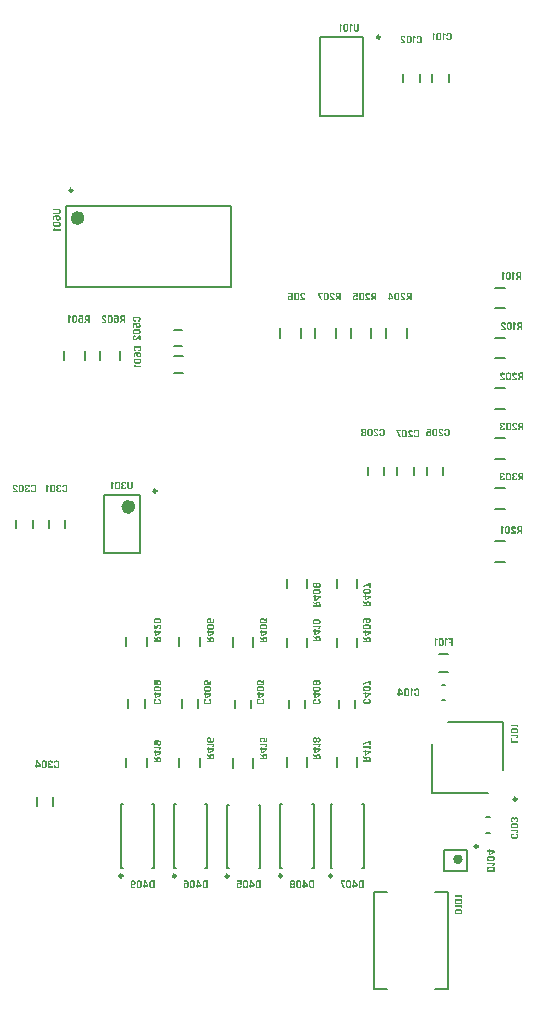
<source format=gbo>
G04*
G04 #@! TF.GenerationSoftware,Altium Limited,Altium Designer,22.11.1 (43)*
G04*
G04 Layer_Color=5220458*
%FSLAX44Y44*%
%MOMM*%
G71*
G04*
G04 #@! TF.SameCoordinates,966821B4-BCEF-4EC1-8609-D1904776FC7E*
G04*
G04*
G04 #@! TF.FilePolarity,Positive*
G04*
G01*
G75*
%ADD10C,0.6000*%
%ADD11C,0.2500*%
%ADD12C,0.2000*%
%ADD81C,0.4000*%
G36*
X162534Y168190D02*
X162589Y168176D01*
X162617Y168134D01*
X162645Y168106D01*
X162673Y168023D01*
Y168009D01*
Y167995D01*
Y162004D01*
X162659Y161935D01*
X162645Y161880D01*
X162603Y161852D01*
X162561Y161824D01*
X162492Y161796D01*
X159996D01*
X159719Y161810D01*
X159483Y161866D01*
X159275Y161935D01*
X159094Y162004D01*
X158970Y162088D01*
X158872Y162143D01*
X158803Y162199D01*
X158789Y162212D01*
X158637Y162393D01*
X158526Y162587D01*
X158456Y162781D01*
X158401Y162975D01*
X158373Y163155D01*
X158345Y163294D01*
Y163350D01*
Y163391D01*
Y163405D01*
Y163419D01*
Y166581D01*
X158359Y166858D01*
X158415Y167094D01*
X158484Y167302D01*
X158567Y167469D01*
X158651Y167607D01*
X158720Y167690D01*
X158776Y167760D01*
X158789Y167774D01*
X158970Y167912D01*
X159164Y168023D01*
X159358Y168093D01*
X159552Y168148D01*
X159732Y168176D01*
X159871Y168204D01*
X162464D01*
X162534Y168190D01*
D02*
G37*
G36*
X155059D02*
X155128Y168176D01*
X155183Y168148D01*
X155197Y168134D01*
X155267Y168079D01*
X155322Y167995D01*
X155364Y167926D01*
X155378Y167912D01*
Y167899D01*
X157375Y164209D01*
X157430Y164057D01*
X157458Y163890D01*
X157472Y163821D01*
Y163766D01*
Y163724D01*
Y163710D01*
Y163322D01*
X157458Y163211D01*
X157416Y163128D01*
X157389Y163072D01*
X157375Y163058D01*
X157278Y163003D01*
X157194Y162975D01*
X157125Y162961D01*
X154629D01*
Y162004D01*
X154615Y161935D01*
X154587Y161880D01*
X154559Y161852D01*
X154518Y161824D01*
X154435Y161796D01*
X153630D01*
X153561Y161810D01*
X153505Y161824D01*
X153492Y161838D01*
X153478D01*
X153450Y161880D01*
X153436Y161935D01*
Y161991D01*
Y162004D01*
Y162961D01*
X152715D01*
X152646Y162975D01*
X152604Y163003D01*
X152549Y163072D01*
X152521Y163155D01*
Y163169D01*
Y163183D01*
Y163863D01*
X152535Y163932D01*
X152549Y163974D01*
X152618Y164029D01*
X152687Y164057D01*
X153436D01*
Y167843D01*
X153450Y167954D01*
X153492Y168037D01*
X153533Y168093D01*
X153547Y168106D01*
X153630Y168162D01*
X153714Y168190D01*
X153783Y168204D01*
X154948D01*
X155059Y168190D01*
D02*
G37*
G36*
X150496D02*
X150732Y168134D01*
X150940Y168079D01*
X151106Y167995D01*
X151245Y167926D01*
X151342Y167857D01*
X151411Y167801D01*
X151425Y167787D01*
X151564Y167621D01*
X151675Y167427D01*
X151744Y167219D01*
X151800Y167025D01*
X151827Y166858D01*
X151841Y166706D01*
X151855Y166650D01*
Y166623D01*
Y166595D01*
Y166581D01*
Y163419D01*
X151841Y163142D01*
X151786Y162892D01*
X151716Y162684D01*
X151633Y162518D01*
X151564Y162393D01*
X151495Y162296D01*
X151439Y162226D01*
X151425Y162212D01*
X151245Y162074D01*
X151051Y161977D01*
X150857Y161894D01*
X150662Y161852D01*
X150482Y161824D01*
X150344Y161810D01*
X150288Y161796D01*
X149220D01*
X148943Y161810D01*
X148693Y161866D01*
X148485Y161935D01*
X148319Y162004D01*
X148180Y162088D01*
X148083Y162143D01*
X148014Y162199D01*
X148000Y162212D01*
X147861Y162393D01*
X147750Y162587D01*
X147681Y162781D01*
X147625Y162975D01*
X147598Y163155D01*
X147570Y163294D01*
Y163350D01*
Y163391D01*
Y163405D01*
Y163419D01*
Y166581D01*
X147584Y166858D01*
X147639Y167094D01*
X147709Y167302D01*
X147778Y167469D01*
X147861Y167607D01*
X147930Y167690D01*
X147986Y167760D01*
X148000Y167774D01*
X148180Y167912D01*
X148374Y168023D01*
X148568Y168093D01*
X148776Y168148D01*
X148943Y168176D01*
X149095Y168204D01*
X150219D01*
X150496Y168190D01*
D02*
G37*
G36*
X145240D02*
X145490Y168134D01*
X145697Y168079D01*
X145864Y167995D01*
X146003Y167926D01*
X146100Y167857D01*
X146169Y167801D01*
X146183Y167787D01*
X146322Y167621D01*
X146433Y167427D01*
X146502Y167219D01*
X146557Y167025D01*
X146585Y166858D01*
X146599Y166706D01*
X146613Y166650D01*
Y166623D01*
Y166595D01*
Y166581D01*
Y165693D01*
X146599Y165416D01*
X146544Y165180D01*
X146474Y164972D01*
X146391Y164806D01*
X146322Y164667D01*
X146252Y164570D01*
X146197Y164501D01*
X146183Y164487D01*
X146003Y164348D01*
X145808Y164251D01*
X145614Y164168D01*
X145406Y164126D01*
X145240Y164098D01*
X145087Y164085D01*
X145032Y164071D01*
X143603D01*
Y163475D01*
Y163363D01*
X143631Y163266D01*
X143645Y163183D01*
X143673Y163128D01*
X143701Y163072D01*
X143714Y163044D01*
X143742Y163031D01*
Y163017D01*
X143798Y162975D01*
X143867Y162948D01*
X144006Y162906D01*
X144075D01*
X144130Y162892D01*
X146086D01*
X146155Y162878D01*
X146211Y162864D01*
X146252Y162823D01*
X146280Y162795D01*
X146308Y162712D01*
Y162698D01*
Y162684D01*
Y162004D01*
X146294Y161935D01*
X146266Y161880D01*
X146238Y161852D01*
X146197Y161824D01*
X146114Y161796D01*
X143978D01*
X143701Y161810D01*
X143451Y161866D01*
X143243Y161935D01*
X143076Y162004D01*
X142938Y162088D01*
X142841Y162143D01*
X142771Y162199D01*
X142757Y162212D01*
X142619Y162379D01*
X142508Y162573D01*
X142438Y162781D01*
X142383Y162975D01*
X142355Y163142D01*
X142327Y163294D01*
Y163350D01*
Y163391D01*
Y163405D01*
Y163419D01*
Y166581D01*
X142341Y166858D01*
X142397Y167108D01*
X142466Y167316D01*
X142536Y167482D01*
X142619Y167621D01*
X142688Y167704D01*
X142744Y167774D01*
X142757Y167787D01*
X142938Y167926D01*
X143132Y168023D01*
X143326Y168106D01*
X143534Y168148D01*
X143701Y168176D01*
X143853Y168204D01*
X144963D01*
X145240Y168190D01*
D02*
G37*
G36*
X207575D02*
X207631Y168176D01*
X207659Y168134D01*
X207686Y168106D01*
X207714Y168023D01*
Y168009D01*
Y167995D01*
Y162004D01*
X207700Y161935D01*
X207686Y161880D01*
X207645Y161852D01*
X207603Y161824D01*
X207534Y161796D01*
X205037D01*
X204760Y161810D01*
X204524Y161866D01*
X204316Y161935D01*
X204136Y162004D01*
X204011Y162088D01*
X203914Y162143D01*
X203845Y162199D01*
X203831Y162212D01*
X203678Y162393D01*
X203567Y162587D01*
X203498Y162781D01*
X203443Y162975D01*
X203415Y163155D01*
X203387Y163294D01*
Y163350D01*
Y163391D01*
Y163405D01*
Y163419D01*
Y166581D01*
X203401Y166858D01*
X203456Y167094D01*
X203526Y167302D01*
X203609Y167469D01*
X203692Y167607D01*
X203762Y167690D01*
X203817Y167760D01*
X203831Y167774D01*
X204011Y167912D01*
X204205Y168023D01*
X204400Y168093D01*
X204594Y168148D01*
X204774Y168176D01*
X204913Y168204D01*
X207506D01*
X207575Y168190D01*
D02*
G37*
G36*
X200100D02*
X200170Y168176D01*
X200225Y168148D01*
X200239Y168134D01*
X200308Y168079D01*
X200364Y167995D01*
X200405Y167926D01*
X200419Y167912D01*
Y167899D01*
X202416Y164209D01*
X202472Y164057D01*
X202500Y163890D01*
X202513Y163821D01*
Y163766D01*
Y163724D01*
Y163710D01*
Y163322D01*
X202500Y163211D01*
X202458Y163128D01*
X202430Y163072D01*
X202416Y163058D01*
X202319Y163003D01*
X202236Y162975D01*
X202167Y162961D01*
X199670D01*
Y162004D01*
X199657Y161935D01*
X199629Y161880D01*
X199601Y161852D01*
X199559Y161824D01*
X199476Y161796D01*
X198672D01*
X198603Y161810D01*
X198547Y161824D01*
X198533Y161838D01*
X198519D01*
X198492Y161880D01*
X198478Y161935D01*
Y161991D01*
Y162004D01*
Y162961D01*
X197757D01*
X197687Y162975D01*
X197646Y163003D01*
X197590Y163072D01*
X197562Y163155D01*
Y163169D01*
Y163183D01*
Y163863D01*
X197576Y163932D01*
X197590Y163974D01*
X197659Y164029D01*
X197729Y164057D01*
X198478D01*
Y167843D01*
X198492Y167954D01*
X198533Y168037D01*
X198575Y168093D01*
X198589Y168106D01*
X198672Y168162D01*
X198755Y168190D01*
X198824Y168204D01*
X199989D01*
X200100Y168190D01*
D02*
G37*
G36*
X195538D02*
X195773Y168134D01*
X195981Y168079D01*
X196148Y167995D01*
X196287Y167926D01*
X196384Y167857D01*
X196453Y167801D01*
X196467Y167787D01*
X196605Y167621D01*
X196716Y167427D01*
X196786Y167219D01*
X196841Y167025D01*
X196869Y166858D01*
X196883Y166706D01*
X196897Y166650D01*
Y166623D01*
Y166595D01*
Y166581D01*
Y163419D01*
X196883Y163142D01*
X196827Y162892D01*
X196758Y162684D01*
X196675Y162518D01*
X196605Y162393D01*
X196536Y162296D01*
X196481Y162226D01*
X196467Y162212D01*
X196287Y162074D01*
X196092Y161977D01*
X195898Y161894D01*
X195704Y161852D01*
X195524Y161824D01*
X195385Y161810D01*
X195330Y161796D01*
X194262D01*
X193984Y161810D01*
X193735Y161866D01*
X193527Y161935D01*
X193360Y162004D01*
X193222Y162088D01*
X193125Y162143D01*
X193055Y162199D01*
X193041Y162212D01*
X192903Y162393D01*
X192792Y162587D01*
X192722Y162781D01*
X192667Y162975D01*
X192639Y163155D01*
X192611Y163294D01*
Y163350D01*
Y163391D01*
Y163405D01*
Y163419D01*
Y166581D01*
X192625Y166858D01*
X192681Y167094D01*
X192750Y167302D01*
X192819Y167469D01*
X192903Y167607D01*
X192972Y167690D01*
X193027Y167760D01*
X193041Y167774D01*
X193222Y167912D01*
X193416Y168023D01*
X193610Y168093D01*
X193818Y168148D01*
X193984Y168176D01*
X194137Y168204D01*
X195260D01*
X195538Y168190D01*
D02*
G37*
G36*
X190184D02*
X190434Y168134D01*
X190642Y168079D01*
X190809Y167995D01*
X190947Y167926D01*
X191044Y167857D01*
X191114Y167801D01*
X191127Y167787D01*
X191266Y167621D01*
X191377Y167427D01*
X191446Y167219D01*
X191502Y167025D01*
X191530Y166858D01*
X191544Y166706D01*
X191557Y166650D01*
Y166623D01*
Y166595D01*
Y166581D01*
Y163419D01*
X191544Y163142D01*
X191488Y162892D01*
X191419Y162684D01*
X191336Y162518D01*
X191266Y162393D01*
X191197Y162296D01*
X191141Y162226D01*
X191127Y162212D01*
X190947Y162074D01*
X190753Y161977D01*
X190559Y161894D01*
X190351Y161852D01*
X190184Y161824D01*
X190032Y161810D01*
X189976Y161796D01*
X188936D01*
X188659Y161810D01*
X188409Y161866D01*
X188201Y161935D01*
X188035Y162004D01*
X187896Y162088D01*
X187799Y162143D01*
X187730Y162199D01*
X187716Y162212D01*
X187577Y162379D01*
X187466Y162573D01*
X187397Y162781D01*
X187341Y162975D01*
X187314Y163142D01*
X187286Y163294D01*
Y163350D01*
Y163391D01*
Y163405D01*
Y163419D01*
Y164223D01*
X187300Y164501D01*
X187355Y164750D01*
X187425Y164958D01*
X187494Y165125D01*
X187577Y165264D01*
X187647Y165347D01*
X187702Y165416D01*
X187716Y165430D01*
X187896Y165569D01*
X188090Y165679D01*
X188284Y165749D01*
X188493Y165804D01*
X188659Y165832D01*
X188811Y165860D01*
X190295D01*
Y166525D01*
Y166636D01*
X190268Y166733D01*
X190254Y166803D01*
X190226Y166872D01*
X190198Y166914D01*
X190184Y166942D01*
X190157Y166969D01*
X190101Y167011D01*
X190032Y167052D01*
X189879Y167094D01*
X189810Y167108D01*
X187868D01*
X187799Y167122D01*
X187744Y167136D01*
X187716Y167177D01*
X187688Y167219D01*
X187660Y167288D01*
Y167302D01*
Y167316D01*
Y167995D01*
X187674Y168065D01*
X187688Y168120D01*
X187730Y168148D01*
X187757Y168176D01*
X187841Y168204D01*
X189907D01*
X190184Y168190D01*
D02*
G37*
G36*
X236301D02*
X236356Y168176D01*
X236398Y168134D01*
X236426Y168106D01*
X236453Y168023D01*
Y168009D01*
Y167995D01*
Y164834D01*
X236439Y164764D01*
X236412Y164723D01*
X236342Y164667D01*
X236259Y164639D01*
X235413D01*
X235358Y164653D01*
X235302Y164667D01*
X235205Y164750D01*
X235150Y164820D01*
X235122Y164834D01*
Y164847D01*
X235067Y164917D01*
X234997Y164972D01*
X234942Y165000D01*
X234872Y165028D01*
X234817Y165042D01*
X234775Y165055D01*
X234137D01*
X234026Y165028D01*
X233929Y165014D01*
X233860Y164986D01*
X233818Y164958D01*
X233777Y164931D01*
X233749Y164917D01*
Y164903D01*
X233694Y164834D01*
X233666Y164750D01*
X233610Y164556D01*
Y164459D01*
X233596Y164390D01*
Y164334D01*
Y164320D01*
Y163433D01*
Y163322D01*
X233624Y163225D01*
X233638Y163142D01*
X233666Y163086D01*
X233694Y163031D01*
X233721Y163003D01*
X233735Y162989D01*
X233749Y162975D01*
X233818Y162934D01*
X233888Y162906D01*
X234040Y162864D01*
X234110D01*
X234165Y162850D01*
X234803D01*
X234886Y162864D01*
X234970Y162892D01*
X235025Y162920D01*
X235080Y162934D01*
X235108Y162961D01*
X235136Y162975D01*
X235177Y163031D01*
X235219Y163100D01*
X235261Y163253D01*
Y163322D01*
X235275Y163377D01*
Y163419D01*
Y163433D01*
Y163613D01*
X235288Y163682D01*
X235302Y163738D01*
X235344Y163780D01*
X235372Y163807D01*
X235455Y163835D01*
X236329D01*
X236398Y163821D01*
X236453Y163807D01*
X236481Y163766D01*
X236509Y163724D01*
X236537Y163655D01*
Y163627D01*
Y163613D01*
Y163419D01*
X236523Y163142D01*
X236467Y162892D01*
X236398Y162684D01*
X236315Y162518D01*
X236245Y162393D01*
X236176Y162296D01*
X236120Y162226D01*
X236107Y162212D01*
X235926Y162074D01*
X235732Y161977D01*
X235538Y161894D01*
X235330Y161852D01*
X235164Y161824D01*
X235011Y161810D01*
X234956Y161796D01*
X234013D01*
X233735Y161810D01*
X233499Y161866D01*
X233291Y161935D01*
X233111Y162004D01*
X232986Y162088D01*
X232889Y162143D01*
X232820Y162199D01*
X232806Y162212D01*
X232667Y162393D01*
X232556Y162587D01*
X232487Y162781D01*
X232432Y162975D01*
X232404Y163155D01*
X232376Y163294D01*
Y163350D01*
Y163391D01*
Y163405D01*
Y163419D01*
Y164515D01*
X232390Y164792D01*
X232445Y165028D01*
X232515Y165236D01*
X232612Y165416D01*
X232737Y165569D01*
X232861Y165693D01*
X233000Y165791D01*
X233139Y165874D01*
X233291Y165943D01*
X233430Y165985D01*
X233555Y166026D01*
X233680Y166040D01*
X233777Y166054D01*
X233846Y166068D01*
X234345D01*
X234567Y166040D01*
X234761Y165985D01*
X234900Y165915D01*
X235011Y165818D01*
X235094Y165721D01*
X235136Y165652D01*
X235164Y165596D01*
X235177Y165569D01*
Y167039D01*
X232764D01*
X232695Y167052D01*
X232640Y167066D01*
X232612Y167108D01*
X232584Y167150D01*
X232556Y167219D01*
Y167233D01*
Y167247D01*
Y167995D01*
X232570Y168065D01*
X232584Y168120D01*
X232626Y168148D01*
X232653Y168176D01*
X232737Y168204D01*
X236231D01*
X236301Y168190D01*
D02*
G37*
G36*
X252485D02*
X252541Y168176D01*
X252568Y168134D01*
X252596Y168106D01*
X252624Y168023D01*
Y168009D01*
Y167995D01*
Y162004D01*
X252610Y161935D01*
X252596Y161880D01*
X252555Y161852D01*
X252513Y161824D01*
X252444Y161796D01*
X249947D01*
X249670Y161810D01*
X249434Y161866D01*
X249226Y161935D01*
X249046Y162004D01*
X248921Y162088D01*
X248824Y162143D01*
X248755Y162199D01*
X248741Y162212D01*
X248588Y162393D01*
X248477Y162587D01*
X248408Y162781D01*
X248353Y162975D01*
X248325Y163155D01*
X248297Y163294D01*
Y163350D01*
Y163391D01*
Y163405D01*
Y163419D01*
Y166581D01*
X248311Y166858D01*
X248366Y167094D01*
X248436Y167302D01*
X248519Y167469D01*
X248602Y167607D01*
X248671Y167690D01*
X248727Y167760D01*
X248741Y167774D01*
X248921Y167912D01*
X249115Y168023D01*
X249309Y168093D01*
X249503Y168148D01*
X249684Y168176D01*
X249823Y168204D01*
X252416D01*
X252485Y168190D01*
D02*
G37*
G36*
X245010D02*
X245079Y168176D01*
X245135Y168148D01*
X245149Y168134D01*
X245218Y168079D01*
X245274Y167995D01*
X245315Y167926D01*
X245329Y167912D01*
Y167899D01*
X247326Y164209D01*
X247382Y164057D01*
X247409Y163890D01*
X247423Y163821D01*
Y163766D01*
Y163724D01*
Y163710D01*
Y163322D01*
X247409Y163211D01*
X247368Y163128D01*
X247340Y163072D01*
X247326Y163058D01*
X247229Y163003D01*
X247146Y162975D01*
X247077Y162961D01*
X244580D01*
Y162004D01*
X244566Y161935D01*
X244539Y161880D01*
X244511Y161852D01*
X244469Y161824D01*
X244386Y161796D01*
X243582D01*
X243512Y161810D01*
X243457Y161824D01*
X243443Y161838D01*
X243429D01*
X243401Y161880D01*
X243388Y161935D01*
Y161991D01*
Y162004D01*
Y162961D01*
X242666D01*
X242597Y162975D01*
X242556Y163003D01*
X242500Y163072D01*
X242472Y163155D01*
Y163169D01*
Y163183D01*
Y163863D01*
X242486Y163932D01*
X242500Y163974D01*
X242569Y164029D01*
X242639Y164057D01*
X243388D01*
Y167843D01*
X243401Y167954D01*
X243443Y168037D01*
X243485Y168093D01*
X243498Y168106D01*
X243582Y168162D01*
X243665Y168190D01*
X243734Y168204D01*
X244899D01*
X245010Y168190D01*
D02*
G37*
G36*
X240448D02*
X240683Y168134D01*
X240891Y168079D01*
X241058Y167995D01*
X241196Y167926D01*
X241293Y167857D01*
X241363Y167801D01*
X241377Y167787D01*
X241515Y167621D01*
X241626Y167427D01*
X241696Y167219D01*
X241751Y167025D01*
X241779Y166858D01*
X241793Y166706D01*
X241807Y166650D01*
Y166623D01*
Y166595D01*
Y166581D01*
Y163419D01*
X241793Y163142D01*
X241737Y162892D01*
X241668Y162684D01*
X241585Y162518D01*
X241515Y162393D01*
X241446Y162296D01*
X241390Y162226D01*
X241377Y162212D01*
X241196Y162074D01*
X241002Y161977D01*
X240808Y161894D01*
X240614Y161852D01*
X240434Y161824D01*
X240295Y161810D01*
X240239Y161796D01*
X239172D01*
X238894Y161810D01*
X238645Y161866D01*
X238437Y161935D01*
X238270Y162004D01*
X238132Y162088D01*
X238034Y162143D01*
X237965Y162199D01*
X237951Y162212D01*
X237812Y162393D01*
X237701Y162587D01*
X237632Y162781D01*
X237577Y162975D01*
X237549Y163155D01*
X237521Y163294D01*
Y163350D01*
Y163391D01*
Y163405D01*
Y163419D01*
Y166581D01*
X237535Y166858D01*
X237591Y167094D01*
X237660Y167302D01*
X237729Y167469D01*
X237812Y167607D01*
X237882Y167690D01*
X237937Y167760D01*
X237951Y167774D01*
X238132Y167912D01*
X238326Y168023D01*
X238520Y168093D01*
X238728Y168148D01*
X238894Y168176D01*
X239047Y168204D01*
X240170D01*
X240448Y168190D01*
D02*
G37*
G36*
X297617D02*
X297673Y168176D01*
X297700Y168134D01*
X297728Y168106D01*
X297756Y168023D01*
Y168009D01*
Y167995D01*
Y162004D01*
X297742Y161935D01*
X297728Y161880D01*
X297686Y161852D01*
X297645Y161824D01*
X297575Y161796D01*
X295079D01*
X294802Y161810D01*
X294566Y161866D01*
X294358Y161935D01*
X294178Y162004D01*
X294053Y162088D01*
X293956Y162143D01*
X293886Y162199D01*
X293873Y162212D01*
X293720Y162393D01*
X293609Y162587D01*
X293540Y162781D01*
X293484Y162975D01*
X293456Y163155D01*
X293429Y163294D01*
Y163350D01*
Y163391D01*
Y163405D01*
Y163419D01*
Y166581D01*
X293443Y166858D01*
X293498Y167094D01*
X293567Y167302D01*
X293651Y167469D01*
X293734Y167607D01*
X293803Y167690D01*
X293859Y167760D01*
X293873Y167774D01*
X294053Y167912D01*
X294247Y168023D01*
X294441Y168093D01*
X294635Y168148D01*
X294816Y168176D01*
X294954Y168204D01*
X297548D01*
X297617Y168190D01*
D02*
G37*
G36*
X290142D02*
X290211Y168176D01*
X290267Y168148D01*
X290281Y168134D01*
X290350Y168079D01*
X290405Y167995D01*
X290447Y167926D01*
X290461Y167912D01*
Y167899D01*
X292458Y164209D01*
X292513Y164057D01*
X292541Y163890D01*
X292555Y163821D01*
Y163766D01*
Y163724D01*
Y163710D01*
Y163322D01*
X292541Y163211D01*
X292500Y163128D01*
X292472Y163072D01*
X292458Y163058D01*
X292361Y163003D01*
X292278Y162975D01*
X292208Y162961D01*
X289712D01*
Y162004D01*
X289698Y161935D01*
X289670Y161880D01*
X289643Y161852D01*
X289601Y161824D01*
X289518Y161796D01*
X288713D01*
X288644Y161810D01*
X288589Y161824D01*
X288575Y161838D01*
X288561D01*
X288533Y161880D01*
X288519Y161935D01*
Y161991D01*
Y162004D01*
Y162961D01*
X287798D01*
X287729Y162975D01*
X287687Y163003D01*
X287632Y163072D01*
X287604Y163155D01*
Y163169D01*
Y163183D01*
Y163863D01*
X287618Y163932D01*
X287632Y163974D01*
X287701Y164029D01*
X287770Y164057D01*
X288519D01*
Y167843D01*
X288533Y167954D01*
X288575Y168037D01*
X288616Y168093D01*
X288630Y168106D01*
X288713Y168162D01*
X288797Y168190D01*
X288866Y168204D01*
X290031D01*
X290142Y168190D01*
D02*
G37*
G36*
X285579D02*
X285815Y168134D01*
X286023Y168079D01*
X286189Y167995D01*
X286328Y167926D01*
X286425Y167857D01*
X286495Y167801D01*
X286508Y167787D01*
X286647Y167621D01*
X286758Y167427D01*
X286827Y167219D01*
X286883Y167025D01*
X286911Y166858D01*
X286924Y166706D01*
X286938Y166650D01*
Y166623D01*
Y166595D01*
Y166581D01*
Y163419D01*
X286924Y163142D01*
X286869Y162892D01*
X286800Y162684D01*
X286716Y162518D01*
X286647Y162393D01*
X286578Y162296D01*
X286522Y162226D01*
X286508Y162212D01*
X286328Y162074D01*
X286134Y161977D01*
X285940Y161894D01*
X285746Y161852D01*
X285565Y161824D01*
X285427Y161810D01*
X285371Y161796D01*
X284303D01*
X284026Y161810D01*
X283776Y161866D01*
X283568Y161935D01*
X283402Y162004D01*
X283263Y162088D01*
X283166Y162143D01*
X283097Y162199D01*
X283083Y162212D01*
X282944Y162393D01*
X282833Y162587D01*
X282764Y162781D01*
X282708Y162975D01*
X282681Y163155D01*
X282653Y163294D01*
Y163350D01*
Y163391D01*
Y163405D01*
Y163419D01*
Y166581D01*
X282667Y166858D01*
X282722Y167094D01*
X282792Y167302D01*
X282861Y167469D01*
X282944Y167607D01*
X283014Y167690D01*
X283069Y167760D01*
X283083Y167774D01*
X283263Y167912D01*
X283457Y168023D01*
X283652Y168093D01*
X283860Y168148D01*
X284026Y168176D01*
X284179Y168204D01*
X285302D01*
X285579Y168190D01*
D02*
G37*
G36*
X280226D02*
X280476Y168148D01*
X280684Y168079D01*
X280850Y168009D01*
X280989Y167940D01*
X281086Y167871D01*
X281155Y167829D01*
X281169Y167815D01*
X281308Y167649D01*
X281405Y167469D01*
X281488Y167274D01*
X281530Y167094D01*
X281557Y166928D01*
X281571Y166789D01*
X281585Y166733D01*
Y166692D01*
Y166678D01*
Y166664D01*
Y166234D01*
X281571Y166068D01*
X281557Y165915D01*
X281530Y165777D01*
X281488Y165652D01*
X281377Y165430D01*
X281252Y165277D01*
X281141Y165152D01*
X281030Y165069D01*
X280961Y165028D01*
X280933Y165014D01*
X281044Y164958D01*
X281141Y164875D01*
X281308Y164709D01*
X281419Y164501D01*
X281502Y164307D01*
X281544Y164112D01*
X281571Y163960D01*
X281585Y163890D01*
Y163849D01*
Y163821D01*
Y163807D01*
Y163350D01*
X281571Y163072D01*
X281516Y162836D01*
X281446Y162642D01*
X281377Y162476D01*
X281294Y162351D01*
X281238Y162254D01*
X281183Y162199D01*
X281169Y162185D01*
X280989Y162060D01*
X280795Y161963D01*
X280600Y161894D01*
X280392Y161852D01*
X280226Y161824D01*
X280074Y161796D01*
X278881D01*
X278603Y161810D01*
X278354Y161852D01*
X278146Y161921D01*
X277979Y161991D01*
X277841Y162060D01*
X277757Y162129D01*
X277688Y162171D01*
X277674Y162185D01*
X277536Y162351D01*
X277425Y162531D01*
X277355Y162726D01*
X277300Y162920D01*
X277272Y163086D01*
X277244Y163225D01*
Y163280D01*
Y163322D01*
Y163336D01*
Y163350D01*
Y163793D01*
Y163960D01*
X277272Y164126D01*
X277300Y164265D01*
X277341Y164390D01*
X277452Y164598D01*
X277563Y164764D01*
X277688Y164875D01*
X277799Y164958D01*
X277868Y165000D01*
X277882Y165014D01*
X277896D01*
X277785Y165055D01*
X277702Y165125D01*
X277549Y165264D01*
X277494Y165319D01*
X277452Y165374D01*
X277439Y165416D01*
X277425Y165430D01*
X277369Y165555D01*
X277314Y165693D01*
X277286Y165832D01*
X277272Y165957D01*
X277258Y166068D01*
X277244Y166151D01*
Y166220D01*
Y166234D01*
Y166664D01*
X277258Y166928D01*
X277314Y167163D01*
X277383Y167358D01*
X277452Y167524D01*
X277536Y167649D01*
X277605Y167746D01*
X277660Y167801D01*
X277674Y167815D01*
X277841Y167940D01*
X278035Y168037D01*
X278243Y168106D01*
X278437Y168162D01*
X278603Y168190D01*
X278756Y168204D01*
X279949D01*
X280226Y168190D01*
D02*
G37*
G36*
X339729D02*
X339784Y168176D01*
X339812Y168134D01*
X339840Y168106D01*
X339867Y168023D01*
Y168009D01*
Y167995D01*
Y162004D01*
X339854Y161935D01*
X339840Y161880D01*
X339798Y161852D01*
X339756Y161824D01*
X339687Y161796D01*
X337191D01*
X336913Y161810D01*
X336678Y161866D01*
X336470Y161935D01*
X336289Y162004D01*
X336165Y162088D01*
X336067Y162143D01*
X335998Y162199D01*
X335984Y162212D01*
X335832Y162393D01*
X335721Y162587D01*
X335651Y162781D01*
X335596Y162975D01*
X335568Y163155D01*
X335540Y163294D01*
Y163350D01*
Y163391D01*
Y163405D01*
Y163419D01*
Y166581D01*
X335554Y166858D01*
X335610Y167094D01*
X335679Y167302D01*
X335762Y167469D01*
X335845Y167607D01*
X335915Y167690D01*
X335970Y167760D01*
X335984Y167774D01*
X336165Y167912D01*
X336359Y168023D01*
X336553Y168093D01*
X336747Y168148D01*
X336927Y168176D01*
X337066Y168204D01*
X339659D01*
X339729Y168190D01*
D02*
G37*
G36*
X332254D02*
X332323Y168176D01*
X332378Y168148D01*
X332392Y168134D01*
X332462Y168079D01*
X332517Y167995D01*
X332559Y167926D01*
X332573Y167912D01*
Y167899D01*
X334570Y164209D01*
X334625Y164057D01*
X334653Y163890D01*
X334667Y163821D01*
Y163766D01*
Y163724D01*
Y163710D01*
Y163322D01*
X334653Y163211D01*
X334611Y163128D01*
X334584Y163072D01*
X334570Y163058D01*
X334473Y163003D01*
X334389Y162975D01*
X334320Y162961D01*
X331824D01*
Y162004D01*
X331810Y161935D01*
X331782Y161880D01*
X331754Y161852D01*
X331713Y161824D01*
X331629Y161796D01*
X330825D01*
X330756Y161810D01*
X330700Y161824D01*
X330686Y161838D01*
X330673D01*
X330645Y161880D01*
X330631Y161935D01*
Y161991D01*
Y162004D01*
Y162961D01*
X329910D01*
X329841Y162975D01*
X329799Y163003D01*
X329743Y163072D01*
X329716Y163155D01*
Y163169D01*
Y163183D01*
Y163863D01*
X329730Y163932D01*
X329743Y163974D01*
X329813Y164029D01*
X329882Y164057D01*
X330631D01*
Y167843D01*
X330645Y167954D01*
X330686Y168037D01*
X330728Y168093D01*
X330742Y168106D01*
X330825Y168162D01*
X330908Y168190D01*
X330978Y168204D01*
X332143D01*
X332254Y168190D01*
D02*
G37*
G36*
X327691D02*
X327927Y168134D01*
X328135Y168079D01*
X328301Y167995D01*
X328440Y167926D01*
X328537Y167857D01*
X328606Y167801D01*
X328620Y167787D01*
X328759Y167621D01*
X328870Y167427D01*
X328939Y167219D01*
X328994Y167025D01*
X329022Y166858D01*
X329036Y166706D01*
X329050Y166650D01*
Y166623D01*
Y166595D01*
Y166581D01*
Y163419D01*
X329036Y163142D01*
X328981Y162892D01*
X328911Y162684D01*
X328828Y162518D01*
X328759Y162393D01*
X328689Y162296D01*
X328634Y162226D01*
X328620Y162212D01*
X328440Y162074D01*
X328246Y161977D01*
X328051Y161894D01*
X327857Y161852D01*
X327677Y161824D01*
X327538Y161810D01*
X327483Y161796D01*
X326415D01*
X326138Y161810D01*
X325888Y161866D01*
X325680Y161935D01*
X325514Y162004D01*
X325375Y162088D01*
X325278Y162143D01*
X325209Y162199D01*
X325195Y162212D01*
X325056Y162393D01*
X324945Y162587D01*
X324876Y162781D01*
X324820Y162975D01*
X324792Y163155D01*
X324765Y163294D01*
Y163350D01*
Y163391D01*
Y163405D01*
Y163419D01*
Y166581D01*
X324779Y166858D01*
X324834Y167094D01*
X324903Y167302D01*
X324973Y167469D01*
X325056Y167607D01*
X325125Y167690D01*
X325181Y167760D01*
X325195Y167774D01*
X325375Y167912D01*
X325569Y168023D01*
X325763Y168093D01*
X325971Y168148D01*
X326138Y168176D01*
X326290Y168204D01*
X327413D01*
X327691Y168190D01*
D02*
G37*
G36*
X323905D02*
X323960Y168176D01*
X323988Y168134D01*
X324016Y168106D01*
X324044Y168023D01*
Y168009D01*
Y167995D01*
Y167260D01*
X324030Y167191D01*
X324016Y167136D01*
X323974Y167108D01*
X323933Y167080D01*
X323863Y167052D01*
X321478D01*
X323586Y162004D01*
X323614Y161935D01*
Y161880D01*
Y161852D01*
Y161838D01*
X323572Y161810D01*
X323530Y161796D01*
X322546D01*
X322449Y161810D01*
X322379Y161824D01*
X322324Y161852D01*
X322268Y161894D01*
X322213Y161949D01*
X322199Y161963D01*
Y161977D01*
X320271Y166623D01*
X320188Y166845D01*
X320160Y166942D01*
X320146Y167025D01*
X320133Y167080D01*
Y167122D01*
Y167150D01*
Y167163D01*
Y167995D01*
X320146Y168065D01*
X320160Y168120D01*
X320202Y168148D01*
X320230Y168176D01*
X320313Y168204D01*
X323835D01*
X323905Y168190D01*
D02*
G37*
G36*
X350870Y550690D02*
X351120Y550634D01*
X351328Y550579D01*
X351494Y550495D01*
X351633Y550426D01*
X351730Y550357D01*
X351799Y550301D01*
X351813Y550288D01*
X351952Y550121D01*
X352063Y549927D01*
X352132Y549733D01*
X352188Y549539D01*
X352215Y549358D01*
X352229Y549220D01*
X352243Y549164D01*
Y549123D01*
Y549109D01*
Y549095D01*
Y548748D01*
X352229Y548679D01*
X352201Y548623D01*
X352174Y548596D01*
X352132Y548568D01*
X352049Y548540D01*
X351175D01*
X351106Y548554D01*
X351050Y548568D01*
X351023Y548609D01*
X350995Y548651D01*
X350967Y548720D01*
Y548734D01*
Y548748D01*
Y549067D01*
Y549178D01*
X350953Y549275D01*
X350925Y549344D01*
X350898Y549414D01*
X350884Y549455D01*
X350856Y549483D01*
X350842Y549511D01*
X350787Y549552D01*
X350718Y549594D01*
X350565Y549636D01*
X350496Y549650D01*
X349927D01*
X349830Y549622D01*
X349747Y549608D01*
X349677Y549580D01*
X349622Y549552D01*
X349594Y549539D01*
X349566Y549511D01*
X349511Y549455D01*
X349483Y549386D01*
X349428Y549247D01*
Y549178D01*
X349414Y549123D01*
Y549081D01*
Y549067D01*
Y548776D01*
X349428Y548623D01*
X349483Y548471D01*
X349552Y548332D01*
X349636Y548207D01*
X349733Y548110D01*
X349802Y548041D01*
X349858Y547985D01*
X349871Y547971D01*
X351702Y546418D01*
X351869Y546266D01*
X351993Y546099D01*
X352077Y545933D01*
X352132Y545780D01*
X352174Y545656D01*
X352188Y545545D01*
X352201Y545475D01*
Y545447D01*
Y544504D01*
X352188Y544435D01*
X352174Y544380D01*
X352132Y544352D01*
X352090Y544324D01*
X352021Y544296D01*
X348388D01*
X348318Y544310D01*
X348263Y544324D01*
X348235Y544366D01*
X348207Y544407D01*
X348180Y544477D01*
Y544491D01*
Y544504D01*
Y545198D01*
X348193Y545267D01*
X348207Y545323D01*
X348249Y545350D01*
X348277Y545378D01*
X348360Y545406D01*
X350773D01*
Y545572D01*
X350759Y545656D01*
X350718Y545739D01*
X350676Y545794D01*
X350662Y545808D01*
X348776Y547403D01*
X348665Y547500D01*
X348582Y547611D01*
X348429Y547819D01*
X348318Y548041D01*
X348249Y548235D01*
X348207Y548415D01*
X348193Y548568D01*
X348180Y548623D01*
Y548665D01*
Y548679D01*
Y548693D01*
Y549095D01*
X348193Y549372D01*
X348249Y549608D01*
X348318Y549816D01*
X348388Y549982D01*
X348471Y550121D01*
X348540Y550204D01*
X348596Y550274D01*
X348610Y550288D01*
X348790Y550426D01*
X348984Y550523D01*
X349178Y550606D01*
X349386Y550648D01*
X349552Y550676D01*
X349705Y550704D01*
X350593D01*
X350870Y550690D01*
D02*
G37*
G36*
X356112D02*
X356362Y550634D01*
X356570Y550579D01*
X356736Y550495D01*
X356875Y550426D01*
X356972Y550357D01*
X357042Y550301D01*
X357055Y550288D01*
X357194Y550121D01*
X357305Y549927D01*
X357374Y549719D01*
X357430Y549525D01*
X357458Y549358D01*
X357471Y549206D01*
X357485Y549150D01*
Y549123D01*
Y549095D01*
Y549081D01*
Y545919D01*
X357471Y545642D01*
X357416Y545392D01*
X357347Y545184D01*
X357263Y545018D01*
X357194Y544893D01*
X357125Y544796D01*
X357069Y544726D01*
X357055Y544712D01*
X356875Y544574D01*
X356681Y544477D01*
X356487Y544394D01*
X356279Y544352D01*
X356112Y544324D01*
X355960Y544310D01*
X355904Y544296D01*
X354753D01*
X354476Y544310D01*
X354226Y544366D01*
X354018Y544435D01*
X353852Y544504D01*
X353713Y544588D01*
X353616Y544643D01*
X353547Y544699D01*
X353533Y544712D01*
X353394Y544893D01*
X353283Y545087D01*
X353214Y545281D01*
X353158Y545475D01*
X353131Y545656D01*
X353103Y545794D01*
Y545850D01*
Y545891D01*
Y545905D01*
Y545919D01*
Y546390D01*
X353117Y546460D01*
X353131Y546515D01*
X353172Y546557D01*
X353214Y546585D01*
X353283Y546612D01*
X354157D01*
X354226Y546599D01*
X354282Y546585D01*
X354309Y546543D01*
X354337Y546501D01*
X354365Y546432D01*
Y546404D01*
Y546390D01*
Y545974D01*
Y545863D01*
X354393Y545766D01*
X354407Y545683D01*
X354434Y545628D01*
X354462Y545572D01*
X354476Y545545D01*
X354504Y545531D01*
Y545517D01*
X354559Y545475D01*
X354628Y545447D01*
X354781Y545406D01*
X354850D01*
X354906Y545392D01*
X355752D01*
X355835Y545406D01*
X355918Y545434D01*
X355974Y545461D01*
X356029Y545475D01*
X356057Y545503D01*
X356085Y545517D01*
X356126Y545572D01*
X356154Y545642D01*
X356195Y545794D01*
Y545863D01*
X356209Y545919D01*
Y545961D01*
Y545974D01*
Y549025D01*
Y549136D01*
X356195Y549234D01*
X356168Y549303D01*
X356140Y549372D01*
X356126Y549414D01*
X356098Y549441D01*
X356085Y549469D01*
X356029Y549511D01*
X355960Y549552D01*
X355807Y549594D01*
X355738Y549608D01*
X354850D01*
X354753Y549580D01*
X354670Y549566D01*
X354614Y549539D01*
X354559Y549511D01*
X354531Y549497D01*
X354504Y549469D01*
X354462Y549414D01*
X354420Y549344D01*
X354379Y549206D01*
X354365Y549136D01*
Y549081D01*
Y549039D01*
Y549025D01*
Y548609D01*
X354351Y548540D01*
X354337Y548485D01*
X354296Y548443D01*
X354254Y548415D01*
X354185Y548387D01*
X353325D01*
X353255Y548401D01*
X353200Y548429D01*
X353158Y548457D01*
X353131Y548498D01*
X353103Y548582D01*
Y548596D01*
Y548609D01*
Y549081D01*
X353117Y549358D01*
X353172Y549594D01*
X353242Y549802D01*
X353311Y549968D01*
X353394Y550107D01*
X353463Y550190D01*
X353519Y550260D01*
X353533Y550274D01*
X353713Y550412D01*
X353907Y550523D01*
X354101Y550593D01*
X354309Y550648D01*
X354476Y550676D01*
X354628Y550704D01*
X355835D01*
X356112Y550690D01*
D02*
G37*
G36*
X345850D02*
X346085Y550634D01*
X346293Y550579D01*
X346460Y550495D01*
X346599Y550426D01*
X346696Y550357D01*
X346765Y550301D01*
X346779Y550288D01*
X346917Y550121D01*
X347029Y549927D01*
X347098Y549719D01*
X347153Y549525D01*
X347181Y549358D01*
X347195Y549206D01*
X347209Y549150D01*
Y549123D01*
Y549095D01*
Y549081D01*
Y545919D01*
X347195Y545642D01*
X347139Y545392D01*
X347070Y545184D01*
X346987Y545018D01*
X346917Y544893D01*
X346848Y544796D01*
X346793Y544726D01*
X346779Y544712D01*
X346599Y544574D01*
X346404Y544477D01*
X346210Y544394D01*
X346016Y544352D01*
X345836Y544324D01*
X345697Y544310D01*
X345642Y544296D01*
X344574D01*
X344296Y544310D01*
X344047Y544366D01*
X343839Y544435D01*
X343672Y544504D01*
X343534Y544588D01*
X343437Y544643D01*
X343367Y544699D01*
X343353Y544712D01*
X343215Y544893D01*
X343104Y545087D01*
X343034Y545281D01*
X342979Y545475D01*
X342951Y545656D01*
X342923Y545794D01*
Y545850D01*
Y545891D01*
Y545905D01*
Y545919D01*
Y549081D01*
X342937Y549358D01*
X342993Y549594D01*
X343062Y549802D01*
X343131Y549968D01*
X343215Y550107D01*
X343284Y550190D01*
X343340Y550260D01*
X343353Y550274D01*
X343534Y550412D01*
X343728Y550523D01*
X343922Y550593D01*
X344130Y550648D01*
X344296Y550676D01*
X344449Y550704D01*
X345572D01*
X345850Y550690D01*
D02*
G37*
G36*
X340496D02*
X340746Y550648D01*
X340954Y550579D01*
X341120Y550509D01*
X341259Y550440D01*
X341356Y550371D01*
X341426Y550329D01*
X341440Y550315D01*
X341578Y550149D01*
X341675Y549968D01*
X341758Y549774D01*
X341800Y549594D01*
X341828Y549428D01*
X341842Y549289D01*
X341856Y549234D01*
Y549192D01*
Y549178D01*
Y549164D01*
Y548734D01*
X341842Y548568D01*
X341828Y548415D01*
X341800Y548277D01*
X341758Y548152D01*
X341647Y547930D01*
X341523Y547777D01*
X341412Y547653D01*
X341301Y547569D01*
X341231Y547528D01*
X341204Y547514D01*
X341315Y547458D01*
X341412Y547375D01*
X341578Y547209D01*
X341689Y547001D01*
X341772Y546807D01*
X341814Y546612D01*
X341842Y546460D01*
X341856Y546390D01*
Y546349D01*
Y546321D01*
Y546307D01*
Y545850D01*
X341842Y545572D01*
X341786Y545336D01*
X341717Y545142D01*
X341647Y544976D01*
X341564Y544851D01*
X341509Y544754D01*
X341453Y544699D01*
X341440Y544685D01*
X341259Y544560D01*
X341065Y544463D01*
X340871Y544394D01*
X340663Y544352D01*
X340496Y544324D01*
X340344Y544296D01*
X339151D01*
X338874Y544310D01*
X338624Y544352D01*
X338416Y544421D01*
X338250Y544491D01*
X338111Y544560D01*
X338028Y544629D01*
X337958Y544671D01*
X337945Y544685D01*
X337806Y544851D01*
X337695Y545031D01*
X337626Y545226D01*
X337570Y545420D01*
X337542Y545586D01*
X337515Y545725D01*
Y545780D01*
Y545822D01*
Y545836D01*
Y545850D01*
Y546293D01*
Y546460D01*
X337542Y546626D01*
X337570Y546765D01*
X337612Y546890D01*
X337723Y547098D01*
X337834Y547264D01*
X337958Y547375D01*
X338069Y547458D01*
X338139Y547500D01*
X338153Y547514D01*
X338167D01*
X338056Y547555D01*
X337972Y547625D01*
X337820Y547763D01*
X337764Y547819D01*
X337723Y547874D01*
X337709Y547916D01*
X337695Y547930D01*
X337640Y548055D01*
X337584Y548193D01*
X337556Y548332D01*
X337542Y548457D01*
X337529Y548568D01*
X337515Y548651D01*
Y548720D01*
Y548734D01*
Y549164D01*
X337529Y549428D01*
X337584Y549663D01*
X337653Y549858D01*
X337723Y550024D01*
X337806Y550149D01*
X337875Y550246D01*
X337931Y550301D01*
X337945Y550315D01*
X338111Y550440D01*
X338305Y550537D01*
X338513Y550606D01*
X338707Y550662D01*
X338874Y550690D01*
X339026Y550704D01*
X340219D01*
X340496Y550690D01*
D02*
G37*
G36*
X380053Y549623D02*
X380302Y549568D01*
X380510Y549512D01*
X380677Y549429D01*
X380815Y549360D01*
X380913Y549291D01*
X380982Y549235D01*
X380996Y549221D01*
X381134Y549055D01*
X381245Y548861D01*
X381315Y548666D01*
X381370Y548472D01*
X381398Y548292D01*
X381412Y548153D01*
X381426Y548098D01*
Y548056D01*
Y548042D01*
Y548028D01*
Y547682D01*
X381412Y547612D01*
X381384Y547557D01*
X381356Y547529D01*
X381315Y547501D01*
X381231Y547474D01*
X380358D01*
X380288Y547488D01*
X380233Y547501D01*
X380205Y547543D01*
X380177Y547585D01*
X380150Y547654D01*
Y547668D01*
Y547682D01*
Y548001D01*
Y548112D01*
X380136Y548209D01*
X380108Y548278D01*
X380080Y548347D01*
X380066Y548389D01*
X380039Y548417D01*
X380025Y548445D01*
X379969Y548486D01*
X379900Y548528D01*
X379748Y548569D01*
X379678Y548583D01*
X379110D01*
X379012Y548555D01*
X378929Y548542D01*
X378860Y548514D01*
X378805Y548486D01*
X378777Y548472D01*
X378749Y548445D01*
X378694Y548389D01*
X378666Y548320D01*
X378610Y548181D01*
Y548112D01*
X378596Y548056D01*
Y548015D01*
Y548001D01*
Y547710D01*
X378610Y547557D01*
X378666Y547404D01*
X378735Y547266D01*
X378818Y547141D01*
X378915Y547044D01*
X378985Y546974D01*
X379040Y546919D01*
X379054Y546905D01*
X380885Y545352D01*
X381051Y545199D01*
X381176Y545033D01*
X381259Y544866D01*
X381315Y544714D01*
X381356Y544589D01*
X381370Y544478D01*
X381384Y544409D01*
Y544381D01*
Y543438D01*
X381370Y543369D01*
X381356Y543313D01*
X381315Y543285D01*
X381273Y543258D01*
X381204Y543230D01*
X377570D01*
X377501Y543244D01*
X377445Y543258D01*
X377418Y543299D01*
X377390Y543341D01*
X377362Y543410D01*
Y543424D01*
Y543438D01*
Y544131D01*
X377376Y544201D01*
X377390Y544256D01*
X377431Y544284D01*
X377459Y544312D01*
X377542Y544339D01*
X379956D01*
Y544506D01*
X379942Y544589D01*
X379900Y544672D01*
X379859Y544728D01*
X379845Y544742D01*
X377958Y546337D01*
X377848Y546434D01*
X377764Y546544D01*
X377612Y546753D01*
X377501Y546974D01*
X377431Y547169D01*
X377390Y547349D01*
X377376Y547501D01*
X377362Y547557D01*
Y547598D01*
Y547612D01*
Y547626D01*
Y548028D01*
X377376Y548306D01*
X377431Y548542D01*
X377501Y548750D01*
X377570Y548916D01*
X377653Y549055D01*
X377723Y549138D01*
X377778Y549207D01*
X377792Y549221D01*
X377972Y549360D01*
X378167Y549457D01*
X378361Y549540D01*
X378569Y549582D01*
X378735Y549609D01*
X378888Y549637D01*
X379775D01*
X380053Y549623D01*
D02*
G37*
G36*
X385295D02*
X385545Y549568D01*
X385752Y549512D01*
X385919Y549429D01*
X386058Y549360D01*
X386155Y549291D01*
X386224Y549235D01*
X386238Y549221D01*
X386377Y549055D01*
X386488Y548861D01*
X386557Y548652D01*
X386612Y548458D01*
X386640Y548292D01*
X386654Y548139D01*
X386668Y548084D01*
Y548056D01*
Y548028D01*
Y548015D01*
Y544853D01*
X386654Y544575D01*
X386599Y544326D01*
X386529Y544118D01*
X386446Y543951D01*
X386377Y543826D01*
X386307Y543729D01*
X386252Y543660D01*
X386238Y543646D01*
X386058Y543507D01*
X385863Y543410D01*
X385669Y543327D01*
X385461Y543285D01*
X385295Y543258D01*
X385142Y543244D01*
X385087Y543230D01*
X383936D01*
X383658Y543244D01*
X383409Y543299D01*
X383201Y543369D01*
X383034Y543438D01*
X382896Y543521D01*
X382799Y543577D01*
X382729Y543632D01*
X382715Y543646D01*
X382577Y543826D01*
X382466Y544021D01*
X382396Y544215D01*
X382341Y544409D01*
X382313Y544589D01*
X382285Y544728D01*
Y544783D01*
Y544825D01*
Y544839D01*
Y544853D01*
Y545324D01*
X382299Y545393D01*
X382313Y545449D01*
X382355Y545490D01*
X382396Y545518D01*
X382466Y545546D01*
X383339D01*
X383409Y545532D01*
X383464Y545518D01*
X383492Y545477D01*
X383520Y545435D01*
X383548Y545366D01*
Y545338D01*
Y545324D01*
Y544908D01*
Y544797D01*
X383575Y544700D01*
X383589Y544617D01*
X383617Y544561D01*
X383644Y544506D01*
X383658Y544478D01*
X383686Y544464D01*
Y544450D01*
X383742Y544409D01*
X383811Y544381D01*
X383964Y544339D01*
X384033D01*
X384088Y544326D01*
X384934D01*
X385018Y544339D01*
X385101Y544367D01*
X385156Y544395D01*
X385212Y544409D01*
X385239Y544436D01*
X385267Y544450D01*
X385309Y544506D01*
X385336Y544575D01*
X385378Y544728D01*
Y544797D01*
X385392Y544853D01*
Y544894D01*
Y544908D01*
Y547959D01*
Y548070D01*
X385378Y548167D01*
X385350Y548237D01*
X385323Y548306D01*
X385309Y548347D01*
X385281Y548375D01*
X385267Y548403D01*
X385212Y548445D01*
X385142Y548486D01*
X384990Y548528D01*
X384920Y548542D01*
X384033D01*
X383936Y548514D01*
X383853Y548500D01*
X383797Y548472D01*
X383742Y548445D01*
X383714Y548431D01*
X383686Y548403D01*
X383644Y548347D01*
X383603Y548278D01*
X383561Y548139D01*
X383548Y548070D01*
Y548015D01*
Y547973D01*
Y547959D01*
Y547543D01*
X383534Y547474D01*
X383520Y547418D01*
X383478Y547377D01*
X383437Y547349D01*
X383367Y547321D01*
X382507D01*
X382438Y547335D01*
X382383Y547363D01*
X382341Y547391D01*
X382313Y547432D01*
X382285Y547515D01*
Y547529D01*
Y547543D01*
Y548015D01*
X382299Y548292D01*
X382355Y548528D01*
X382424Y548736D01*
X382494Y548902D01*
X382577Y549041D01*
X382646Y549124D01*
X382701Y549193D01*
X382715Y549207D01*
X382896Y549346D01*
X383090Y549457D01*
X383284Y549526D01*
X383492Y549582D01*
X383658Y549609D01*
X383811Y549637D01*
X385018D01*
X385295Y549623D01*
D02*
G37*
G36*
X375032D02*
X375268Y549568D01*
X375476Y549512D01*
X375643Y549429D01*
X375781Y549360D01*
X375878Y549291D01*
X375948Y549235D01*
X375961Y549221D01*
X376100Y549055D01*
X376211Y548861D01*
X376280Y548652D01*
X376336Y548458D01*
X376364Y548292D01*
X376377Y548139D01*
X376391Y548084D01*
Y548056D01*
Y548028D01*
Y548015D01*
Y544853D01*
X376377Y544575D01*
X376322Y544326D01*
X376253Y544118D01*
X376170Y543951D01*
X376100Y543826D01*
X376031Y543729D01*
X375975Y543660D01*
X375961Y543646D01*
X375781Y543507D01*
X375587Y543410D01*
X375393Y543327D01*
X375199Y543285D01*
X375018Y543258D01*
X374880Y543244D01*
X374824Y543230D01*
X373756D01*
X373479Y543244D01*
X373229Y543299D01*
X373021Y543369D01*
X372855Y543438D01*
X372716Y543521D01*
X372619Y543577D01*
X372550Y543632D01*
X372536Y543646D01*
X372397Y543826D01*
X372286Y544021D01*
X372217Y544215D01*
X372161Y544409D01*
X372134Y544589D01*
X372106Y544728D01*
Y544783D01*
Y544825D01*
Y544839D01*
Y544853D01*
Y548015D01*
X372120Y548292D01*
X372175Y548528D01*
X372245Y548736D01*
X372314Y548902D01*
X372397Y549041D01*
X372467Y549124D01*
X372522Y549193D01*
X372536Y549207D01*
X372716Y549346D01*
X372910Y549457D01*
X373105Y549526D01*
X373313Y549582D01*
X373479Y549609D01*
X373632Y549637D01*
X374755D01*
X375032Y549623D01*
D02*
G37*
G36*
X371246D02*
X371302Y549609D01*
X371329Y549568D01*
X371357Y549540D01*
X371385Y549457D01*
Y549443D01*
Y549429D01*
Y548694D01*
X371371Y548625D01*
X371357Y548569D01*
X371315Y548542D01*
X371274Y548514D01*
X371205Y548486D01*
X368819D01*
X370927Y543438D01*
X370955Y543369D01*
Y543313D01*
Y543285D01*
Y543272D01*
X370913Y543244D01*
X370872Y543230D01*
X369887D01*
X369790Y543244D01*
X369721Y543258D01*
X369665Y543285D01*
X369610Y543327D01*
X369554Y543382D01*
X369540Y543396D01*
Y543410D01*
X367613Y548056D01*
X367529Y548278D01*
X367502Y548375D01*
X367488Y548458D01*
X367474Y548514D01*
Y548555D01*
Y548583D01*
Y548597D01*
Y549429D01*
X367488Y549498D01*
X367502Y549554D01*
X367543Y549582D01*
X367571Y549609D01*
X367654Y549637D01*
X371177D01*
X371246Y549623D01*
D02*
G37*
G36*
X405828Y550690D02*
X406078Y550634D01*
X406286Y550579D01*
X406452Y550495D01*
X406591Y550426D01*
X406688Y550357D01*
X406758Y550301D01*
X406772Y550288D01*
X406910Y550121D01*
X407021Y549927D01*
X407090Y549733D01*
X407146Y549539D01*
X407174Y549358D01*
X407188Y549220D01*
X407201Y549164D01*
Y549123D01*
Y549109D01*
Y549095D01*
Y548748D01*
X407188Y548679D01*
X407160Y548623D01*
X407132Y548596D01*
X407090Y548568D01*
X407007Y548540D01*
X406133D01*
X406064Y548554D01*
X406009Y548568D01*
X405981Y548609D01*
X405953Y548651D01*
X405925Y548720D01*
Y548734D01*
Y548748D01*
Y549067D01*
Y549178D01*
X405912Y549275D01*
X405884Y549344D01*
X405856Y549414D01*
X405842Y549455D01*
X405815Y549483D01*
X405801Y549511D01*
X405745Y549552D01*
X405676Y549594D01*
X405523Y549636D01*
X405454Y549650D01*
X404885D01*
X404788Y549622D01*
X404705Y549608D01*
X404636Y549580D01*
X404580Y549552D01*
X404552Y549539D01*
X404525Y549511D01*
X404469Y549455D01*
X404442Y549386D01*
X404386Y549247D01*
Y549178D01*
X404372Y549123D01*
Y549081D01*
Y549067D01*
Y548776D01*
X404386Y548623D01*
X404442Y548471D01*
X404511Y548332D01*
X404594Y548207D01*
X404691Y548110D01*
X404761Y548041D01*
X404816Y547985D01*
X404830Y547971D01*
X406660Y546418D01*
X406827Y546266D01*
X406952Y546099D01*
X407035Y545933D01*
X407090Y545780D01*
X407132Y545656D01*
X407146Y545545D01*
X407160Y545475D01*
Y545447D01*
Y544504D01*
X407146Y544435D01*
X407132Y544380D01*
X407090Y544352D01*
X407049Y544324D01*
X406979Y544296D01*
X403346D01*
X403277Y544310D01*
X403221Y544324D01*
X403193Y544366D01*
X403166Y544407D01*
X403138Y544477D01*
Y544491D01*
Y544504D01*
Y545198D01*
X403152Y545267D01*
X403166Y545323D01*
X403207Y545350D01*
X403235Y545378D01*
X403318Y545406D01*
X405731D01*
Y545572D01*
X405718Y545656D01*
X405676Y545739D01*
X405634Y545794D01*
X405620Y545808D01*
X403734Y547403D01*
X403623Y547500D01*
X403540Y547611D01*
X403388Y547819D01*
X403277Y548041D01*
X403207Y548235D01*
X403166Y548415D01*
X403152Y548568D01*
X403138Y548623D01*
Y548665D01*
Y548679D01*
Y548693D01*
Y549095D01*
X403152Y549372D01*
X403207Y549608D01*
X403277Y549816D01*
X403346Y549982D01*
X403429Y550121D01*
X403498Y550204D01*
X403554Y550274D01*
X403568Y550288D01*
X403748Y550426D01*
X403942Y550523D01*
X404137Y550606D01*
X404344Y550648D01*
X404511Y550676D01*
X404664Y550704D01*
X405551D01*
X405828Y550690D01*
D02*
G37*
G36*
X411071D02*
X411320Y550634D01*
X411528Y550579D01*
X411695Y550495D01*
X411833Y550426D01*
X411931Y550357D01*
X412000Y550301D01*
X412014Y550288D01*
X412152Y550121D01*
X412263Y549927D01*
X412333Y549719D01*
X412388Y549525D01*
X412416Y549358D01*
X412430Y549206D01*
X412444Y549150D01*
Y549123D01*
Y549095D01*
Y549081D01*
Y545919D01*
X412430Y545642D01*
X412374Y545392D01*
X412305Y545184D01*
X412222Y545018D01*
X412152Y544893D01*
X412083Y544796D01*
X412028Y544726D01*
X412014Y544712D01*
X411833Y544574D01*
X411639Y544477D01*
X411445Y544394D01*
X411237Y544352D01*
X411071Y544324D01*
X410918Y544310D01*
X410863Y544296D01*
X409712D01*
X409434Y544310D01*
X409185Y544366D01*
X408977Y544435D01*
X408810Y544504D01*
X408671Y544588D01*
X408574Y544643D01*
X408505Y544699D01*
X408491Y544712D01*
X408353Y544893D01*
X408242Y545087D01*
X408172Y545281D01*
X408117Y545475D01*
X408089Y545656D01*
X408061Y545794D01*
Y545850D01*
Y545891D01*
Y545905D01*
Y545919D01*
Y546390D01*
X408075Y546460D01*
X408089Y546515D01*
X408131Y546557D01*
X408172Y546585D01*
X408242Y546612D01*
X409115D01*
X409185Y546599D01*
X409240Y546585D01*
X409268Y546543D01*
X409296Y546501D01*
X409323Y546432D01*
Y546404D01*
Y546390D01*
Y545974D01*
Y545863D01*
X409351Y545766D01*
X409365Y545683D01*
X409393Y545628D01*
X409420Y545572D01*
X409434Y545545D01*
X409462Y545531D01*
Y545517D01*
X409517Y545475D01*
X409587Y545447D01*
X409739Y545406D01*
X409809D01*
X409864Y545392D01*
X410710D01*
X410793Y545406D01*
X410877Y545434D01*
X410932Y545461D01*
X410988Y545475D01*
X411015Y545503D01*
X411043Y545517D01*
X411085Y545572D01*
X411112Y545642D01*
X411154Y545794D01*
Y545863D01*
X411168Y545919D01*
Y545961D01*
Y545974D01*
Y549025D01*
Y549136D01*
X411154Y549234D01*
X411126Y549303D01*
X411098Y549372D01*
X411085Y549414D01*
X411057Y549441D01*
X411043Y549469D01*
X410988Y549511D01*
X410918Y549552D01*
X410766Y549594D01*
X410696Y549608D01*
X409809D01*
X409712Y549580D01*
X409628Y549566D01*
X409573Y549539D01*
X409517Y549511D01*
X409490Y549497D01*
X409462Y549469D01*
X409420Y549414D01*
X409379Y549344D01*
X409337Y549206D01*
X409323Y549136D01*
Y549081D01*
Y549039D01*
Y549025D01*
Y548609D01*
X409309Y548540D01*
X409296Y548485D01*
X409254Y548443D01*
X409212Y548415D01*
X409143Y548387D01*
X408283D01*
X408214Y548401D01*
X408158Y548429D01*
X408117Y548457D01*
X408089Y548498D01*
X408061Y548582D01*
Y548596D01*
Y548609D01*
Y549081D01*
X408075Y549358D01*
X408131Y549594D01*
X408200Y549802D01*
X408269Y549968D01*
X408353Y550107D01*
X408422Y550190D01*
X408477Y550260D01*
X408491Y550274D01*
X408671Y550412D01*
X408866Y550523D01*
X409060Y550593D01*
X409268Y550648D01*
X409434Y550676D01*
X409587Y550704D01*
X410793D01*
X411071Y550690D01*
D02*
G37*
G36*
X400808D02*
X401044Y550634D01*
X401252Y550579D01*
X401418Y550495D01*
X401557Y550426D01*
X401654Y550357D01*
X401723Y550301D01*
X401737Y550288D01*
X401876Y550121D01*
X401987Y549927D01*
X402056Y549719D01*
X402112Y549525D01*
X402139Y549358D01*
X402153Y549206D01*
X402167Y549150D01*
Y549123D01*
Y549095D01*
Y549081D01*
Y545919D01*
X402153Y545642D01*
X402098Y545392D01*
X402029Y545184D01*
X401945Y545018D01*
X401876Y544893D01*
X401807Y544796D01*
X401751Y544726D01*
X401737Y544712D01*
X401557Y544574D01*
X401363Y544477D01*
X401169Y544394D01*
X400975Y544352D01*
X400794Y544324D01*
X400656Y544310D01*
X400600Y544296D01*
X399532D01*
X399255Y544310D01*
X399005Y544366D01*
X398797Y544435D01*
X398631Y544504D01*
X398492Y544588D01*
X398395Y544643D01*
X398326Y544699D01*
X398312Y544712D01*
X398173Y544893D01*
X398062Y545087D01*
X397993Y545281D01*
X397937Y545475D01*
X397910Y545656D01*
X397882Y545794D01*
Y545850D01*
Y545891D01*
Y545905D01*
Y545919D01*
Y549081D01*
X397896Y549358D01*
X397951Y549594D01*
X398021Y549802D01*
X398090Y549968D01*
X398173Y550107D01*
X398242Y550190D01*
X398298Y550260D01*
X398312Y550274D01*
X398492Y550412D01*
X398686Y550523D01*
X398880Y550593D01*
X399088Y550648D01*
X399255Y550676D01*
X399407Y550704D01*
X400531D01*
X400808Y550690D01*
D02*
G37*
G36*
X395455D02*
X395704Y550634D01*
X395913Y550579D01*
X396079Y550495D01*
X396218Y550426D01*
X396315Y550357D01*
X396384Y550301D01*
X396398Y550288D01*
X396537Y550121D01*
X396647Y549927D01*
X396717Y549719D01*
X396772Y549525D01*
X396800Y549358D01*
X396814Y549206D01*
X396828Y549150D01*
Y549123D01*
Y549095D01*
Y549081D01*
Y545919D01*
X396814Y545642D01*
X396758Y545392D01*
X396689Y545184D01*
X396606Y545018D01*
X396537Y544893D01*
X396467Y544796D01*
X396412Y544726D01*
X396398Y544712D01*
X396218Y544574D01*
X396023Y544477D01*
X395829Y544394D01*
X395621Y544352D01*
X395455Y544324D01*
X395302Y544310D01*
X395247Y544296D01*
X394207D01*
X393929Y544310D01*
X393680Y544366D01*
X393472Y544435D01*
X393305Y544504D01*
X393167Y544588D01*
X393069Y544643D01*
X393000Y544699D01*
X392986Y544712D01*
X392848Y544879D01*
X392737Y545073D01*
X392667Y545281D01*
X392612Y545475D01*
X392584Y545642D01*
X392556Y545794D01*
Y545850D01*
Y545891D01*
Y545905D01*
Y545919D01*
Y546723D01*
X392570Y547001D01*
X392626Y547250D01*
X392695Y547458D01*
X392764Y547625D01*
X392848Y547763D01*
X392917Y547847D01*
X392972Y547916D01*
X392986Y547930D01*
X393167Y548069D01*
X393361Y548180D01*
X393555Y548249D01*
X393763Y548304D01*
X393929Y548332D01*
X394082Y548360D01*
X395566D01*
Y549025D01*
Y549136D01*
X395538Y549234D01*
X395524Y549303D01*
X395496Y549372D01*
X395469Y549414D01*
X395455Y549441D01*
X395427Y549469D01*
X395372Y549511D01*
X395302Y549552D01*
X395150Y549594D01*
X395080Y549608D01*
X393139D01*
X393069Y549622D01*
X393014Y549636D01*
X392986Y549677D01*
X392958Y549719D01*
X392931Y549788D01*
Y549802D01*
Y549816D01*
Y550495D01*
X392945Y550565D01*
X392958Y550620D01*
X393000Y550648D01*
X393028Y550676D01*
X393111Y550704D01*
X395177D01*
X395455Y550690D01*
D02*
G37*
G36*
X120537Y646651D02*
X120787Y646596D01*
X120995Y646540D01*
X121161Y646457D01*
X121300Y646388D01*
X121397Y646319D01*
X121466Y646263D01*
X121480Y646249D01*
X121619Y646083D01*
X121730Y645889D01*
X121799Y645694D01*
X121855Y645500D01*
X121882Y645320D01*
X121896Y645181D01*
X121910Y645126D01*
Y645084D01*
Y645070D01*
Y645056D01*
Y644710D01*
X121896Y644640D01*
X121868Y644585D01*
X121841Y644557D01*
X121799Y644529D01*
X121716Y644502D01*
X120842D01*
X120773Y644516D01*
X120717Y644529D01*
X120690Y644571D01*
X120662Y644613D01*
X120634Y644682D01*
Y644696D01*
Y644710D01*
Y645029D01*
Y645140D01*
X120620Y645237D01*
X120593Y645306D01*
X120565Y645375D01*
X120551Y645417D01*
X120523Y645445D01*
X120509Y645472D01*
X120454Y645514D01*
X120385Y645556D01*
X120232Y645597D01*
X120163Y645611D01*
X119594D01*
X119497Y645583D01*
X119414Y645570D01*
X119345Y645542D01*
X119289Y645514D01*
X119261Y645500D01*
X119234Y645472D01*
X119178Y645417D01*
X119150Y645348D01*
X119095Y645209D01*
Y645140D01*
X119081Y645084D01*
Y645043D01*
Y645029D01*
Y644737D01*
X119095Y644585D01*
X119150Y644432D01*
X119220Y644294D01*
X119303Y644169D01*
X119400Y644072D01*
X119469Y644002D01*
X119525Y643947D01*
X119539Y643933D01*
X121369Y642380D01*
X121536Y642227D01*
X121660Y642061D01*
X121744Y641894D01*
X121799Y641742D01*
X121841Y641617D01*
X121855Y641506D01*
X121868Y641437D01*
Y641409D01*
Y640466D01*
X121855Y640397D01*
X121841Y640341D01*
X121799Y640313D01*
X121758Y640286D01*
X121688Y640258D01*
X118055D01*
X117985Y640272D01*
X117930Y640286D01*
X117902Y640327D01*
X117874Y640369D01*
X117847Y640438D01*
Y640452D01*
Y640466D01*
Y641159D01*
X117861Y641229D01*
X117874Y641284D01*
X117916Y641312D01*
X117944Y641340D01*
X118027Y641367D01*
X120440D01*
Y641534D01*
X120426Y641617D01*
X120385Y641700D01*
X120343Y641756D01*
X120329Y641770D01*
X118443Y643364D01*
X118332Y643462D01*
X118249Y643572D01*
X118096Y643781D01*
X117985Y644002D01*
X117916Y644197D01*
X117874Y644377D01*
X117861Y644529D01*
X117847Y644585D01*
Y644626D01*
Y644640D01*
Y644654D01*
Y645056D01*
X117861Y645334D01*
X117916Y645570D01*
X117985Y645778D01*
X118055Y645944D01*
X118138Y646083D01*
X118207Y646166D01*
X118263Y646235D01*
X118277Y646249D01*
X118457Y646388D01*
X118651Y646485D01*
X118845Y646568D01*
X119053Y646610D01*
X119220Y646637D01*
X119372Y646665D01*
X120260D01*
X120537Y646651D01*
D02*
G37*
G36*
X137609D02*
X137665Y646637D01*
X137692Y646596D01*
X137720Y646568D01*
X137748Y646485D01*
Y646471D01*
Y646457D01*
Y640466D01*
X137734Y640397D01*
X137720Y640341D01*
X137678Y640313D01*
X137637Y640286D01*
X137568Y640258D01*
X136680D01*
X136611Y640272D01*
X136555Y640286D01*
X136527Y640327D01*
X136500Y640369D01*
X136472Y640438D01*
Y640452D01*
Y640466D01*
Y642505D01*
X136458Y642574D01*
X136417Y642602D01*
X136375Y642616D01*
X135681D01*
X134683Y640466D01*
X134641Y640383D01*
X134600Y640327D01*
X134572Y640300D01*
X134558Y640286D01*
X134475Y640272D01*
X134392Y640258D01*
X133490D01*
X133407Y640272D01*
X133352Y640300D01*
X133324Y640327D01*
X133310Y640383D01*
Y640452D01*
X133324Y640480D01*
Y640494D01*
X134392Y642713D01*
Y642754D01*
X134239Y642838D01*
X134101Y642921D01*
X133976Y643032D01*
X133879Y643143D01*
X133795Y643267D01*
X133726Y643392D01*
X133615Y643642D01*
X133546Y643878D01*
X133532Y643975D01*
X133518Y644072D01*
X133504Y644141D01*
Y644197D01*
Y644238D01*
Y644252D01*
Y645029D01*
X133518Y645306D01*
X133574Y645556D01*
X133643Y645764D01*
X133726Y645930D01*
X133809Y646069D01*
X133879Y646152D01*
X133934Y646221D01*
X133948Y646235D01*
X134128Y646374D01*
X134322Y646485D01*
X134516Y646554D01*
X134711Y646610D01*
X134891Y646637D01*
X135030Y646665D01*
X137540D01*
X137609Y646651D01*
D02*
G37*
G36*
X131036D02*
X131285Y646596D01*
X131493Y646540D01*
X131660Y646457D01*
X131798Y646388D01*
X131895Y646319D01*
X131965Y646263D01*
X131979Y646249D01*
X132117Y646083D01*
X132228Y645889D01*
X132298Y645680D01*
X132353Y645486D01*
X132381Y645320D01*
X132395Y645167D01*
X132409Y645112D01*
Y645084D01*
Y645056D01*
Y645043D01*
Y641881D01*
X132395Y641603D01*
X132339Y641354D01*
X132270Y641146D01*
X132187Y640979D01*
X132117Y640854D01*
X132048Y640757D01*
X131993Y640688D01*
X131979Y640674D01*
X131798Y640535D01*
X131604Y640438D01*
X131410Y640355D01*
X131202Y640313D01*
X131036Y640286D01*
X130883Y640272D01*
X130828Y640258D01*
X129787D01*
X129510Y640272D01*
X129260Y640327D01*
X129052Y640397D01*
X128886Y640466D01*
X128747Y640549D01*
X128650Y640605D01*
X128581Y640660D01*
X128567Y640674D01*
X128428Y640841D01*
X128317Y641035D01*
X128248Y641243D01*
X128193Y641437D01*
X128165Y641603D01*
X128137Y641756D01*
Y641811D01*
Y641853D01*
Y641867D01*
Y641881D01*
Y642685D01*
X128151Y642962D01*
X128206Y643212D01*
X128276Y643420D01*
X128345Y643586D01*
X128428Y643725D01*
X128498Y643808D01*
X128553Y643878D01*
X128567Y643892D01*
X128747Y644030D01*
X128941Y644141D01*
X129136Y644211D01*
X129344Y644266D01*
X129510Y644294D01*
X129663Y644321D01*
X131146D01*
Y644987D01*
Y645098D01*
X131119Y645195D01*
X131105Y645265D01*
X131077Y645334D01*
X131049Y645375D01*
X131036Y645403D01*
X131008Y645431D01*
X130952Y645472D01*
X130883Y645514D01*
X130730Y645556D01*
X130661Y645570D01*
X128720D01*
X128650Y645583D01*
X128595Y645597D01*
X128567Y645639D01*
X128539Y645680D01*
X128511Y645750D01*
Y645764D01*
Y645778D01*
Y646457D01*
X128525Y646526D01*
X128539Y646582D01*
X128581Y646610D01*
X128609Y646637D01*
X128692Y646665D01*
X130758D01*
X131036Y646651D01*
D02*
G37*
G36*
X125793D02*
X126029Y646596D01*
X126237Y646540D01*
X126404Y646457D01*
X126542Y646388D01*
X126639Y646319D01*
X126709Y646263D01*
X126722Y646249D01*
X126861Y646083D01*
X126972Y645889D01*
X127042Y645680D01*
X127097Y645486D01*
X127125Y645320D01*
X127139Y645167D01*
X127152Y645112D01*
Y645084D01*
Y645056D01*
Y645043D01*
Y641881D01*
X127139Y641603D01*
X127083Y641354D01*
X127014Y641146D01*
X126931Y640979D01*
X126861Y640854D01*
X126792Y640757D01*
X126736Y640688D01*
X126722Y640674D01*
X126542Y640535D01*
X126348Y640438D01*
X126154Y640355D01*
X125960Y640313D01*
X125779Y640286D01*
X125641Y640272D01*
X125585Y640258D01*
X124517D01*
X124240Y640272D01*
X123990Y640327D01*
X123782Y640397D01*
X123616Y640466D01*
X123477Y640549D01*
X123380Y640605D01*
X123311Y640660D01*
X123297Y640674D01*
X123158Y640854D01*
X123047Y641049D01*
X122978Y641243D01*
X122922Y641437D01*
X122895Y641617D01*
X122867Y641756D01*
Y641811D01*
Y641853D01*
Y641867D01*
Y641881D01*
Y645043D01*
X122881Y645320D01*
X122936Y645556D01*
X123006Y645764D01*
X123075Y645930D01*
X123158Y646069D01*
X123228Y646152D01*
X123283Y646221D01*
X123297Y646235D01*
X123477Y646374D01*
X123671Y646485D01*
X123866Y646554D01*
X124074Y646610D01*
X124240Y646637D01*
X124393Y646665D01*
X125516D01*
X125793Y646651D01*
D02*
G37*
G36*
X90815Y646637D02*
X90940Y646596D01*
X90995Y646568D01*
X91037Y646554D01*
X91064Y646526D01*
X91078D01*
X91980Y645958D01*
X92035Y645930D01*
X92063Y645889D01*
X92118Y645805D01*
X92132Y645736D01*
Y645722D01*
Y645708D01*
Y644890D01*
X92118Y644821D01*
X92105Y644779D01*
X92063Y644751D01*
X91952D01*
X91938Y644765D01*
X91924D01*
X90940Y645320D01*
Y640466D01*
X90926Y640397D01*
X90912Y640341D01*
X90870Y640313D01*
X90829Y640286D01*
X90759Y640258D01*
X89872D01*
X89802Y640272D01*
X89747Y640286D01*
X89733Y640300D01*
X89719D01*
X89691Y640341D01*
X89678Y640397D01*
Y640452D01*
Y640466D01*
Y646457D01*
X89691Y646526D01*
X89705Y646582D01*
X89747Y646610D01*
X89775Y646637D01*
X89858Y646665D01*
X90690D01*
X90815Y646637D01*
D02*
G37*
G36*
X107637Y646651D02*
X107693Y646637D01*
X107720Y646596D01*
X107748Y646568D01*
X107776Y646485D01*
Y646471D01*
Y646457D01*
Y640466D01*
X107762Y640397D01*
X107748Y640341D01*
X107706Y640313D01*
X107665Y640286D01*
X107596Y640258D01*
X106708D01*
X106639Y640272D01*
X106583Y640286D01*
X106555Y640327D01*
X106528Y640369D01*
X106500Y640438D01*
Y640452D01*
Y640466D01*
Y642505D01*
X106486Y642574D01*
X106445Y642602D01*
X106403Y642616D01*
X105709D01*
X104711Y640466D01*
X104669Y640383D01*
X104628Y640327D01*
X104600Y640300D01*
X104586Y640286D01*
X104503Y640272D01*
X104420Y640258D01*
X103518D01*
X103435Y640272D01*
X103380Y640300D01*
X103352Y640327D01*
X103338Y640383D01*
Y640452D01*
X103352Y640480D01*
Y640494D01*
X104420Y642713D01*
Y642754D01*
X104267Y642838D01*
X104129Y642921D01*
X104004Y643032D01*
X103907Y643143D01*
X103823Y643267D01*
X103754Y643392D01*
X103643Y643642D01*
X103574Y643878D01*
X103560Y643975D01*
X103546Y644072D01*
X103532Y644141D01*
Y644197D01*
Y644238D01*
Y644252D01*
Y645029D01*
X103546Y645306D01*
X103602Y645556D01*
X103671Y645764D01*
X103754Y645930D01*
X103837Y646069D01*
X103907Y646152D01*
X103962Y646221D01*
X103976Y646235D01*
X104156Y646374D01*
X104350Y646485D01*
X104544Y646554D01*
X104739Y646610D01*
X104919Y646637D01*
X105058Y646665D01*
X107568D01*
X107637Y646651D01*
D02*
G37*
G36*
X101064D02*
X101313Y646596D01*
X101521Y646540D01*
X101688Y646457D01*
X101826Y646388D01*
X101923Y646319D01*
X101993Y646263D01*
X102007Y646249D01*
X102145Y646083D01*
X102256Y645889D01*
X102326Y645680D01*
X102381Y645486D01*
X102409Y645320D01*
X102423Y645167D01*
X102437Y645112D01*
Y645084D01*
Y645056D01*
Y645043D01*
Y641881D01*
X102423Y641603D01*
X102367Y641354D01*
X102298Y641146D01*
X102215Y640979D01*
X102145Y640854D01*
X102076Y640757D01*
X102021Y640688D01*
X102007Y640674D01*
X101826Y640535D01*
X101632Y640438D01*
X101438Y640355D01*
X101230Y640313D01*
X101064Y640286D01*
X100911Y640272D01*
X100856Y640258D01*
X99815D01*
X99538Y640272D01*
X99288Y640327D01*
X99080Y640397D01*
X98914Y640466D01*
X98775Y640549D01*
X98678Y640605D01*
X98609Y640660D01*
X98595Y640674D01*
X98456Y640841D01*
X98345Y641035D01*
X98276Y641243D01*
X98221Y641437D01*
X98193Y641603D01*
X98165Y641756D01*
Y641811D01*
Y641853D01*
Y641867D01*
Y641881D01*
Y642685D01*
X98179Y642962D01*
X98234Y643212D01*
X98304Y643420D01*
X98373Y643586D01*
X98456Y643725D01*
X98526Y643808D01*
X98581Y643878D01*
X98595Y643892D01*
X98775Y644030D01*
X98969Y644141D01*
X99164Y644211D01*
X99372Y644266D01*
X99538Y644294D01*
X99691Y644321D01*
X101174D01*
Y644987D01*
Y645098D01*
X101147Y645195D01*
X101133Y645265D01*
X101105Y645334D01*
X101077Y645375D01*
X101064Y645403D01*
X101036Y645431D01*
X100980Y645472D01*
X100911Y645514D01*
X100758Y645556D01*
X100689Y645570D01*
X98748D01*
X98678Y645583D01*
X98623Y645597D01*
X98595Y645639D01*
X98567Y645680D01*
X98539Y645750D01*
Y645764D01*
Y645778D01*
Y646457D01*
X98553Y646526D01*
X98567Y646582D01*
X98609Y646610D01*
X98637Y646637D01*
X98720Y646665D01*
X100786D01*
X101064Y646651D01*
D02*
G37*
G36*
X95821D02*
X96057Y646596D01*
X96265Y646540D01*
X96432Y646457D01*
X96570Y646388D01*
X96667Y646319D01*
X96737Y646263D01*
X96750Y646249D01*
X96889Y646083D01*
X97000Y645889D01*
X97070Y645680D01*
X97125Y645486D01*
X97153Y645320D01*
X97167Y645167D01*
X97180Y645112D01*
Y645084D01*
Y645056D01*
Y645043D01*
Y641881D01*
X97167Y641603D01*
X97111Y641354D01*
X97042Y641146D01*
X96959Y640979D01*
X96889Y640854D01*
X96820Y640757D01*
X96764Y640688D01*
X96750Y640674D01*
X96570Y640535D01*
X96376Y640438D01*
X96182Y640355D01*
X95988Y640313D01*
X95807Y640286D01*
X95669Y640272D01*
X95613Y640258D01*
X94545D01*
X94268Y640272D01*
X94018Y640327D01*
X93810Y640397D01*
X93644Y640466D01*
X93505Y640549D01*
X93408Y640605D01*
X93339Y640660D01*
X93325Y640674D01*
X93186Y640854D01*
X93075Y641049D01*
X93006Y641243D01*
X92950Y641437D01*
X92923Y641617D01*
X92895Y641756D01*
Y641811D01*
Y641853D01*
Y641867D01*
Y641881D01*
Y645043D01*
X92909Y645320D01*
X92964Y645556D01*
X93034Y645764D01*
X93103Y645930D01*
X93186Y646069D01*
X93256Y646152D01*
X93311Y646221D01*
X93325Y646235D01*
X93505Y646374D01*
X93699Y646485D01*
X93894Y646554D01*
X94102Y646610D01*
X94268Y646637D01*
X94421Y646665D01*
X95544D01*
X95821Y646651D01*
D02*
G37*
G36*
X149460Y645483D02*
X149710Y645428D01*
X149918Y645359D01*
X150084Y645275D01*
X150209Y645206D01*
X150306Y645137D01*
X150375Y645081D01*
X150389Y645067D01*
X150528Y644887D01*
X150625Y644693D01*
X150708Y644499D01*
X150750Y644291D01*
X150777Y644124D01*
X150791Y643972D01*
X150805Y643916D01*
Y642765D01*
X150791Y642488D01*
X150736Y642238D01*
X150667Y642030D01*
X150597Y641864D01*
X150514Y641725D01*
X150458Y641628D01*
X150403Y641559D01*
X150389Y641545D01*
X150209Y641406D01*
X150015Y641295D01*
X149820Y641226D01*
X149626Y641170D01*
X149446Y641143D01*
X149307Y641115D01*
X149252D01*
X149210D01*
X149196D01*
X149183D01*
X148711D01*
X148642Y641129D01*
X148586Y641143D01*
X148545Y641184D01*
X148517Y641226D01*
X148489Y641295D01*
Y642169D01*
X148503Y642238D01*
X148517Y642293D01*
X148559Y642321D01*
X148600Y642349D01*
X148669Y642377D01*
X148697D01*
X148711D01*
X149127D01*
X149238D01*
X149335Y642404D01*
X149418Y642418D01*
X149474Y642446D01*
X149529Y642474D01*
X149557Y642488D01*
X149571Y642515D01*
X149585D01*
X149626Y642571D01*
X149654Y642640D01*
X149696Y642793D01*
Y642862D01*
X149710Y642918D01*
Y643764D01*
X149696Y643847D01*
X149668Y643930D01*
X149640Y643986D01*
X149626Y644041D01*
X149599Y644069D01*
X149585Y644096D01*
X149529Y644138D01*
X149460Y644166D01*
X149307Y644207D01*
X149238D01*
X149183Y644221D01*
X149141D01*
X149127D01*
X146076D01*
X145965D01*
X145868Y644207D01*
X145799Y644180D01*
X145729Y644152D01*
X145688Y644138D01*
X145660Y644110D01*
X145632Y644096D01*
X145591Y644041D01*
X145549Y643972D01*
X145507Y643819D01*
X145494Y643750D01*
Y642862D01*
X145521Y642765D01*
X145535Y642682D01*
X145563Y642626D01*
X145591Y642571D01*
X145604Y642543D01*
X145632Y642515D01*
X145688Y642474D01*
X145757Y642432D01*
X145896Y642391D01*
X145965Y642377D01*
X146021D01*
X146062D01*
X146076D01*
X146492D01*
X146561Y642363D01*
X146617Y642349D01*
X146658Y642307D01*
X146686Y642266D01*
X146714Y642197D01*
Y641337D01*
X146700Y641267D01*
X146672Y641212D01*
X146645Y641170D01*
X146603Y641143D01*
X146520Y641115D01*
X146506D01*
X146492D01*
X146021D01*
X145743Y641129D01*
X145507Y641184D01*
X145299Y641253D01*
X145133Y641323D01*
X144994Y641406D01*
X144911Y641475D01*
X144842Y641531D01*
X144828Y641545D01*
X144689Y641725D01*
X144578Y641919D01*
X144509Y642113D01*
X144453Y642321D01*
X144426Y642488D01*
X144398Y642640D01*
Y643847D01*
X144412Y644124D01*
X144467Y644374D01*
X144523Y644582D01*
X144606Y644748D01*
X144675Y644887D01*
X144745Y644984D01*
X144800Y645053D01*
X144814Y645067D01*
X144980Y645206D01*
X145175Y645317D01*
X145383Y645386D01*
X145577Y645442D01*
X145743Y645469D01*
X145896Y645483D01*
X145951Y645497D01*
X145979D01*
X146007D01*
X146021D01*
X149183D01*
X149460Y645483D01*
D02*
G37*
G36*
Y640144D02*
X149710Y640089D01*
X149918Y640019D01*
X150084Y639936D01*
X150209Y639867D01*
X150306Y639797D01*
X150375Y639742D01*
X150389Y639728D01*
X150528Y639548D01*
X150625Y639353D01*
X150708Y639159D01*
X150750Y638951D01*
X150777Y638785D01*
X150791Y638632D01*
X150805Y638577D01*
Y637537D01*
X150791Y637259D01*
X150736Y637010D01*
X150667Y636802D01*
X150597Y636635D01*
X150514Y636497D01*
X150458Y636399D01*
X150403Y636330D01*
X150389Y636316D01*
X150223Y636178D01*
X150028Y636067D01*
X149820Y635997D01*
X149626Y635942D01*
X149460Y635914D01*
X149307Y635886D01*
X149252D01*
X149210D01*
X149196D01*
X149183D01*
X148378D01*
X148101Y635900D01*
X147851Y635956D01*
X147643Y636025D01*
X147477Y636094D01*
X147338Y636178D01*
X147255Y636247D01*
X147185Y636302D01*
X147172Y636316D01*
X147033Y636497D01*
X146922Y636691D01*
X146853Y636885D01*
X146797Y637093D01*
X146770Y637259D01*
X146742Y637412D01*
Y638896D01*
X146076D01*
X145965D01*
X145868Y638868D01*
X145799Y638854D01*
X145729Y638826D01*
X145688Y638799D01*
X145660Y638785D01*
X145632Y638757D01*
X145591Y638702D01*
X145549Y638632D01*
X145507Y638480D01*
X145494Y638410D01*
Y636469D01*
X145480Y636399D01*
X145466Y636344D01*
X145424Y636316D01*
X145383Y636288D01*
X145313Y636261D01*
X145299D01*
X145286D01*
X144606D01*
X144537Y636275D01*
X144481Y636288D01*
X144453Y636330D01*
X144426Y636358D01*
X144398Y636441D01*
Y638507D01*
X144412Y638785D01*
X144467Y639035D01*
X144523Y639243D01*
X144606Y639409D01*
X144675Y639548D01*
X144745Y639645D01*
X144800Y639714D01*
X144814Y639728D01*
X144980Y639867D01*
X145175Y639977D01*
X145383Y640047D01*
X145577Y640102D01*
X145743Y640130D01*
X145896Y640144D01*
X145951Y640158D01*
X145979D01*
X146007D01*
X146021D01*
X149183D01*
X149460Y640144D01*
D02*
G37*
G36*
Y634888D02*
X149710Y634832D01*
X149918Y634763D01*
X150084Y634680D01*
X150209Y634610D01*
X150306Y634541D01*
X150375Y634486D01*
X150389Y634472D01*
X150528Y634291D01*
X150625Y634097D01*
X150708Y633903D01*
X150750Y633709D01*
X150777Y633529D01*
X150791Y633390D01*
X150805Y633335D01*
Y632267D01*
X150791Y631989D01*
X150736Y631740D01*
X150667Y631532D01*
X150597Y631365D01*
X150514Y631227D01*
X150458Y631129D01*
X150403Y631060D01*
X150389Y631046D01*
X150209Y630908D01*
X150015Y630797D01*
X149820Y630727D01*
X149626Y630672D01*
X149446Y630644D01*
X149307Y630616D01*
X149252D01*
X149210D01*
X149196D01*
X149183D01*
X146021D01*
X145743Y630630D01*
X145507Y630686D01*
X145299Y630755D01*
X145133Y630824D01*
X144994Y630908D01*
X144911Y630977D01*
X144842Y631032D01*
X144828Y631046D01*
X144689Y631227D01*
X144578Y631421D01*
X144509Y631615D01*
X144453Y631823D01*
X144426Y631989D01*
X144398Y632142D01*
Y633265D01*
X144412Y633543D01*
X144467Y633778D01*
X144523Y633986D01*
X144606Y634153D01*
X144675Y634291D01*
X144745Y634389D01*
X144800Y634458D01*
X144814Y634472D01*
X144980Y634610D01*
X145175Y634721D01*
X145383Y634791D01*
X145577Y634846D01*
X145743Y634874D01*
X145896Y634888D01*
X145951Y634902D01*
X145979D01*
X146007D01*
X146021D01*
X149183D01*
X149460Y634888D01*
D02*
G37*
G36*
X146423Y629646D02*
X146478Y629618D01*
X146506Y629590D01*
X146534Y629548D01*
X146561Y629465D01*
Y628592D01*
X146548Y628522D01*
X146534Y628467D01*
X146492Y628439D01*
X146451Y628411D01*
X146381Y628383D01*
X146367D01*
X146353D01*
X146034D01*
X145924D01*
X145826Y628370D01*
X145757Y628342D01*
X145688Y628314D01*
X145646Y628300D01*
X145618Y628273D01*
X145591Y628259D01*
X145549Y628203D01*
X145507Y628134D01*
X145466Y627981D01*
X145452Y627912D01*
Y627343D01*
X145480Y627246D01*
X145494Y627163D01*
X145521Y627094D01*
X145549Y627038D01*
X145563Y627011D01*
X145591Y626983D01*
X145646Y626927D01*
X145716Y626900D01*
X145854Y626844D01*
X145924D01*
X145979Y626830D01*
X146021D01*
X146034D01*
X146326D01*
X146478Y626844D01*
X146631Y626900D01*
X146770Y626969D01*
X146894Y627052D01*
X146991Y627149D01*
X147061Y627219D01*
X147116Y627274D01*
X147130Y627288D01*
X148683Y629119D01*
X148836Y629285D01*
X149002Y629410D01*
X149169Y629493D01*
X149321Y629548D01*
X149446Y629590D01*
X149557Y629604D01*
X149626Y629618D01*
X149654D01*
X150597D01*
X150667Y629604D01*
X150722Y629590D01*
X150750Y629548D01*
X150777Y629507D01*
X150805Y629437D01*
Y625804D01*
X150791Y625735D01*
X150777Y625679D01*
X150736Y625652D01*
X150694Y625624D01*
X150625Y625596D01*
X150611D01*
X150597D01*
X149904D01*
X149834Y625610D01*
X149779Y625624D01*
X149751Y625665D01*
X149723Y625693D01*
X149696Y625776D01*
Y628189D01*
X149529D01*
X149446Y628176D01*
X149363Y628134D01*
X149307Y628092D01*
X149293Y628078D01*
X147699Y626192D01*
X147602Y626081D01*
X147491Y625998D01*
X147283Y625846D01*
X147061Y625735D01*
X146867Y625665D01*
X146686Y625624D01*
X146534Y625610D01*
X146478Y625596D01*
X146437D01*
X146423D01*
X146409D01*
X146007D01*
X145729Y625610D01*
X145494Y625665D01*
X145286Y625735D01*
X145119Y625804D01*
X144980Y625887D01*
X144897Y625957D01*
X144828Y626012D01*
X144814Y626026D01*
X144675Y626206D01*
X144578Y626400D01*
X144495Y626595D01*
X144453Y626802D01*
X144426Y626969D01*
X144398Y627122D01*
Y628009D01*
X144412Y628286D01*
X144467Y628536D01*
X144523Y628744D01*
X144606Y628910D01*
X144675Y629049D01*
X144745Y629146D01*
X144800Y629216D01*
X144814Y629230D01*
X144980Y629368D01*
X145175Y629479D01*
X145369Y629548D01*
X145563Y629604D01*
X145743Y629632D01*
X145882Y629646D01*
X145937Y629659D01*
X145979D01*
X145993D01*
X146007D01*
X146353D01*
X146423Y629646D01*
D02*
G37*
G36*
X149960Y620554D02*
X150210Y620499D01*
X150418Y620429D01*
X150584Y620346D01*
X150709Y620277D01*
X150806Y620207D01*
X150875Y620152D01*
X150889Y620138D01*
X151028Y619958D01*
X151125Y619763D01*
X151208Y619569D01*
X151250Y619361D01*
X151277Y619195D01*
X151291Y619042D01*
X151305Y618987D01*
Y617836D01*
X151291Y617558D01*
X151236Y617309D01*
X151166Y617101D01*
X151097Y616934D01*
X151014Y616796D01*
X150958Y616699D01*
X150903Y616629D01*
X150889Y616615D01*
X150709Y616477D01*
X150515Y616366D01*
X150321Y616296D01*
X150126Y616241D01*
X149946Y616213D01*
X149807Y616185D01*
X149752D01*
X149710D01*
X149696D01*
X149683D01*
X149211D01*
X149142Y616199D01*
X149086Y616213D01*
X149045Y616255D01*
X149017Y616296D01*
X148989Y616366D01*
Y617239D01*
X149003Y617309D01*
X149017Y617364D01*
X149059Y617392D01*
X149100Y617420D01*
X149170Y617448D01*
X149197D01*
X149211D01*
X149627D01*
X149738D01*
X149835Y617475D01*
X149918Y617489D01*
X149974Y617517D01*
X150029Y617545D01*
X150057Y617558D01*
X150071Y617586D01*
X150085D01*
X150126Y617642D01*
X150154Y617711D01*
X150196Y617864D01*
Y617933D01*
X150210Y617988D01*
Y618834D01*
X150196Y618918D01*
X150168Y619001D01*
X150140Y619056D01*
X150126Y619112D01*
X150099Y619139D01*
X150085Y619167D01*
X150029Y619209D01*
X149960Y619236D01*
X149807Y619278D01*
X149738D01*
X149683Y619292D01*
X149641D01*
X149627D01*
X146576D01*
X146465D01*
X146368Y619278D01*
X146299Y619250D01*
X146229Y619223D01*
X146188Y619209D01*
X146160Y619181D01*
X146132Y619167D01*
X146091Y619112D01*
X146049Y619042D01*
X146007Y618890D01*
X145994Y618820D01*
Y617933D01*
X146021Y617836D01*
X146035Y617753D01*
X146063Y617697D01*
X146091Y617642D01*
X146104Y617614D01*
X146132Y617586D01*
X146188Y617545D01*
X146257Y617503D01*
X146396Y617461D01*
X146465Y617448D01*
X146521D01*
X146562D01*
X146576D01*
X146992D01*
X147062Y617434D01*
X147117Y617420D01*
X147158Y617378D01*
X147186Y617337D01*
X147214Y617267D01*
Y616407D01*
X147200Y616338D01*
X147172Y616283D01*
X147145Y616241D01*
X147103Y616213D01*
X147020Y616185D01*
X147006D01*
X146992D01*
X146521D01*
X146243Y616199D01*
X146007Y616255D01*
X145799Y616324D01*
X145633Y616394D01*
X145494Y616477D01*
X145411Y616546D01*
X145342Y616601D01*
X145328Y616615D01*
X145189Y616796D01*
X145078Y616990D01*
X145009Y617184D01*
X144953Y617392D01*
X144926Y617558D01*
X144898Y617711D01*
Y618918D01*
X144912Y619195D01*
X144967Y619445D01*
X145023Y619653D01*
X145106Y619819D01*
X145175Y619958D01*
X145245Y620055D01*
X145300Y620124D01*
X145314Y620138D01*
X145480Y620277D01*
X145675Y620388D01*
X145883Y620457D01*
X146077Y620512D01*
X146243Y620540D01*
X146396Y620554D01*
X146451Y620568D01*
X146479D01*
X146507D01*
X146521D01*
X149683D01*
X149960Y620554D01*
D02*
G37*
G36*
Y615215D02*
X150210Y615159D01*
X150418Y615090D01*
X150584Y615007D01*
X150709Y614937D01*
X150806Y614868D01*
X150875Y614813D01*
X150889Y614799D01*
X151028Y614618D01*
X151125Y614424D01*
X151208Y614230D01*
X151250Y614022D01*
X151277Y613856D01*
X151291Y613703D01*
X151305Y613647D01*
Y612607D01*
X151291Y612330D01*
X151236Y612080D01*
X151166Y611872D01*
X151097Y611706D01*
X151014Y611567D01*
X150958Y611470D01*
X150903Y611401D01*
X150889Y611387D01*
X150723Y611248D01*
X150529Y611137D01*
X150321Y611068D01*
X150126Y611012D01*
X149960Y610985D01*
X149807Y610957D01*
X149752D01*
X149710D01*
X149696D01*
X149683D01*
X148878D01*
X148601Y610971D01*
X148351Y611026D01*
X148143Y611096D01*
X147977Y611165D01*
X147838Y611248D01*
X147755Y611318D01*
X147685Y611373D01*
X147672Y611387D01*
X147533Y611567D01*
X147422Y611761D01*
X147353Y611956D01*
X147297Y612164D01*
X147269Y612330D01*
X147242Y612483D01*
Y613966D01*
X146576D01*
X146465D01*
X146368Y613939D01*
X146299Y613925D01*
X146229Y613897D01*
X146188Y613869D01*
X146160Y613856D01*
X146132Y613828D01*
X146091Y613772D01*
X146049Y613703D01*
X146007Y613550D01*
X145994Y613481D01*
Y611539D01*
X145980Y611470D01*
X145966Y611415D01*
X145924Y611387D01*
X145883Y611359D01*
X145813Y611331D01*
X145799D01*
X145786D01*
X145106D01*
X145037Y611345D01*
X144981Y611359D01*
X144953Y611401D01*
X144926Y611429D01*
X144898Y611512D01*
Y613578D01*
X144912Y613856D01*
X144967Y614105D01*
X145023Y614313D01*
X145106Y614480D01*
X145175Y614618D01*
X145245Y614715D01*
X145300Y614785D01*
X145314Y614799D01*
X145480Y614937D01*
X145675Y615048D01*
X145883Y615118D01*
X146077Y615173D01*
X146243Y615201D01*
X146396Y615215D01*
X146451Y615229D01*
X146479D01*
X146507D01*
X146521D01*
X149683D01*
X149960Y615215D01*
D02*
G37*
G36*
Y609958D02*
X150210Y609903D01*
X150418Y609834D01*
X150584Y609751D01*
X150709Y609681D01*
X150806Y609612D01*
X150875Y609556D01*
X150889Y609543D01*
X151028Y609362D01*
X151125Y609168D01*
X151208Y608974D01*
X151250Y608780D01*
X151277Y608599D01*
X151291Y608461D01*
X151305Y608405D01*
Y607337D01*
X151291Y607060D01*
X151236Y606810D01*
X151166Y606602D01*
X151097Y606436D01*
X151014Y606297D01*
X150958Y606200D01*
X150903Y606131D01*
X150889Y606117D01*
X150709Y605978D01*
X150515Y605867D01*
X150321Y605798D01*
X150126Y605743D01*
X149946Y605715D01*
X149807Y605687D01*
X149752D01*
X149710D01*
X149696D01*
X149683D01*
X146521D01*
X146243Y605701D01*
X146007Y605756D01*
X145799Y605826D01*
X145633Y605895D01*
X145494Y605978D01*
X145411Y606048D01*
X145342Y606103D01*
X145328Y606117D01*
X145189Y606297D01*
X145078Y606491D01*
X145009Y606686D01*
X144953Y606894D01*
X144926Y607060D01*
X144898Y607213D01*
Y608336D01*
X144912Y608613D01*
X144967Y608849D01*
X145023Y609057D01*
X145106Y609224D01*
X145175Y609362D01*
X145245Y609459D01*
X145300Y609529D01*
X145314Y609543D01*
X145480Y609681D01*
X145675Y609792D01*
X145883Y609861D01*
X146077Y609917D01*
X146243Y609945D01*
X146396Y609958D01*
X146451Y609972D01*
X146479D01*
X146507D01*
X146521D01*
X149683D01*
X149960Y609958D01*
D02*
G37*
G36*
X146742Y604910D02*
X146784Y604897D01*
X146812Y604855D01*
Y604744D01*
X146798Y604730D01*
Y604716D01*
X146243Y603732D01*
X151097D01*
X151166Y603718D01*
X151222Y603704D01*
X151250Y603662D01*
X151277Y603621D01*
X151305Y603551D01*
Y602664D01*
X151291Y602594D01*
X151277Y602539D01*
X151264Y602525D01*
Y602511D01*
X151222Y602483D01*
X151166Y602470D01*
X151111D01*
X151097D01*
X145106D01*
X145037Y602483D01*
X144981Y602497D01*
X144953Y602539D01*
X144926Y602567D01*
X144898Y602650D01*
Y603482D01*
X144926Y603607D01*
X144967Y603732D01*
X144995Y603787D01*
X145009Y603829D01*
X145037Y603857D01*
Y603870D01*
X145605Y604772D01*
X145633Y604827D01*
X145675Y604855D01*
X145758Y604910D01*
X145827Y604924D01*
X145841D01*
X145855D01*
X146673D01*
X146742Y604910D01*
D02*
G37*
G36*
X81858Y736618D02*
X82108Y736563D01*
X82316Y736494D01*
X82482Y736410D01*
X82607Y736341D01*
X82704Y736272D01*
X82774Y736216D01*
X82788Y736202D01*
X82926Y736022D01*
X83023Y735828D01*
X83106Y735634D01*
X83148Y735426D01*
X83176Y735259D01*
X83190Y735107D01*
X83204Y735051D01*
Y733886D01*
X83190Y733609D01*
X83134Y733373D01*
X83065Y733165D01*
X82996Y732985D01*
X82912Y732860D01*
X82857Y732763D01*
X82801Y732694D01*
X82788Y732680D01*
X82607Y732527D01*
X82413Y732416D01*
X82219Y732347D01*
X82025Y732291D01*
X81845Y732264D01*
X81706Y732236D01*
X81650D01*
X81609D01*
X81595D01*
X81581D01*
X76990D01*
X76921Y732250D01*
X76880Y732264D01*
X76824Y732347D01*
X76796Y732416D01*
Y733304D01*
X76810Y733373D01*
X76824Y733429D01*
X76866Y733456D01*
X76894Y733484D01*
X76977Y733512D01*
X76990D01*
X77004D01*
X81525D01*
X81636D01*
X81734Y733540D01*
X81817Y733553D01*
X81872Y733581D01*
X81928Y733609D01*
X81955Y733623D01*
X81969Y733651D01*
X81983D01*
X82025Y733706D01*
X82052Y733775D01*
X82094Y733914D01*
Y733983D01*
X82108Y734039D01*
Y734899D01*
X82094Y734982D01*
X82066Y735065D01*
X82039Y735121D01*
X82025Y735176D01*
X81997Y735204D01*
X81983Y735232D01*
X81928Y735273D01*
X81858Y735315D01*
X81706Y735356D01*
X81636D01*
X81581Y735370D01*
X81539D01*
X81525D01*
X77004D01*
X76935Y735384D01*
X76880Y735398D01*
X76852Y735440D01*
X76824Y735467D01*
X76796Y735551D01*
Y736424D01*
X76810Y736494D01*
X76824Y736549D01*
X76866Y736577D01*
X76894Y736605D01*
X76977Y736632D01*
X76990D01*
X77004D01*
X81581D01*
X81858Y736618D01*
D02*
G37*
G36*
Y731113D02*
X82108Y731057D01*
X82316Y730988D01*
X82482Y730905D01*
X82607Y730835D01*
X82704Y730766D01*
X82774Y730711D01*
X82788Y730697D01*
X82926Y730516D01*
X83023Y730322D01*
X83106Y730128D01*
X83148Y729920D01*
X83176Y729754D01*
X83190Y729601D01*
X83204Y729546D01*
Y728505D01*
X83190Y728228D01*
X83134Y727978D01*
X83065Y727770D01*
X82996Y727604D01*
X82912Y727465D01*
X82857Y727368D01*
X82801Y727299D01*
X82788Y727285D01*
X82621Y727146D01*
X82427Y727035D01*
X82219Y726966D01*
X82025Y726911D01*
X81858Y726883D01*
X81706Y726855D01*
X81650D01*
X81609D01*
X81595D01*
X81581D01*
X80777D01*
X80499Y726869D01*
X80250Y726924D01*
X80042Y726994D01*
X79875Y727063D01*
X79736Y727146D01*
X79653Y727216D01*
X79584Y727271D01*
X79570Y727285D01*
X79431Y727465D01*
X79320Y727660D01*
X79251Y727854D01*
X79196Y728062D01*
X79168Y728228D01*
X79140Y728381D01*
Y729865D01*
X78474D01*
X78363D01*
X78266Y729837D01*
X78197Y729823D01*
X78128Y729795D01*
X78086Y729768D01*
X78058Y729754D01*
X78031Y729726D01*
X77989Y729670D01*
X77948Y729601D01*
X77906Y729448D01*
X77892Y729379D01*
Y727438D01*
X77878Y727368D01*
X77864Y727313D01*
X77823Y727285D01*
X77781Y727257D01*
X77712Y727230D01*
X77698D01*
X77684D01*
X77004D01*
X76935Y727243D01*
X76880Y727257D01*
X76852Y727299D01*
X76824Y727327D01*
X76796Y727410D01*
Y729476D01*
X76810Y729754D01*
X76866Y730003D01*
X76921Y730211D01*
X77004Y730378D01*
X77074Y730516D01*
X77143Y730613D01*
X77199Y730683D01*
X77212Y730697D01*
X77379Y730835D01*
X77573Y730946D01*
X77781Y731016D01*
X77975Y731071D01*
X78142Y731099D01*
X78294Y731113D01*
X78350Y731127D01*
X78377D01*
X78405D01*
X78419D01*
X81581D01*
X81858Y731113D01*
D02*
G37*
G36*
Y725857D02*
X82108Y725801D01*
X82316Y725732D01*
X82482Y725648D01*
X82607Y725579D01*
X82704Y725510D01*
X82774Y725454D01*
X82788Y725441D01*
X82926Y725260D01*
X83023Y725066D01*
X83106Y724872D01*
X83148Y724678D01*
X83176Y724498D01*
X83190Y724359D01*
X83204Y724303D01*
Y723235D01*
X83190Y722958D01*
X83134Y722708D01*
X83065Y722500D01*
X82996Y722334D01*
X82912Y722195D01*
X82857Y722098D01*
X82801Y722029D01*
X82788Y722015D01*
X82607Y721876D01*
X82413Y721765D01*
X82219Y721696D01*
X82025Y721641D01*
X81845Y721613D01*
X81706Y721585D01*
X81650D01*
X81609D01*
X81595D01*
X81581D01*
X78419D01*
X78142Y721599D01*
X77906Y721654D01*
X77698Y721724D01*
X77531Y721793D01*
X77393Y721876D01*
X77309Y721946D01*
X77240Y722001D01*
X77226Y722015D01*
X77088Y722195D01*
X76977Y722390D01*
X76907Y722584D01*
X76852Y722792D01*
X76824Y722958D01*
X76796Y723111D01*
Y724234D01*
X76810Y724511D01*
X76866Y724747D01*
X76921Y724955D01*
X77004Y725122D01*
X77074Y725260D01*
X77143Y725357D01*
X77199Y725427D01*
X77212Y725441D01*
X77379Y725579D01*
X77573Y725690D01*
X77781Y725760D01*
X77975Y725815D01*
X78142Y725843D01*
X78294Y725857D01*
X78350Y725870D01*
X78377D01*
X78405D01*
X78419D01*
X81581D01*
X81858Y725857D01*
D02*
G37*
G36*
X78641Y720808D02*
X78682Y720795D01*
X78710Y720753D01*
Y720642D01*
X78696Y720628D01*
Y720614D01*
X78142Y719630D01*
X82996D01*
X83065Y719616D01*
X83120Y719602D01*
X83148Y719560D01*
X83176Y719519D01*
X83204Y719449D01*
Y718562D01*
X83190Y718492D01*
X83176Y718437D01*
X83162Y718423D01*
Y718409D01*
X83120Y718382D01*
X83065Y718368D01*
X83009D01*
X82996D01*
X77004D01*
X76935Y718382D01*
X76880Y718395D01*
X76852Y718437D01*
X76824Y718465D01*
X76796Y718548D01*
Y719380D01*
X76824Y719505D01*
X76866Y719630D01*
X76894Y719685D01*
X76907Y719727D01*
X76935Y719754D01*
Y719768D01*
X77504Y720670D01*
X77531Y720725D01*
X77573Y720753D01*
X77656Y720808D01*
X77726Y720822D01*
X77739D01*
X77753D01*
X78572D01*
X78641Y720808D01*
D02*
G37*
G36*
X127088Y505676D02*
X127213Y505634D01*
X127268Y505606D01*
X127310Y505593D01*
X127338Y505565D01*
X127352D01*
X128253Y504996D01*
X128308Y504969D01*
X128336Y504927D01*
X128392Y504844D01*
X128406Y504774D01*
Y504761D01*
Y504747D01*
Y503928D01*
X128392Y503859D01*
X128378Y503817D01*
X128336Y503790D01*
X128225D01*
X128211Y503804D01*
X128198D01*
X127213Y504358D01*
Y499504D01*
X127199Y499435D01*
X127185Y499380D01*
X127144Y499352D01*
X127102Y499324D01*
X127033Y499296D01*
X126145D01*
X126076Y499310D01*
X126020Y499324D01*
X126006Y499338D01*
X125992D01*
X125965Y499380D01*
X125951Y499435D01*
Y499491D01*
Y499504D01*
Y505496D01*
X125965Y505565D01*
X125979Y505620D01*
X126020Y505648D01*
X126048Y505676D01*
X126131Y505704D01*
X126963D01*
X127088Y505676D01*
D02*
G37*
G36*
X137323Y505690D02*
X137573Y505634D01*
X137781Y505579D01*
X137947Y505496D01*
X138086Y505426D01*
X138183Y505357D01*
X138252Y505301D01*
X138266Y505288D01*
X138405Y505121D01*
X138516Y504927D01*
X138585Y504733D01*
X138640Y504539D01*
X138668Y504358D01*
X138682Y504220D01*
X138696Y504164D01*
Y504123D01*
Y504109D01*
Y504095D01*
Y503817D01*
X138682Y503748D01*
X138668Y503693D01*
X138627Y503665D01*
X138585Y503637D01*
X138516Y503610D01*
X137642D01*
X137573Y503623D01*
X137517Y503637D01*
X137476Y503679D01*
X137448Y503720D01*
X137420Y503790D01*
Y503804D01*
Y503817D01*
Y504067D01*
Y504178D01*
X137406Y504275D01*
X137378Y504344D01*
X137351Y504414D01*
X137337Y504455D01*
X137309Y504483D01*
X137295Y504511D01*
X137240Y504552D01*
X137170Y504594D01*
X137032Y504636D01*
X136962Y504650D01*
X136255D01*
X136158Y504622D01*
X136075Y504608D01*
X136005Y504580D01*
X135950Y504552D01*
X135922Y504539D01*
X135894Y504511D01*
X135839Y504455D01*
X135811Y504386D01*
X135756Y504247D01*
Y504178D01*
X135742Y504123D01*
Y504081D01*
Y504067D01*
Y503610D01*
Y503498D01*
X135770Y503401D01*
X135784Y503318D01*
X135811Y503263D01*
X135839Y503207D01*
X135867Y503180D01*
X135881Y503166D01*
X135894Y503152D01*
X135950Y503110D01*
X136019Y503083D01*
X136186Y503041D01*
X136255D01*
X136311Y503027D01*
X136879D01*
X136948Y503013D01*
X137004Y502999D01*
X137032Y502958D01*
X137059Y502916D01*
X137087Y502847D01*
Y502819D01*
Y502805D01*
Y502209D01*
X137073Y502139D01*
X137059Y502084D01*
X137018Y502056D01*
X136976Y502029D01*
X136907Y502001D01*
X136255D01*
X136158Y501973D01*
X136075Y501959D01*
X136005Y501931D01*
X135950Y501904D01*
X135922Y501890D01*
X135894Y501862D01*
X135839Y501807D01*
X135811Y501737D01*
X135756Y501585D01*
Y501529D01*
X135742Y501474D01*
Y501432D01*
Y501418D01*
Y500933D01*
Y500822D01*
X135770Y500725D01*
X135784Y500642D01*
X135811Y500586D01*
X135839Y500531D01*
X135867Y500503D01*
X135881Y500489D01*
X135894Y500475D01*
X135950Y500434D01*
X136019Y500406D01*
X136186Y500364D01*
X136255D01*
X136311Y500350D01*
X136962D01*
X137059Y500364D01*
X137129Y500392D01*
X137198Y500420D01*
X137240Y500434D01*
X137268Y500461D01*
X137295Y500475D01*
X137337Y500531D01*
X137365Y500600D01*
X137406Y500753D01*
Y500822D01*
X137420Y500877D01*
Y500919D01*
Y500933D01*
Y501183D01*
X137434Y501252D01*
X137448Y501307D01*
X137489Y501349D01*
X137531Y501377D01*
X137600Y501404D01*
X138488D01*
X138557Y501390D01*
X138613Y501377D01*
X138640Y501335D01*
X138668Y501293D01*
X138696Y501224D01*
Y501196D01*
Y501183D01*
Y500905D01*
X138682Y500628D01*
X138627Y500392D01*
X138557Y500184D01*
X138474Y500018D01*
X138405Y499879D01*
X138335Y499796D01*
X138280Y499726D01*
X138266Y499712D01*
X138086Y499574D01*
X137892Y499477D01*
X137697Y499394D01*
X137489Y499352D01*
X137323Y499324D01*
X137170Y499310D01*
X137115Y499296D01*
X136158D01*
X135881Y499310D01*
X135631Y499366D01*
X135423Y499435D01*
X135257Y499504D01*
X135118Y499588D01*
X135021Y499643D01*
X134951Y499699D01*
X134938Y499712D01*
X134799Y499879D01*
X134688Y500073D01*
X134619Y500267D01*
X134563Y500461D01*
X134535Y500642D01*
X134508Y500780D01*
Y500836D01*
Y500877D01*
Y500891D01*
Y500905D01*
Y501418D01*
X134522Y501585D01*
X134535Y501723D01*
X134577Y501862D01*
X134633Y501973D01*
X134688Y502070D01*
X134757Y502167D01*
X134896Y502306D01*
X135049Y502403D01*
X135173Y502458D01*
X135229Y502472D01*
X135270Y502486D01*
X135284Y502500D01*
X135298D01*
X135160Y502556D01*
X135035Y502625D01*
X134938Y502694D01*
X134840Y502777D01*
X134757Y502861D01*
X134702Y502958D01*
X134605Y503138D01*
X134549Y503318D01*
X134522Y503457D01*
X134508Y503512D01*
Y503554D01*
Y503582D01*
Y503596D01*
Y504095D01*
X134522Y504372D01*
X134577Y504608D01*
X134646Y504816D01*
X134716Y504982D01*
X134799Y505121D01*
X134868Y505204D01*
X134924Y505274D01*
X134938Y505288D01*
X135118Y505426D01*
X135312Y505523D01*
X135506Y505606D01*
X135714Y505648D01*
X135881Y505676D01*
X136033Y505704D01*
X137046D01*
X137323Y505690D01*
D02*
G37*
G36*
X143911D02*
X143966Y505676D01*
X143994Y505634D01*
X144021Y505606D01*
X144049Y505523D01*
Y505509D01*
Y505496D01*
Y500919D01*
X144035Y500642D01*
X143980Y500392D01*
X143911Y500184D01*
X143827Y500018D01*
X143758Y499893D01*
X143689Y499796D01*
X143633Y499726D01*
X143619Y499712D01*
X143439Y499574D01*
X143245Y499477D01*
X143051Y499394D01*
X142843Y499352D01*
X142676Y499324D01*
X142524Y499310D01*
X142468Y499296D01*
X141303D01*
X141026Y499310D01*
X140790Y499366D01*
X140582Y499435D01*
X140402Y499504D01*
X140277Y499588D01*
X140180Y499643D01*
X140111Y499699D01*
X140097Y499712D01*
X139944Y499893D01*
X139833Y500087D01*
X139764Y500281D01*
X139708Y500475D01*
X139681Y500656D01*
X139653Y500794D01*
Y500850D01*
Y500891D01*
Y500905D01*
Y500919D01*
Y505509D01*
X139667Y505579D01*
X139681Y505620D01*
X139764Y505676D01*
X139833Y505704D01*
X140721D01*
X140790Y505690D01*
X140845Y505676D01*
X140873Y505634D01*
X140901Y505606D01*
X140929Y505523D01*
Y505509D01*
Y505496D01*
Y500975D01*
Y500863D01*
X140956Y500766D01*
X140970Y500683D01*
X140998Y500628D01*
X141026Y500572D01*
X141040Y500545D01*
X141067Y500531D01*
Y500517D01*
X141123Y500475D01*
X141192Y500448D01*
X141331Y500406D01*
X141400D01*
X141456Y500392D01*
X142316D01*
X142399Y500406D01*
X142482Y500434D01*
X142537Y500461D01*
X142593Y500475D01*
X142621Y500503D01*
X142648Y500517D01*
X142690Y500572D01*
X142732Y500642D01*
X142773Y500794D01*
Y500863D01*
X142787Y500919D01*
Y500961D01*
Y500975D01*
Y505496D01*
X142801Y505565D01*
X142815Y505620D01*
X142857Y505648D01*
X142884Y505676D01*
X142967Y505704D01*
X143841D01*
X143911Y505690D01*
D02*
G37*
G36*
X132095D02*
X132330Y505634D01*
X132538Y505579D01*
X132705Y505496D01*
X132844Y505426D01*
X132941Y505357D01*
X133010Y505301D01*
X133024Y505288D01*
X133162Y505121D01*
X133273Y504927D01*
X133343Y504719D01*
X133398Y504525D01*
X133426Y504358D01*
X133440Y504206D01*
X133454Y504150D01*
Y504123D01*
Y504095D01*
Y504081D01*
Y500919D01*
X133440Y500642D01*
X133384Y500392D01*
X133315Y500184D01*
X133232Y500018D01*
X133162Y499893D01*
X133093Y499796D01*
X133038Y499726D01*
X133024Y499712D01*
X132844Y499574D01*
X132649Y499477D01*
X132455Y499394D01*
X132261Y499352D01*
X132081Y499324D01*
X131942Y499310D01*
X131887Y499296D01*
X130819D01*
X130541Y499310D01*
X130292Y499366D01*
X130084Y499435D01*
X129917Y499504D01*
X129779Y499588D01*
X129682Y499643D01*
X129612Y499699D01*
X129598Y499712D01*
X129460Y499893D01*
X129349Y500087D01*
X129279Y500281D01*
X129224Y500475D01*
X129196Y500656D01*
X129168Y500794D01*
Y500850D01*
Y500891D01*
Y500905D01*
Y500919D01*
Y504081D01*
X129182Y504358D01*
X129238Y504594D01*
X129307Y504802D01*
X129376Y504969D01*
X129460Y505107D01*
X129529Y505191D01*
X129584Y505260D01*
X129598Y505274D01*
X129779Y505412D01*
X129973Y505523D01*
X130167Y505593D01*
X130375Y505648D01*
X130541Y505676D01*
X130694Y505704D01*
X131817D01*
X132095Y505690D01*
D02*
G37*
G36*
X329143Y893176D02*
X329268Y893134D01*
X329324Y893107D01*
X329365Y893093D01*
X329393Y893065D01*
X329407D01*
X330308Y892496D01*
X330364Y892468D01*
X330392Y892427D01*
X330447Y892344D01*
X330461Y892274D01*
Y892261D01*
Y892247D01*
Y891428D01*
X330447Y891359D01*
X330433Y891318D01*
X330392Y891290D01*
X330281D01*
X330267Y891304D01*
X330253D01*
X329268Y891858D01*
Y887004D01*
X329254Y886935D01*
X329240Y886880D01*
X329199Y886852D01*
X329157Y886824D01*
X329088Y886796D01*
X328200D01*
X328131Y886810D01*
X328075Y886824D01*
X328062Y886838D01*
X328048D01*
X328020Y886880D01*
X328006Y886935D01*
Y886991D01*
Y887004D01*
Y892996D01*
X328020Y893065D01*
X328034Y893120D01*
X328075Y893148D01*
X328103Y893176D01*
X328186Y893204D01*
X329019D01*
X329143Y893176D01*
D02*
G37*
G36*
X320462D02*
X320587Y893134D01*
X320642Y893107D01*
X320684Y893093D01*
X320711Y893065D01*
X320725D01*
X321627Y892496D01*
X321682Y892468D01*
X321710Y892427D01*
X321765Y892344D01*
X321779Y892274D01*
Y892261D01*
Y892247D01*
Y891428D01*
X321765Y891359D01*
X321752Y891318D01*
X321710Y891290D01*
X321599D01*
X321585Y891304D01*
X321571D01*
X320587Y891858D01*
Y887004D01*
X320573Y886935D01*
X320559Y886880D01*
X320517Y886852D01*
X320476Y886824D01*
X320406Y886796D01*
X319519D01*
X319449Y886810D01*
X319394Y886824D01*
X319380Y886838D01*
X319366D01*
X319338Y886880D01*
X319325Y886935D01*
Y886991D01*
Y887004D01*
Y892996D01*
X319338Y893065D01*
X319352Y893120D01*
X319394Y893148D01*
X319422Y893176D01*
X319505Y893204D01*
X320337D01*
X320462Y893176D01*
D02*
G37*
G36*
X335537Y893190D02*
X335592Y893176D01*
X335620Y893134D01*
X335648Y893107D01*
X335675Y893023D01*
Y893009D01*
Y892996D01*
Y888419D01*
X335662Y888142D01*
X335606Y887892D01*
X335537Y887684D01*
X335453Y887517D01*
X335384Y887393D01*
X335315Y887296D01*
X335259Y887226D01*
X335246Y887212D01*
X335065Y887074D01*
X334871Y886977D01*
X334677Y886893D01*
X334469Y886852D01*
X334302Y886824D01*
X334150Y886810D01*
X334094Y886796D01*
X332929D01*
X332652Y886810D01*
X332416Y886866D01*
X332208Y886935D01*
X332028Y887004D01*
X331903Y887088D01*
X331806Y887143D01*
X331737Y887199D01*
X331723Y887212D01*
X331570Y887393D01*
X331459Y887587D01*
X331390Y887781D01*
X331335Y887975D01*
X331307Y888156D01*
X331279Y888294D01*
Y888350D01*
Y888391D01*
Y888405D01*
Y888419D01*
Y893009D01*
X331293Y893079D01*
X331307Y893120D01*
X331390Y893176D01*
X331459Y893204D01*
X332347D01*
X332416Y893190D01*
X332472Y893176D01*
X332500Y893134D01*
X332527Y893107D01*
X332555Y893023D01*
Y893009D01*
Y892996D01*
Y888474D01*
Y888363D01*
X332583Y888266D01*
X332597Y888183D01*
X332624Y888128D01*
X332652Y888072D01*
X332666Y888045D01*
X332694Y888031D01*
Y888017D01*
X332749Y887975D01*
X332818Y887947D01*
X332957Y887906D01*
X333027D01*
X333082Y887892D01*
X333942D01*
X334025Y887906D01*
X334108Y887934D01*
X334164Y887961D01*
X334219Y887975D01*
X334247Y888003D01*
X334275Y888017D01*
X334316Y888072D01*
X334358Y888142D01*
X334399Y888294D01*
Y888363D01*
X334413Y888419D01*
Y888461D01*
Y888474D01*
Y892996D01*
X334427Y893065D01*
X334441Y893120D01*
X334483Y893148D01*
X334510Y893176D01*
X334594Y893204D01*
X335467D01*
X335537Y893190D01*
D02*
G37*
G36*
X325468D02*
X325704Y893134D01*
X325912Y893079D01*
X326078Y892996D01*
X326217Y892926D01*
X326314Y892857D01*
X326384Y892801D01*
X326398Y892787D01*
X326536Y892621D01*
X326647Y892427D01*
X326716Y892219D01*
X326772Y892025D01*
X326800Y891858D01*
X326814Y891706D01*
X326827Y891650D01*
Y891623D01*
Y891595D01*
Y891581D01*
Y888419D01*
X326814Y888142D01*
X326758Y887892D01*
X326689Y887684D01*
X326605Y887517D01*
X326536Y887393D01*
X326467Y887296D01*
X326411Y887226D01*
X326398Y887212D01*
X326217Y887074D01*
X326023Y886977D01*
X325829Y886893D01*
X325635Y886852D01*
X325454Y886824D01*
X325316Y886810D01*
X325260Y886796D01*
X324192D01*
X323915Y886810D01*
X323665Y886866D01*
X323457Y886935D01*
X323291Y887004D01*
X323152Y887088D01*
X323055Y887143D01*
X322986Y887199D01*
X322972Y887212D01*
X322833Y887393D01*
X322722Y887587D01*
X322653Y887781D01*
X322598Y887975D01*
X322570Y888156D01*
X322542Y888294D01*
Y888350D01*
Y888391D01*
Y888405D01*
Y888419D01*
Y891581D01*
X322556Y891858D01*
X322611Y892094D01*
X322681Y892302D01*
X322750Y892468D01*
X322833Y892607D01*
X322903Y892690D01*
X322958Y892760D01*
X322972Y892774D01*
X323152Y892912D01*
X323346Y893023D01*
X323541Y893093D01*
X323749Y893148D01*
X323915Y893176D01*
X324068Y893204D01*
X325191D01*
X325468Y893190D01*
D02*
G37*
G36*
X166858Y389971D02*
X167094Y389916D01*
X167302Y389846D01*
X167469Y389777D01*
X167607Y389694D01*
X167691Y389625D01*
X167760Y389569D01*
X167774Y389555D01*
X167912Y389375D01*
X168023Y389181D01*
X168093Y388987D01*
X168148Y388779D01*
X168176Y388612D01*
X168204Y388460D01*
Y387336D01*
X168190Y387059D01*
X168134Y386823D01*
X168079Y386615D01*
X167996Y386449D01*
X167926Y386310D01*
X167857Y386213D01*
X167801Y386144D01*
X167787Y386130D01*
X167621Y385991D01*
X167427Y385880D01*
X167219Y385811D01*
X167025Y385755D01*
X166858Y385728D01*
X166706Y385714D01*
X166650Y385700D01*
X166623D01*
X166595D01*
X166581D01*
X163419D01*
X163142Y385714D01*
X162892Y385769D01*
X162684Y385839D01*
X162518Y385922D01*
X162393Y385991D01*
X162296Y386060D01*
X162226Y386116D01*
X162213Y386130D01*
X162074Y386310D01*
X161977Y386504D01*
X161894Y386698D01*
X161852Y386893D01*
X161824Y387073D01*
X161810Y387211D01*
X161796Y387267D01*
Y388335D01*
X161810Y388612D01*
X161866Y388862D01*
X161935Y389070D01*
X162004Y389236D01*
X162088Y389375D01*
X162143Y389472D01*
X162199Y389541D01*
X162213Y389555D01*
X162393Y389694D01*
X162587Y389805D01*
X162781Y389874D01*
X162975Y389930D01*
X163155Y389957D01*
X163294Y389985D01*
X163350D01*
X163391D01*
X163405D01*
X163419D01*
X166581D01*
X166858Y389971D01*
D02*
G37*
G36*
X166872Y384715D02*
X167108Y384660D01*
X167316Y384590D01*
X167482Y384521D01*
X167621Y384438D01*
X167704Y384369D01*
X167774Y384313D01*
X167787Y384299D01*
X167926Y384119D01*
X168023Y383925D01*
X168106Y383731D01*
X168148Y383522D01*
X168176Y383356D01*
X168204Y383204D01*
Y382316D01*
X168190Y382039D01*
X168134Y381789D01*
X168079Y381581D01*
X167996Y381414D01*
X167926Y381276D01*
X167857Y381179D01*
X167801Y381109D01*
X167787Y381096D01*
X167621Y380957D01*
X167427Y380846D01*
X167233Y380777D01*
X167039Y380721D01*
X166858Y380693D01*
X166720Y380680D01*
X166664Y380666D01*
X166623D01*
X166609D01*
X166595D01*
X166248D01*
X166179Y380680D01*
X166123Y380707D01*
X166096Y380735D01*
X166068Y380777D01*
X166040Y380860D01*
Y381734D01*
X166054Y381803D01*
X166068Y381858D01*
X166110Y381886D01*
X166151Y381914D01*
X166220Y381941D01*
X166234D01*
X166248D01*
X166567D01*
X166678D01*
X166775Y381955D01*
X166845Y381983D01*
X166914Y382011D01*
X166955Y382025D01*
X166983Y382052D01*
X167011Y382066D01*
X167052Y382122D01*
X167094Y382191D01*
X167136Y382344D01*
X167150Y382413D01*
Y382982D01*
X167122Y383079D01*
X167108Y383162D01*
X167080Y383231D01*
X167052Y383287D01*
X167039Y383315D01*
X167011Y383342D01*
X166955Y383398D01*
X166886Y383425D01*
X166747Y383481D01*
X166678D01*
X166623Y383495D01*
X166581D01*
X166567D01*
X166276D01*
X166123Y383481D01*
X165971Y383425D01*
X165832Y383356D01*
X165707Y383273D01*
X165610Y383176D01*
X165541Y383106D01*
X165485Y383051D01*
X165471Y383037D01*
X163918Y381207D01*
X163766Y381040D01*
X163599Y380915D01*
X163433Y380832D01*
X163280Y380777D01*
X163155Y380735D01*
X163045Y380721D01*
X162975Y380707D01*
X162948D01*
X162004D01*
X161935Y380721D01*
X161880Y380735D01*
X161852Y380777D01*
X161824Y380818D01*
X161796Y380887D01*
Y384521D01*
X161810Y384590D01*
X161824Y384646D01*
X161866Y384674D01*
X161907Y384701D01*
X161977Y384729D01*
X161991D01*
X162004D01*
X162698D01*
X162767Y384715D01*
X162823Y384701D01*
X162850Y384660D01*
X162878Y384632D01*
X162906Y384549D01*
Y382136D01*
X163072D01*
X163155Y382150D01*
X163239Y382191D01*
X163294Y382233D01*
X163308Y382247D01*
X164903Y384133D01*
X165000Y384244D01*
X165111Y384327D01*
X165319Y384479D01*
X165541Y384590D01*
X165735Y384660D01*
X165915Y384701D01*
X166068Y384715D01*
X166123Y384729D01*
X166165D01*
X166179D01*
X166193D01*
X166595D01*
X166872Y384715D01*
D02*
G37*
G36*
X163932Y380097D02*
X163974Y380083D01*
X164029Y380014D01*
X164057Y379944D01*
Y379196D01*
X167843D01*
X167954Y379182D01*
X168037Y379140D01*
X168093Y379099D01*
X168106Y379085D01*
X168162Y379001D01*
X168190Y378918D01*
X168204Y378849D01*
Y377684D01*
X168190Y377573D01*
X168176Y377504D01*
X168148Y377448D01*
X168134Y377434D01*
X168079Y377365D01*
X167996Y377309D01*
X167926Y377268D01*
X167912Y377254D01*
X167899D01*
X164209Y375257D01*
X164057Y375201D01*
X163890Y375174D01*
X163821Y375160D01*
X163766D01*
X163724D01*
X163710D01*
X163322D01*
X163211Y375174D01*
X163128Y375215D01*
X163072Y375243D01*
X163058Y375257D01*
X163003Y375354D01*
X162975Y375437D01*
X162961Y375507D01*
Y378003D01*
X162004D01*
X161935Y378017D01*
X161880Y378045D01*
X161852Y378072D01*
X161824Y378114D01*
X161796Y378197D01*
Y379001D01*
X161810Y379071D01*
X161824Y379126D01*
X161838Y379140D01*
Y379154D01*
X161880Y379182D01*
X161935Y379196D01*
X161991D01*
X162004D01*
X162961D01*
Y379917D01*
X162975Y379986D01*
X163003Y380028D01*
X163072Y380083D01*
X163155Y380111D01*
X163169D01*
X163183D01*
X163863D01*
X163932Y380097D01*
D02*
G37*
G36*
X162018Y374439D02*
X162032D01*
X164251Y373371D01*
X164293D01*
X164376Y373523D01*
X164459Y373662D01*
X164570Y373787D01*
X164681Y373884D01*
X164806Y373967D01*
X164931Y374036D01*
X165180Y374147D01*
X165416Y374217D01*
X165513Y374231D01*
X165610Y374244D01*
X165680Y374258D01*
X165735D01*
X165777D01*
X165791D01*
X166567D01*
X166845Y374244D01*
X167094Y374189D01*
X167302Y374120D01*
X167469Y374036D01*
X167607Y373953D01*
X167691Y373884D01*
X167760Y373829D01*
X167774Y373815D01*
X167912Y373634D01*
X168023Y373440D01*
X168093Y373246D01*
X168148Y373052D01*
X168176Y372872D01*
X168204Y372733D01*
Y370223D01*
X168190Y370153D01*
X168176Y370098D01*
X168134Y370070D01*
X168106Y370042D01*
X168023Y370015D01*
X168009D01*
X167996D01*
X162004D01*
X161935Y370028D01*
X161880Y370042D01*
X161852Y370084D01*
X161824Y370126D01*
X161796Y370195D01*
Y371082D01*
X161810Y371152D01*
X161824Y371207D01*
X161866Y371235D01*
X161907Y371263D01*
X161977Y371291D01*
X161991D01*
X162004D01*
X164043D01*
X164112Y371304D01*
X164140Y371346D01*
X164154Y371388D01*
Y372081D01*
X162004Y373080D01*
X161921Y373121D01*
X161866Y373163D01*
X161838Y373190D01*
X161824Y373204D01*
X161810Y373288D01*
X161796Y373371D01*
Y374272D01*
X161810Y374356D01*
X161838Y374411D01*
X161866Y374439D01*
X161921Y374453D01*
X161991D01*
X162018Y374439D01*
D02*
G37*
G36*
X301928Y289202D02*
X302164Y289146D01*
X302358Y289077D01*
X302524Y289007D01*
X302649Y288924D01*
X302746Y288855D01*
X302801Y288799D01*
X302815Y288786D01*
X302940Y288619D01*
X303037Y288425D01*
X303106Y288217D01*
X303162Y288023D01*
X303190Y287856D01*
X303204Y287704D01*
Y286511D01*
X303190Y286234D01*
X303148Y285984D01*
X303079Y285776D01*
X303009Y285610D01*
X302940Y285471D01*
X302871Y285374D01*
X302829Y285305D01*
X302815Y285291D01*
X302649Y285152D01*
X302469Y285055D01*
X302274Y284972D01*
X302094Y284930D01*
X301928Y284902D01*
X301789Y284889D01*
X301734Y284875D01*
X301692D01*
X301678D01*
X301664D01*
X301234D01*
X301068Y284889D01*
X300915Y284902D01*
X300777Y284930D01*
X300652Y284972D01*
X300430Y285083D01*
X300277Y285208D01*
X300153Y285319D01*
X300069Y285429D01*
X300028Y285499D01*
X300014Y285527D01*
X299958Y285416D01*
X299875Y285319D01*
X299709Y285152D01*
X299501Y285041D01*
X299307Y284958D01*
X299112Y284916D01*
X298960Y284889D01*
X298890Y284875D01*
X298849D01*
X298821D01*
X298807D01*
X298350D01*
X298072Y284889D01*
X297836Y284944D01*
X297642Y285013D01*
X297476Y285083D01*
X297351Y285166D01*
X297254Y285221D01*
X297199Y285277D01*
X297185Y285291D01*
X297060Y285471D01*
X296963Y285665D01*
X296894Y285859D01*
X296852Y286067D01*
X296824Y286234D01*
X296796Y286386D01*
Y287579D01*
X296810Y287856D01*
X296852Y288106D01*
X296921Y288314D01*
X296991Y288480D01*
X297060Y288619D01*
X297129Y288702D01*
X297171Y288772D01*
X297185Y288786D01*
X297351Y288924D01*
X297531Y289035D01*
X297726Y289105D01*
X297920Y289160D01*
X298086Y289188D01*
X298225Y289216D01*
X298280D01*
X298322D01*
X298336D01*
X298350D01*
X298794D01*
X298960D01*
X299126Y289188D01*
X299265Y289160D01*
X299390Y289118D01*
X299598Y289007D01*
X299764Y288897D01*
X299875Y288772D01*
X299958Y288661D01*
X300000Y288591D01*
X300014Y288578D01*
Y288564D01*
X300056Y288675D01*
X300125Y288758D01*
X300264Y288910D01*
X300319Y288966D01*
X300375Y289007D01*
X300416Y289021D01*
X300430Y289035D01*
X300555Y289091D01*
X300693Y289146D01*
X300832Y289174D01*
X300957Y289188D01*
X301068Y289202D01*
X301151Y289216D01*
X301220D01*
X301234D01*
X301664D01*
X301928Y289202D01*
D02*
G37*
G36*
X303065Y283682D02*
X303120Y283668D01*
X303148Y283627D01*
X303176Y283599D01*
X303204Y283516D01*
Y282684D01*
X303176Y282559D01*
X303134Y282434D01*
X303106Y282378D01*
X303093Y282337D01*
X303065Y282309D01*
Y282295D01*
X302496Y281394D01*
X302469Y281338D01*
X302427Y281311D01*
X302344Y281255D01*
X302274Y281241D01*
X302261D01*
X302247D01*
X301429D01*
X301359Y281255D01*
X301318Y281269D01*
X301290Y281311D01*
Y281422D01*
X301304Y281435D01*
Y281449D01*
X301858Y282434D01*
X297004D01*
X296935Y282448D01*
X296880Y282462D01*
X296852Y282503D01*
X296824Y282545D01*
X296796Y282614D01*
Y283502D01*
X296810Y283571D01*
X296824Y283627D01*
X296838Y283640D01*
Y283654D01*
X296880Y283682D01*
X296935Y283696D01*
X296991D01*
X297004D01*
X302996D01*
X303065Y283682D01*
D02*
G37*
G36*
X298932Y280867D02*
X298974Y280853D01*
X299029Y280784D01*
X299057Y280714D01*
Y279965D01*
X302843D01*
X302954Y279951D01*
X303037Y279910D01*
X303093Y279868D01*
X303106Y279854D01*
X303162Y279771D01*
X303190Y279688D01*
X303204Y279619D01*
Y278454D01*
X303190Y278343D01*
X303176Y278273D01*
X303148Y278218D01*
X303134Y278204D01*
X303079Y278135D01*
X302996Y278079D01*
X302926Y278038D01*
X302912Y278024D01*
X302899D01*
X299209Y276027D01*
X299057Y275971D01*
X298890Y275944D01*
X298821Y275930D01*
X298766D01*
X298724D01*
X298710D01*
X298322D01*
X298211Y275944D01*
X298128Y275985D01*
X298072Y276013D01*
X298058Y276027D01*
X298003Y276124D01*
X297975Y276207D01*
X297961Y276276D01*
Y278773D01*
X297004D01*
X296935Y278787D01*
X296880Y278814D01*
X296852Y278842D01*
X296824Y278884D01*
X296796Y278967D01*
Y279771D01*
X296810Y279841D01*
X296824Y279896D01*
X296838Y279910D01*
Y279924D01*
X296880Y279951D01*
X296935Y279965D01*
X296991D01*
X297004D01*
X297961D01*
Y280686D01*
X297975Y280756D01*
X298003Y280797D01*
X298072Y280853D01*
X298155Y280881D01*
X298169D01*
X298183D01*
X298863D01*
X298932Y280867D01*
D02*
G37*
G36*
X297018Y275208D02*
X297032D01*
X299251Y274141D01*
X299293D01*
X299376Y274293D01*
X299459Y274432D01*
X299570Y274557D01*
X299681Y274654D01*
X299806Y274737D01*
X299931Y274806D01*
X300180Y274917D01*
X300416Y274986D01*
X300513Y275000D01*
X300610Y275014D01*
X300680Y275028D01*
X300735D01*
X300777D01*
X300791D01*
X301567D01*
X301845Y275014D01*
X302094Y274959D01*
X302302Y274890D01*
X302469Y274806D01*
X302607Y274723D01*
X302691Y274654D01*
X302760Y274598D01*
X302774Y274584D01*
X302912Y274404D01*
X303023Y274210D01*
X303093Y274016D01*
X303148Y273822D01*
X303176Y273641D01*
X303204Y273503D01*
Y270992D01*
X303190Y270923D01*
X303176Y270868D01*
X303134Y270840D01*
X303106Y270812D01*
X303023Y270784D01*
X303009D01*
X302996D01*
X297004D01*
X296935Y270798D01*
X296880Y270812D01*
X296852Y270854D01*
X296824Y270895D01*
X296796Y270965D01*
Y271852D01*
X296810Y271922D01*
X296824Y271977D01*
X296866Y272005D01*
X296907Y272033D01*
X296977Y272060D01*
X296991D01*
X297004D01*
X299043D01*
X299112Y272074D01*
X299140Y272116D01*
X299154Y272157D01*
Y272851D01*
X297004Y273849D01*
X296921Y273891D01*
X296866Y273932D01*
X296838Y273960D01*
X296824Y273974D01*
X296810Y274057D01*
X296796Y274141D01*
Y275042D01*
X296810Y275125D01*
X296838Y275181D01*
X296866Y275208D01*
X296921Y275222D01*
X296991D01*
X297018Y275208D01*
D02*
G37*
G36*
X345565Y286313D02*
X345620Y286299D01*
X345648Y286258D01*
X345676Y286230D01*
X345704Y286147D01*
Y282624D01*
X345690Y282555D01*
X345676Y282500D01*
X345634Y282472D01*
X345606Y282444D01*
X345523Y282416D01*
X345509D01*
X345495D01*
X344761D01*
X344691Y282430D01*
X344636Y282444D01*
X344608Y282486D01*
X344580Y282527D01*
X344552Y282597D01*
Y284982D01*
X339504Y282874D01*
X339435Y282846D01*
X339380D01*
X339352D01*
X339338D01*
X339310Y282888D01*
X339296Y282929D01*
Y283914D01*
X339310Y284011D01*
X339324Y284081D01*
X339352Y284136D01*
X339394Y284191D01*
X339449Y284247D01*
X339463Y284261D01*
X339477D01*
X344123Y286189D01*
X344344Y286272D01*
X344442Y286299D01*
X344525Y286313D01*
X344580Y286327D01*
X344622D01*
X344650D01*
X344663D01*
X345495D01*
X345565Y286313D01*
D02*
G37*
G36*
Y281570D02*
X345620Y281556D01*
X345648Y281515D01*
X345676Y281487D01*
X345704Y281404D01*
Y280572D01*
X345676Y280447D01*
X345634Y280322D01*
X345606Y280267D01*
X345593Y280225D01*
X345565Y280197D01*
Y280184D01*
X344996Y279282D01*
X344969Y279227D01*
X344927Y279199D01*
X344844Y279143D01*
X344774Y279130D01*
X344761D01*
X344747D01*
X343928D01*
X343859Y279143D01*
X343817Y279157D01*
X343790Y279199D01*
Y279310D01*
X343804Y279324D01*
Y279338D01*
X344358Y280322D01*
X339504D01*
X339435Y280336D01*
X339380Y280350D01*
X339352Y280392D01*
X339324Y280433D01*
X339296Y280502D01*
Y281390D01*
X339310Y281459D01*
X339324Y281515D01*
X339338Y281529D01*
Y281543D01*
X339380Y281570D01*
X339435Y281584D01*
X339491D01*
X339504D01*
X345495D01*
X345565Y281570D01*
D02*
G37*
G36*
X341432Y278755D02*
X341474Y278741D01*
X341529Y278672D01*
X341557Y278603D01*
Y277854D01*
X345343D01*
X345454Y277840D01*
X345537Y277798D01*
X345593Y277757D01*
X345606Y277743D01*
X345662Y277659D01*
X345690Y277576D01*
X345704Y277507D01*
Y276342D01*
X345690Y276231D01*
X345676Y276162D01*
X345648Y276106D01*
X345634Y276092D01*
X345579Y276023D01*
X345495Y275968D01*
X345426Y275926D01*
X345412Y275912D01*
X345398D01*
X341710Y273915D01*
X341557Y273860D01*
X341390Y273832D01*
X341321Y273818D01*
X341266D01*
X341224D01*
X341210D01*
X340822D01*
X340711Y273832D01*
X340628Y273873D01*
X340572Y273901D01*
X340558Y273915D01*
X340503Y274012D01*
X340475Y274095D01*
X340461Y274165D01*
Y276661D01*
X339504D01*
X339435Y276675D01*
X339380Y276702D01*
X339352Y276730D01*
X339324Y276772D01*
X339296Y276855D01*
Y277659D01*
X339310Y277729D01*
X339324Y277784D01*
X339338Y277798D01*
Y277812D01*
X339380Y277840D01*
X339435Y277854D01*
X339491D01*
X339504D01*
X340461D01*
Y278575D01*
X340475Y278644D01*
X340503Y278686D01*
X340572Y278741D01*
X340656Y278769D01*
X340669D01*
X340683D01*
X341363D01*
X341432Y278755D01*
D02*
G37*
G36*
X339518Y273097D02*
X339532D01*
X341751Y272029D01*
X341793D01*
X341876Y272181D01*
X341959Y272320D01*
X342070Y272445D01*
X342181Y272542D01*
X342306Y272625D01*
X342431Y272695D01*
X342680Y272806D01*
X342916Y272875D01*
X343013Y272889D01*
X343110Y272903D01*
X343180Y272916D01*
X343235D01*
X343277D01*
X343290D01*
X344067D01*
X344344Y272903D01*
X344594Y272847D01*
X344802Y272778D01*
X344969Y272695D01*
X345107Y272611D01*
X345190Y272542D01*
X345260Y272486D01*
X345274Y272473D01*
X345412Y272292D01*
X345523Y272098D01*
X345593Y271904D01*
X345648Y271710D01*
X345676Y271530D01*
X345704Y271391D01*
Y268881D01*
X345690Y268811D01*
X345676Y268756D01*
X345634Y268728D01*
X345606Y268701D01*
X345523Y268673D01*
X345509D01*
X345495D01*
X339504D01*
X339435Y268687D01*
X339380Y268701D01*
X339352Y268742D01*
X339324Y268784D01*
X339296Y268853D01*
Y269741D01*
X339310Y269810D01*
X339324Y269865D01*
X339366Y269893D01*
X339407Y269921D01*
X339477Y269949D01*
X339491D01*
X339504D01*
X341543D01*
X341612Y269963D01*
X341640Y270004D01*
X341654Y270046D01*
Y270739D01*
X339504Y271738D01*
X339421Y271779D01*
X339366Y271821D01*
X339338Y271849D01*
X339324Y271862D01*
X339310Y271946D01*
X339296Y272029D01*
Y272930D01*
X339310Y273013D01*
X339338Y273069D01*
X339366Y273097D01*
X339421Y273111D01*
X339491D01*
X339518Y273097D01*
D02*
G37*
G36*
X209501Y289160D02*
X209750Y289105D01*
X209958Y289035D01*
X210125Y288966D01*
X210264Y288883D01*
X210347Y288813D01*
X210416Y288758D01*
X210430Y288744D01*
X210569Y288564D01*
X210680Y288370D01*
X210749Y288175D01*
X210804Y287967D01*
X210832Y287801D01*
X210860Y287648D01*
Y286164D01*
X211526D01*
X211637D01*
X211734Y286192D01*
X211803Y286206D01*
X211872Y286234D01*
X211914Y286262D01*
X211942Y286275D01*
X211969Y286303D01*
X212011Y286359D01*
X212053Y286428D01*
X212094Y286581D01*
X212108Y286650D01*
Y288591D01*
X212122Y288661D01*
X212136Y288716D01*
X212177Y288744D01*
X212219Y288772D01*
X212288Y288799D01*
X212302D01*
X212316D01*
X212996D01*
X213065Y288786D01*
X213120Y288772D01*
X213148Y288730D01*
X213176Y288702D01*
X213204Y288619D01*
Y286553D01*
X213190Y286275D01*
X213134Y286026D01*
X213079Y285818D01*
X212996Y285651D01*
X212926Y285513D01*
X212857Y285416D01*
X212801Y285346D01*
X212788Y285332D01*
X212621Y285194D01*
X212427Y285083D01*
X212219Y285013D01*
X212025Y284958D01*
X211858Y284930D01*
X211706Y284916D01*
X211650Y284902D01*
X211623D01*
X211595D01*
X211581D01*
X208419D01*
X208142Y284916D01*
X207892Y284972D01*
X207684Y285041D01*
X207518Y285124D01*
X207393Y285194D01*
X207296Y285263D01*
X207226Y285319D01*
X207213Y285332D01*
X207074Y285513D01*
X206977Y285707D01*
X206894Y285901D01*
X206852Y286109D01*
X206824Y286275D01*
X206810Y286428D01*
X206796Y286483D01*
Y287524D01*
X206810Y287801D01*
X206866Y288051D01*
X206935Y288259D01*
X207005Y288425D01*
X207088Y288564D01*
X207143Y288661D01*
X207199Y288730D01*
X207213Y288744D01*
X207379Y288883D01*
X207573Y288994D01*
X207781Y289063D01*
X207975Y289118D01*
X208142Y289146D01*
X208294Y289174D01*
X208350D01*
X208391D01*
X208405D01*
X208419D01*
X209223D01*
X209501Y289160D01*
D02*
G37*
G36*
X213065Y283724D02*
X213120Y283710D01*
X213148Y283668D01*
X213176Y283640D01*
X213204Y283557D01*
Y282725D01*
X213176Y282600D01*
X213134Y282475D01*
X213107Y282420D01*
X213093Y282378D01*
X213065Y282351D01*
Y282337D01*
X212496Y281435D01*
X212469Y281380D01*
X212427Y281352D01*
X212344Y281297D01*
X212274Y281283D01*
X212261D01*
X212247D01*
X211429D01*
X211359Y281297D01*
X211318Y281311D01*
X211290Y281352D01*
Y281463D01*
X211304Y281477D01*
Y281491D01*
X211858Y282475D01*
X207005D01*
X206935Y282489D01*
X206880Y282503D01*
X206852Y282545D01*
X206824Y282586D01*
X206796Y282656D01*
Y283543D01*
X206810Y283613D01*
X206824Y283668D01*
X206838Y283682D01*
Y283696D01*
X206880Y283724D01*
X206935Y283738D01*
X206991D01*
X207005D01*
X212996D01*
X213065Y283724D01*
D02*
G37*
G36*
X208932Y280908D02*
X208974Y280895D01*
X209029Y280825D01*
X209057Y280756D01*
Y280007D01*
X212843D01*
X212954Y279993D01*
X213037Y279951D01*
X213093Y279910D01*
X213107Y279896D01*
X213162Y279813D01*
X213190Y279729D01*
X213204Y279660D01*
Y278495D01*
X213190Y278384D01*
X213176Y278315D01*
X213148Y278260D01*
X213134Y278246D01*
X213079Y278176D01*
X212996Y278121D01*
X212926Y278079D01*
X212912Y278065D01*
X212899D01*
X209209Y276068D01*
X209057Y276013D01*
X208891Y275985D01*
X208821Y275971D01*
X208766D01*
X208724D01*
X208710D01*
X208322D01*
X208211Y275985D01*
X208128Y276027D01*
X208072Y276054D01*
X208058Y276068D01*
X208003Y276165D01*
X207975Y276248D01*
X207961Y276318D01*
Y278814D01*
X207005D01*
X206935Y278828D01*
X206880Y278856D01*
X206852Y278883D01*
X206824Y278925D01*
X206796Y279008D01*
Y279813D01*
X206810Y279882D01*
X206824Y279937D01*
X206838Y279951D01*
Y279965D01*
X206880Y279993D01*
X206935Y280007D01*
X206991D01*
X207005D01*
X207961D01*
Y280728D01*
X207975Y280797D01*
X208003Y280839D01*
X208072Y280895D01*
X208155Y280922D01*
X208169D01*
X208183D01*
X208863D01*
X208932Y280908D01*
D02*
G37*
G36*
X207018Y275250D02*
X207032D01*
X209251Y274182D01*
X209293D01*
X209376Y274335D01*
X209459Y274473D01*
X209570Y274598D01*
X209681Y274695D01*
X209806Y274778D01*
X209931Y274848D01*
X210180Y274959D01*
X210416Y275028D01*
X210513Y275042D01*
X210610Y275056D01*
X210680Y275070D01*
X210735D01*
X210777D01*
X210791D01*
X211567D01*
X211845Y275056D01*
X212094Y275000D01*
X212302Y274931D01*
X212469Y274848D01*
X212607Y274765D01*
X212691Y274695D01*
X212760Y274640D01*
X212774Y274626D01*
X212912Y274446D01*
X213023Y274251D01*
X213093Y274057D01*
X213148Y273863D01*
X213176Y273683D01*
X213204Y273544D01*
Y271034D01*
X213190Y270965D01*
X213176Y270909D01*
X213134Y270882D01*
X213107Y270854D01*
X213023Y270826D01*
X213009D01*
X212996D01*
X207005D01*
X206935Y270840D01*
X206880Y270854D01*
X206852Y270895D01*
X206824Y270937D01*
X206796Y271006D01*
Y271894D01*
X206810Y271963D01*
X206824Y272019D01*
X206866Y272046D01*
X206907Y272074D01*
X206977Y272102D01*
X206991D01*
X207005D01*
X209043D01*
X209112Y272116D01*
X209140Y272157D01*
X209154Y272199D01*
Y272892D01*
X207005Y273891D01*
X206921Y273932D01*
X206866Y273974D01*
X206838Y274002D01*
X206824Y274016D01*
X206810Y274099D01*
X206796Y274182D01*
Y275084D01*
X206810Y275167D01*
X206838Y275222D01*
X206866Y275250D01*
X206921Y275264D01*
X206991D01*
X207018Y275250D01*
D02*
G37*
G36*
X254792Y289070D02*
X255028Y289014D01*
X255236Y288945D01*
X255416Y288848D01*
X255569Y288723D01*
X255693Y288598D01*
X255791Y288460D01*
X255874Y288321D01*
X255943Y288168D01*
X255985Y288030D01*
X256026Y287905D01*
X256040Y287780D01*
X256054Y287683D01*
X256068Y287614D01*
Y287114D01*
X256040Y286893D01*
X255985Y286698D01*
X255915Y286560D01*
X255818Y286449D01*
X255721Y286366D01*
X255652Y286324D01*
X255596Y286296D01*
X255569Y286282D01*
X257039D01*
Y288695D01*
X257052Y288765D01*
X257066Y288820D01*
X257108Y288848D01*
X257150Y288876D01*
X257219Y288904D01*
X257233D01*
X257247D01*
X257995D01*
X258065Y288890D01*
X258120Y288876D01*
X258148Y288834D01*
X258176Y288806D01*
X258204Y288723D01*
Y285228D01*
X258190Y285159D01*
X258176Y285103D01*
X258134Y285062D01*
X258106Y285034D01*
X258023Y285006D01*
X258009D01*
X257995D01*
X254834D01*
X254764Y285020D01*
X254723Y285048D01*
X254667Y285117D01*
X254639Y285201D01*
Y286047D01*
X254653Y286102D01*
X254667Y286157D01*
X254750Y286255D01*
X254820Y286310D01*
X254834Y286338D01*
X254847D01*
X254917Y286393D01*
X254972Y286463D01*
X255000Y286518D01*
X255028Y286587D01*
X255042Y286643D01*
X255055Y286684D01*
Y287323D01*
X255028Y287433D01*
X255014Y287530D01*
X254986Y287600D01*
X254958Y287641D01*
X254931Y287683D01*
X254917Y287711D01*
X254903D01*
X254834Y287766D01*
X254750Y287794D01*
X254556Y287850D01*
X254459D01*
X254390Y287863D01*
X254334D01*
X254320D01*
X253433D01*
X253322D01*
X253225Y287836D01*
X253142Y287822D01*
X253086Y287794D01*
X253031Y287766D01*
X253003Y287738D01*
X252989Y287725D01*
X252975Y287711D01*
X252934Y287641D01*
X252906Y287572D01*
X252864Y287419D01*
Y287350D01*
X252850Y287295D01*
Y286657D01*
X252864Y286574D01*
X252892Y286490D01*
X252920Y286435D01*
X252934Y286379D01*
X252961Y286352D01*
X252975Y286324D01*
X253031Y286282D01*
X253100Y286241D01*
X253253Y286199D01*
X253322D01*
X253377Y286185D01*
X253419D01*
X253433D01*
X253613D01*
X253682Y286171D01*
X253738Y286157D01*
X253780Y286116D01*
X253807Y286088D01*
X253835Y286005D01*
Y285131D01*
X253821Y285062D01*
X253807Y285006D01*
X253766Y284979D01*
X253724Y284951D01*
X253655Y284923D01*
X253627D01*
X253613D01*
X253419D01*
X253142Y284937D01*
X252892Y284993D01*
X252684Y285062D01*
X252518Y285145D01*
X252393Y285215D01*
X252296Y285284D01*
X252226Y285339D01*
X252212Y285353D01*
X252074Y285533D01*
X251977Y285728D01*
X251894Y285922D01*
X251852Y286130D01*
X251824Y286296D01*
X251810Y286449D01*
X251796Y286504D01*
Y287447D01*
X251810Y287725D01*
X251866Y287960D01*
X251935Y288168D01*
X252004Y288349D01*
X252088Y288473D01*
X252143Y288571D01*
X252199Y288640D01*
X252212Y288654D01*
X252393Y288792D01*
X252587Y288904D01*
X252781Y288973D01*
X252975Y289028D01*
X253155Y289056D01*
X253294Y289084D01*
X253350D01*
X253391D01*
X253405D01*
X253419D01*
X254515D01*
X254792Y289070D01*
D02*
G37*
G36*
X258065Y283814D02*
X258120Y283800D01*
X258148Y283758D01*
X258176Y283731D01*
X258204Y283647D01*
Y282815D01*
X258176Y282690D01*
X258134Y282566D01*
X258106Y282510D01*
X258093Y282468D01*
X258065Y282441D01*
Y282427D01*
X257496Y281525D01*
X257468Y281470D01*
X257427Y281442D01*
X257344Y281387D01*
X257274Y281373D01*
X257260D01*
X257247D01*
X256428D01*
X256359Y281387D01*
X256318Y281401D01*
X256290Y281442D01*
Y281553D01*
X256304Y281567D01*
Y281581D01*
X256858Y282566D01*
X252004D01*
X251935Y282579D01*
X251880Y282593D01*
X251852Y282635D01*
X251824Y282677D01*
X251796Y282746D01*
Y283633D01*
X251810Y283703D01*
X251824Y283758D01*
X251838Y283772D01*
Y283786D01*
X251880Y283814D01*
X251935Y283828D01*
X251991D01*
X252004D01*
X257995D01*
X258065Y283814D01*
D02*
G37*
G36*
X253932Y280998D02*
X253974Y280985D01*
X254029Y280915D01*
X254057Y280846D01*
Y280097D01*
X257843D01*
X257954Y280083D01*
X258037Y280042D01*
X258093Y280000D01*
X258106Y279986D01*
X258162Y279903D01*
X258190Y279820D01*
X258204Y279750D01*
Y278585D01*
X258190Y278474D01*
X258176Y278405D01*
X258148Y278350D01*
X258134Y278336D01*
X258079Y278266D01*
X257995Y278211D01*
X257926Y278169D01*
X257912Y278155D01*
X257899D01*
X254209Y276158D01*
X254057Y276103D01*
X253890Y276075D01*
X253821Y276061D01*
X253766D01*
X253724D01*
X253710D01*
X253322D01*
X253211Y276075D01*
X253128Y276117D01*
X253072Y276145D01*
X253058Y276158D01*
X253003Y276255D01*
X252975Y276339D01*
X252961Y276408D01*
Y278904D01*
X252004D01*
X251935Y278918D01*
X251880Y278946D01*
X251852Y278974D01*
X251824Y279015D01*
X251796Y279098D01*
Y279903D01*
X251810Y279972D01*
X251824Y280028D01*
X251838Y280042D01*
Y280055D01*
X251880Y280083D01*
X251935Y280097D01*
X251991D01*
X252004D01*
X252961D01*
Y280818D01*
X252975Y280888D01*
X253003Y280929D01*
X253072Y280985D01*
X253155Y281012D01*
X253169D01*
X253183D01*
X253863D01*
X253932Y280998D01*
D02*
G37*
G36*
X252018Y275340D02*
X252032D01*
X254251Y274272D01*
X254293D01*
X254376Y274425D01*
X254459Y274564D01*
X254570Y274688D01*
X254681Y274785D01*
X254806Y274869D01*
X254931Y274938D01*
X255180Y275049D01*
X255416Y275118D01*
X255513Y275132D01*
X255610Y275146D01*
X255679Y275160D01*
X255735D01*
X255777D01*
X255791D01*
X256567D01*
X256845Y275146D01*
X257094Y275091D01*
X257302Y275021D01*
X257468Y274938D01*
X257607Y274855D01*
X257690Y274785D01*
X257760Y274730D01*
X257774Y274716D01*
X257912Y274536D01*
X258023Y274342D01*
X258093Y274147D01*
X258148Y273953D01*
X258176Y273773D01*
X258204Y273634D01*
Y271124D01*
X258190Y271055D01*
X258176Y270999D01*
X258134Y270972D01*
X258106Y270944D01*
X258023Y270916D01*
X258009D01*
X257995D01*
X252004D01*
X251935Y270930D01*
X251880Y270944D01*
X251852Y270986D01*
X251824Y271027D01*
X251796Y271096D01*
Y271984D01*
X251810Y272053D01*
X251824Y272109D01*
X251866Y272137D01*
X251907Y272164D01*
X251977Y272192D01*
X251991D01*
X252004D01*
X254043D01*
X254112Y272206D01*
X254140Y272248D01*
X254154Y272289D01*
Y272983D01*
X252004Y273981D01*
X251921Y274023D01*
X251866Y274064D01*
X251838Y274092D01*
X251824Y274106D01*
X251810Y274189D01*
X251796Y274272D01*
Y275174D01*
X251810Y275257D01*
X251838Y275312D01*
X251866Y275340D01*
X251921Y275354D01*
X251991D01*
X252018Y275340D01*
D02*
G37*
G36*
X301858Y389174D02*
X302094Y389118D01*
X302302Y389049D01*
X302469Y388980D01*
X302607Y388897D01*
X302691Y388827D01*
X302760Y388772D01*
X302774Y388758D01*
X302912Y388578D01*
X303023Y388383D01*
X303093Y388189D01*
X303148Y387981D01*
X303176Y387815D01*
X303204Y387662D01*
Y386539D01*
X303190Y386262D01*
X303134Y386026D01*
X303079Y385818D01*
X302996Y385651D01*
X302926Y385513D01*
X302857Y385416D01*
X302801Y385346D01*
X302788Y385332D01*
X302621Y385194D01*
X302427Y385083D01*
X302219Y385013D01*
X302025Y384958D01*
X301858Y384930D01*
X301706Y384916D01*
X301650Y384902D01*
X301623D01*
X301595D01*
X301581D01*
X298419D01*
X298142Y384916D01*
X297892Y384972D01*
X297684Y385041D01*
X297518Y385124D01*
X297393Y385194D01*
X297296Y385263D01*
X297226Y385318D01*
X297213Y385332D01*
X297074Y385513D01*
X296977Y385707D01*
X296894Y385901D01*
X296852Y386095D01*
X296824Y386275D01*
X296810Y386414D01*
X296796Y386470D01*
Y387537D01*
X296810Y387815D01*
X296866Y388064D01*
X296935Y388273D01*
X297004Y388439D01*
X297088Y388578D01*
X297143Y388675D01*
X297199Y388744D01*
X297213Y388758D01*
X297393Y388897D01*
X297587Y389007D01*
X297781Y389077D01*
X297975Y389132D01*
X298155Y389160D01*
X298294Y389188D01*
X298350D01*
X298391D01*
X298405D01*
X298419D01*
X301581D01*
X301858Y389174D01*
D02*
G37*
G36*
X303065Y383710D02*
X303120Y383696D01*
X303148Y383654D01*
X303176Y383627D01*
X303204Y383543D01*
Y382711D01*
X303176Y382586D01*
X303134Y382462D01*
X303106Y382406D01*
X303093Y382365D01*
X303065Y382337D01*
Y382323D01*
X302496Y381422D01*
X302469Y381366D01*
X302427Y381338D01*
X302344Y381283D01*
X302274Y381269D01*
X302261D01*
X302247D01*
X301429D01*
X301359Y381283D01*
X301318Y381297D01*
X301290Y381338D01*
Y381449D01*
X301304Y381463D01*
Y381477D01*
X301858Y382462D01*
X297004D01*
X296935Y382476D01*
X296880Y382489D01*
X296852Y382531D01*
X296824Y382573D01*
X296796Y382642D01*
Y383530D01*
X296810Y383599D01*
X296824Y383654D01*
X296838Y383668D01*
Y383682D01*
X296880Y383710D01*
X296935Y383724D01*
X296991D01*
X297004D01*
X302996D01*
X303065Y383710D01*
D02*
G37*
G36*
X298932Y380895D02*
X298974Y380881D01*
X299029Y380811D01*
X299057Y380742D01*
Y379993D01*
X302843D01*
X302954Y379979D01*
X303037Y379938D01*
X303093Y379896D01*
X303106Y379882D01*
X303162Y379799D01*
X303190Y379716D01*
X303204Y379646D01*
Y378481D01*
X303190Y378370D01*
X303176Y378301D01*
X303148Y378246D01*
X303134Y378232D01*
X303079Y378162D01*
X302996Y378107D01*
X302926Y378065D01*
X302912Y378051D01*
X302899D01*
X299209Y376054D01*
X299057Y375999D01*
X298890Y375971D01*
X298821Y375957D01*
X298766D01*
X298724D01*
X298710D01*
X298322D01*
X298211Y375971D01*
X298128Y376013D01*
X298072Y376040D01*
X298058Y376054D01*
X298003Y376152D01*
X297975Y376235D01*
X297961Y376304D01*
Y378800D01*
X297004D01*
X296935Y378814D01*
X296880Y378842D01*
X296852Y378870D01*
X296824Y378911D01*
X296796Y378994D01*
Y379799D01*
X296810Y379868D01*
X296824Y379924D01*
X296838Y379938D01*
Y379951D01*
X296880Y379979D01*
X296935Y379993D01*
X296991D01*
X297004D01*
X297961D01*
Y380714D01*
X297975Y380784D01*
X298003Y380825D01*
X298072Y380881D01*
X298155Y380908D01*
X298169D01*
X298183D01*
X298863D01*
X298932Y380895D01*
D02*
G37*
G36*
X297018Y375236D02*
X297032D01*
X299251Y374168D01*
X299293D01*
X299376Y374321D01*
X299459Y374460D01*
X299570Y374584D01*
X299681Y374681D01*
X299806Y374765D01*
X299931Y374834D01*
X300180Y374945D01*
X300416Y375014D01*
X300513Y375028D01*
X300610Y375042D01*
X300680Y375056D01*
X300735D01*
X300777D01*
X300791D01*
X301567D01*
X301845Y375042D01*
X302094Y374986D01*
X302302Y374917D01*
X302469Y374834D01*
X302607Y374751D01*
X302691Y374681D01*
X302760Y374626D01*
X302774Y374612D01*
X302912Y374432D01*
X303023Y374238D01*
X303093Y374044D01*
X303148Y373849D01*
X303176Y373669D01*
X303204Y373530D01*
Y371020D01*
X303190Y370951D01*
X303176Y370895D01*
X303134Y370868D01*
X303106Y370840D01*
X303023Y370812D01*
X303009D01*
X302996D01*
X297004D01*
X296935Y370826D01*
X296880Y370840D01*
X296852Y370882D01*
X296824Y370923D01*
X296796Y370993D01*
Y371880D01*
X296810Y371949D01*
X296824Y372005D01*
X296866Y372033D01*
X296907Y372060D01*
X296977Y372088D01*
X296991D01*
X297004D01*
X299043D01*
X299112Y372102D01*
X299140Y372144D01*
X299154Y372185D01*
Y372879D01*
X297004Y373877D01*
X296921Y373919D01*
X296866Y373960D01*
X296838Y373988D01*
X296824Y374002D01*
X296810Y374085D01*
X296796Y374168D01*
Y375070D01*
X296810Y375153D01*
X296838Y375208D01*
X296866Y375236D01*
X296921Y375250D01*
X296991D01*
X297018Y375236D01*
D02*
G37*
G36*
X344358Y390131D02*
X344608Y390075D01*
X344816Y390006D01*
X344982Y389937D01*
X345121Y389854D01*
X345204Y389784D01*
X345274Y389729D01*
X345288Y389715D01*
X345426Y389534D01*
X345523Y389340D01*
X345606Y389146D01*
X345648Y388938D01*
X345676Y388772D01*
X345704Y388619D01*
Y387510D01*
X345690Y387232D01*
X345634Y386983D01*
X345579Y386775D01*
X345496Y386608D01*
X345426Y386470D01*
X345357Y386372D01*
X345301Y386303D01*
X345288Y386289D01*
X345121Y386151D01*
X344927Y386040D01*
X344719Y385970D01*
X344525Y385915D01*
X344358Y385887D01*
X344206Y385873D01*
X344150Y385859D01*
X344123D01*
X344095D01*
X344081D01*
X343193D01*
X342916Y385873D01*
X342680Y385929D01*
X342472Y385998D01*
X342306Y386081D01*
X342167Y386151D01*
X342070Y386220D01*
X342001Y386275D01*
X341987Y386289D01*
X341848Y386470D01*
X341751Y386664D01*
X341668Y386858D01*
X341626Y387066D01*
X341599Y387232D01*
X341585Y387385D01*
X341571Y387440D01*
Y388869D01*
X340975D01*
X340863D01*
X340766Y388841D01*
X340683Y388827D01*
X340628Y388800D01*
X340572Y388772D01*
X340545Y388758D01*
X340531Y388730D01*
X340517D01*
X340475Y388675D01*
X340448Y388605D01*
X340406Y388467D01*
Y388397D01*
X340392Y388342D01*
Y386386D01*
X340378Y386317D01*
X340364Y386262D01*
X340323Y386220D01*
X340295Y386192D01*
X340212Y386165D01*
X340198D01*
X340184D01*
X339504D01*
X339435Y386178D01*
X339380Y386206D01*
X339352Y386234D01*
X339324Y386275D01*
X339296Y386359D01*
Y388494D01*
X339310Y388772D01*
X339366Y389021D01*
X339435Y389229D01*
X339504Y389396D01*
X339588Y389534D01*
X339643Y389632D01*
X339699Y389701D01*
X339712Y389715D01*
X339879Y389854D01*
X340073Y389964D01*
X340281Y390034D01*
X340475Y390089D01*
X340642Y390117D01*
X340794Y390145D01*
X340850D01*
X340891D01*
X340905D01*
X340919D01*
X344081D01*
X344358Y390131D01*
D02*
G37*
G36*
Y384889D02*
X344594Y384833D01*
X344802Y384764D01*
X344969Y384694D01*
X345107Y384611D01*
X345191Y384542D01*
X345260Y384486D01*
X345274Y384473D01*
X345412Y384292D01*
X345523Y384098D01*
X345593Y383904D01*
X345648Y383696D01*
X345676Y383530D01*
X345704Y383377D01*
Y382254D01*
X345690Y381976D01*
X345634Y381740D01*
X345579Y381532D01*
X345496Y381366D01*
X345426Y381227D01*
X345357Y381130D01*
X345301Y381061D01*
X345288Y381047D01*
X345121Y380908D01*
X344927Y380797D01*
X344719Y380728D01*
X344525Y380673D01*
X344358Y380645D01*
X344206Y380631D01*
X344150Y380617D01*
X344123D01*
X344095D01*
X344081D01*
X340919D01*
X340642Y380631D01*
X340392Y380686D01*
X340184Y380756D01*
X340018Y380839D01*
X339893Y380908D01*
X339796Y380978D01*
X339726Y381033D01*
X339712Y381047D01*
X339574Y381227D01*
X339477Y381422D01*
X339394Y381616D01*
X339352Y381810D01*
X339324Y381990D01*
X339310Y382129D01*
X339296Y382184D01*
Y383252D01*
X339310Y383530D01*
X339366Y383779D01*
X339435Y383987D01*
X339504Y384154D01*
X339588Y384292D01*
X339643Y384389D01*
X339699Y384459D01*
X339712Y384473D01*
X339893Y384611D01*
X340087Y384722D01*
X340281Y384791D01*
X340475Y384847D01*
X340656Y384875D01*
X340794Y384902D01*
X340850D01*
X340891D01*
X340905D01*
X340919D01*
X344081D01*
X344358Y384889D01*
D02*
G37*
G36*
X341432Y379938D02*
X341474Y379924D01*
X341529Y379854D01*
X341557Y379785D01*
Y379036D01*
X345343D01*
X345454Y379022D01*
X345537Y378981D01*
X345593Y378939D01*
X345606Y378925D01*
X345662Y378842D01*
X345690Y378759D01*
X345704Y378689D01*
Y377524D01*
X345690Y377413D01*
X345676Y377344D01*
X345648Y377289D01*
X345634Y377275D01*
X345579Y377206D01*
X345496Y377150D01*
X345426Y377108D01*
X345412Y377094D01*
X345398D01*
X341710Y375098D01*
X341557Y375042D01*
X341390Y375014D01*
X341321Y375000D01*
X341266D01*
X341224D01*
X341210D01*
X340822D01*
X340711Y375014D01*
X340628Y375056D01*
X340572Y375084D01*
X340558Y375098D01*
X340503Y375195D01*
X340475Y375278D01*
X340461Y375347D01*
Y377843D01*
X339504D01*
X339435Y377857D01*
X339380Y377885D01*
X339352Y377913D01*
X339324Y377954D01*
X339296Y378038D01*
Y378842D01*
X339310Y378911D01*
X339324Y378967D01*
X339338Y378981D01*
Y378994D01*
X339380Y379022D01*
X339435Y379036D01*
X339491D01*
X339504D01*
X340461D01*
Y379757D01*
X340475Y379827D01*
X340503Y379868D01*
X340572Y379924D01*
X340656Y379951D01*
X340669D01*
X340683D01*
X341363D01*
X341432Y379938D01*
D02*
G37*
G36*
X339518Y374279D02*
X339532D01*
X341751Y373211D01*
X341793D01*
X341876Y373364D01*
X341959Y373503D01*
X342070Y373627D01*
X342181Y373725D01*
X342306Y373808D01*
X342431Y373877D01*
X342680Y373988D01*
X342916Y374057D01*
X343013Y374071D01*
X343110Y374085D01*
X343180Y374099D01*
X343235D01*
X343277D01*
X343290D01*
X344067D01*
X344344Y374085D01*
X344594Y374030D01*
X344802Y373960D01*
X344969Y373877D01*
X345107Y373794D01*
X345191Y373725D01*
X345260Y373669D01*
X345274Y373655D01*
X345412Y373475D01*
X345523Y373281D01*
X345593Y373087D01*
X345648Y372892D01*
X345676Y372712D01*
X345704Y372573D01*
Y370063D01*
X345690Y369994D01*
X345676Y369939D01*
X345634Y369911D01*
X345606Y369883D01*
X345523Y369855D01*
X345509D01*
X345496D01*
X339504D01*
X339435Y369869D01*
X339380Y369883D01*
X339352Y369925D01*
X339324Y369966D01*
X339296Y370036D01*
Y370923D01*
X339310Y370993D01*
X339324Y371048D01*
X339366Y371076D01*
X339407Y371103D01*
X339477Y371131D01*
X339491D01*
X339504D01*
X341543D01*
X341612Y371145D01*
X341640Y371187D01*
X341654Y371228D01*
Y371922D01*
X339504Y372920D01*
X339421Y372962D01*
X339366Y373003D01*
X339338Y373031D01*
X339324Y373045D01*
X339310Y373128D01*
X339296Y373211D01*
Y374113D01*
X339310Y374196D01*
X339338Y374252D01*
X339366Y374279D01*
X339421Y374293D01*
X339491D01*
X339518Y374279D01*
D02*
G37*
G36*
X301928Y420214D02*
X302164Y420159D01*
X302358Y420089D01*
X302524Y420020D01*
X302649Y419937D01*
X302746Y419867D01*
X302801Y419812D01*
X302815Y419798D01*
X302940Y419632D01*
X303037Y419437D01*
X303106Y419229D01*
X303162Y419035D01*
X303190Y418869D01*
X303204Y418716D01*
Y417524D01*
X303190Y417246D01*
X303148Y416997D01*
X303079Y416788D01*
X303009Y416622D01*
X302940Y416483D01*
X302871Y416386D01*
X302829Y416317D01*
X302815Y416303D01*
X302649Y416165D01*
X302469Y416067D01*
X302274Y415984D01*
X302094Y415943D01*
X301928Y415915D01*
X301789Y415901D01*
X301734Y415887D01*
X301692D01*
X301678D01*
X301664D01*
X301234D01*
X301068Y415901D01*
X300915Y415915D01*
X300777Y415943D01*
X300652Y415984D01*
X300430Y416095D01*
X300277Y416220D01*
X300153Y416331D01*
X300069Y416442D01*
X300028Y416511D01*
X300014Y416539D01*
X299958Y416428D01*
X299875Y416331D01*
X299709Y416165D01*
X299501Y416054D01*
X299307Y415970D01*
X299112Y415929D01*
X298960Y415901D01*
X298890Y415887D01*
X298849D01*
X298821D01*
X298807D01*
X298350D01*
X298072Y415901D01*
X297836Y415956D01*
X297642Y416026D01*
X297476Y416095D01*
X297351Y416178D01*
X297254Y416234D01*
X297199Y416289D01*
X297185Y416303D01*
X297060Y416483D01*
X296963Y416678D01*
X296894Y416872D01*
X296852Y417080D01*
X296824Y417246D01*
X296796Y417399D01*
Y418591D01*
X296810Y418869D01*
X296852Y419118D01*
X296921Y419327D01*
X296991Y419493D01*
X297060Y419632D01*
X297129Y419715D01*
X297171Y419784D01*
X297185Y419798D01*
X297351Y419937D01*
X297531Y420048D01*
X297726Y420117D01*
X297920Y420172D01*
X298086Y420200D01*
X298225Y420228D01*
X298280D01*
X298322D01*
X298336D01*
X298350D01*
X298794D01*
X298960D01*
X299126Y420200D01*
X299265Y420172D01*
X299390Y420131D01*
X299598Y420020D01*
X299764Y419909D01*
X299875Y419784D01*
X299958Y419673D01*
X300000Y419604D01*
X300014Y419590D01*
Y419576D01*
X300056Y419687D01*
X300125Y419770D01*
X300264Y419923D01*
X300319Y419978D01*
X300375Y420020D01*
X300416Y420034D01*
X300430Y420048D01*
X300555Y420103D01*
X300693Y420159D01*
X300832Y420186D01*
X300957Y420200D01*
X301068Y420214D01*
X301151Y420228D01*
X301220D01*
X301234D01*
X301664D01*
X301928Y420214D01*
D02*
G37*
G36*
X301858Y414805D02*
X302094Y414750D01*
X302302Y414681D01*
X302469Y414611D01*
X302607Y414528D01*
X302691Y414459D01*
X302760Y414403D01*
X302774Y414389D01*
X302912Y414209D01*
X303023Y414015D01*
X303093Y413821D01*
X303148Y413613D01*
X303176Y413446D01*
X303204Y413294D01*
Y412170D01*
X303190Y411893D01*
X303134Y411657D01*
X303079Y411449D01*
X302996Y411283D01*
X302926Y411144D01*
X302857Y411047D01*
X302801Y410978D01*
X302788Y410964D01*
X302621Y410825D01*
X302427Y410714D01*
X302219Y410645D01*
X302025Y410589D01*
X301858Y410562D01*
X301706Y410548D01*
X301650Y410534D01*
X301623D01*
X301595D01*
X301581D01*
X298419D01*
X298142Y410548D01*
X297892Y410603D01*
X297684Y410673D01*
X297518Y410756D01*
X297393Y410825D01*
X297296Y410895D01*
X297226Y410950D01*
X297213Y410964D01*
X297074Y411144D01*
X296977Y411338D01*
X296894Y411532D01*
X296852Y411727D01*
X296824Y411907D01*
X296810Y412046D01*
X296796Y412101D01*
Y413169D01*
X296810Y413446D01*
X296866Y413696D01*
X296935Y413904D01*
X297004Y414070D01*
X297088Y414209D01*
X297143Y414306D01*
X297199Y414375D01*
X297213Y414389D01*
X297393Y414528D01*
X297587Y414639D01*
X297781Y414708D01*
X297975Y414764D01*
X298155Y414791D01*
X298294Y414819D01*
X298350D01*
X298391D01*
X298405D01*
X298419D01*
X301581D01*
X301858Y414805D01*
D02*
G37*
G36*
X298932Y409854D02*
X298974Y409841D01*
X299029Y409771D01*
X299057Y409702D01*
Y408953D01*
X302843D01*
X302954Y408939D01*
X303037Y408897D01*
X303093Y408856D01*
X303106Y408842D01*
X303162Y408759D01*
X303190Y408675D01*
X303204Y408606D01*
Y407441D01*
X303190Y407330D01*
X303176Y407261D01*
X303148Y407206D01*
X303134Y407192D01*
X303079Y407122D01*
X302996Y407067D01*
X302926Y407025D01*
X302912Y407011D01*
X302899D01*
X299209Y405014D01*
X299057Y404959D01*
X298890Y404931D01*
X298821Y404917D01*
X298766D01*
X298724D01*
X298710D01*
X298322D01*
X298211Y404931D01*
X298128Y404973D01*
X298072Y405000D01*
X298058Y405014D01*
X298003Y405111D01*
X297975Y405195D01*
X297961Y405264D01*
Y407760D01*
X297004D01*
X296935Y407774D01*
X296880Y407802D01*
X296852Y407830D01*
X296824Y407871D01*
X296796Y407954D01*
Y408759D01*
X296810Y408828D01*
X296824Y408884D01*
X296838Y408897D01*
Y408911D01*
X296880Y408939D01*
X296935Y408953D01*
X296991D01*
X297004D01*
X297961D01*
Y409674D01*
X297975Y409743D01*
X298003Y409785D01*
X298072Y409841D01*
X298155Y409868D01*
X298169D01*
X298183D01*
X298863D01*
X298932Y409854D01*
D02*
G37*
G36*
X297018Y404196D02*
X297032D01*
X299251Y403128D01*
X299293D01*
X299376Y403281D01*
X299459Y403419D01*
X299570Y403544D01*
X299681Y403641D01*
X299806Y403725D01*
X299931Y403794D01*
X300180Y403905D01*
X300416Y403974D01*
X300513Y403988D01*
X300610Y404002D01*
X300680Y404016D01*
X300735D01*
X300777D01*
X300791D01*
X301567D01*
X301845Y404002D01*
X302094Y403946D01*
X302302Y403877D01*
X302469Y403794D01*
X302607Y403711D01*
X302691Y403641D01*
X302760Y403586D01*
X302774Y403572D01*
X302912Y403392D01*
X303023Y403198D01*
X303093Y403003D01*
X303148Y402809D01*
X303176Y402629D01*
X303204Y402490D01*
Y399980D01*
X303190Y399911D01*
X303176Y399855D01*
X303134Y399827D01*
X303106Y399800D01*
X303023Y399772D01*
X303009D01*
X302996D01*
X297004D01*
X296935Y399786D01*
X296880Y399800D01*
X296852Y399841D01*
X296824Y399883D01*
X296796Y399952D01*
Y400840D01*
X296810Y400909D01*
X296824Y400965D01*
X296866Y400992D01*
X296907Y401020D01*
X296977Y401048D01*
X296991D01*
X297004D01*
X299043D01*
X299112Y401062D01*
X299140Y401103D01*
X299154Y401145D01*
Y401838D01*
X297004Y402837D01*
X296921Y402878D01*
X296866Y402920D01*
X296838Y402948D01*
X296824Y402962D01*
X296810Y403045D01*
X296796Y403128D01*
Y404030D01*
X296810Y404113D01*
X296838Y404168D01*
X296866Y404196D01*
X296921Y404210D01*
X296991D01*
X297018Y404196D01*
D02*
G37*
G36*
X345565Y419826D02*
X345620Y419812D01*
X345648Y419770D01*
X345676Y419743D01*
X345704Y419659D01*
Y416137D01*
X345690Y416067D01*
X345676Y416012D01*
X345634Y415984D01*
X345606Y415956D01*
X345523Y415929D01*
X345509D01*
X345496D01*
X344761D01*
X344691Y415943D01*
X344636Y415956D01*
X344608Y415998D01*
X344580Y416040D01*
X344552Y416109D01*
Y418494D01*
X339504Y416386D01*
X339435Y416359D01*
X339380D01*
X339352D01*
X339338D01*
X339310Y416400D01*
X339296Y416442D01*
Y417426D01*
X339310Y417524D01*
X339324Y417593D01*
X339352Y417648D01*
X339394Y417704D01*
X339449Y417759D01*
X339463Y417773D01*
X339477D01*
X344123Y419701D01*
X344344Y419784D01*
X344442Y419812D01*
X344525Y419826D01*
X344580Y419840D01*
X344622D01*
X344650D01*
X344664D01*
X345496D01*
X345565Y419826D01*
D02*
G37*
G36*
X344358Y415194D02*
X344594Y415138D01*
X344802Y415069D01*
X344969Y415000D01*
X345107Y414916D01*
X345191Y414847D01*
X345260Y414791D01*
X345274Y414778D01*
X345412Y414597D01*
X345523Y414403D01*
X345593Y414209D01*
X345648Y414001D01*
X345676Y413835D01*
X345704Y413682D01*
Y412559D01*
X345690Y412281D01*
X345634Y412046D01*
X345579Y411838D01*
X345496Y411671D01*
X345426Y411532D01*
X345357Y411435D01*
X345301Y411366D01*
X345288Y411352D01*
X345121Y411213D01*
X344927Y411102D01*
X344719Y411033D01*
X344525Y410978D01*
X344358Y410950D01*
X344206Y410936D01*
X344150Y410922D01*
X344123D01*
X344095D01*
X344081D01*
X340919D01*
X340642Y410936D01*
X340392Y410992D01*
X340184Y411061D01*
X340018Y411144D01*
X339893Y411213D01*
X339796Y411283D01*
X339726Y411338D01*
X339712Y411352D01*
X339574Y411532D01*
X339477Y411727D01*
X339394Y411921D01*
X339352Y412115D01*
X339324Y412295D01*
X339310Y412434D01*
X339296Y412489D01*
Y413557D01*
X339310Y413835D01*
X339366Y414084D01*
X339435Y414292D01*
X339504Y414459D01*
X339588Y414597D01*
X339643Y414694D01*
X339699Y414764D01*
X339712Y414778D01*
X339893Y414916D01*
X340087Y415027D01*
X340281Y415097D01*
X340475Y415152D01*
X340656Y415180D01*
X340794Y415208D01*
X340850D01*
X340891D01*
X340905D01*
X340919D01*
X344081D01*
X344358Y415194D01*
D02*
G37*
G36*
X341432Y410243D02*
X341474Y410229D01*
X341529Y410159D01*
X341557Y410090D01*
Y409341D01*
X345343D01*
X345454Y409327D01*
X345537Y409286D01*
X345593Y409244D01*
X345606Y409230D01*
X345662Y409147D01*
X345690Y409064D01*
X345704Y408994D01*
Y407830D01*
X345690Y407719D01*
X345676Y407649D01*
X345648Y407594D01*
X345634Y407580D01*
X345579Y407511D01*
X345496Y407455D01*
X345426Y407413D01*
X345412Y407400D01*
X345398D01*
X341710Y405403D01*
X341557Y405347D01*
X341390Y405319D01*
X341321Y405305D01*
X341266D01*
X341224D01*
X341210D01*
X340822D01*
X340711Y405319D01*
X340628Y405361D01*
X340572Y405389D01*
X340558Y405403D01*
X340503Y405500D01*
X340475Y405583D01*
X340461Y405652D01*
Y408148D01*
X339504D01*
X339435Y408162D01*
X339380Y408190D01*
X339352Y408218D01*
X339324Y408260D01*
X339296Y408343D01*
Y409147D01*
X339310Y409216D01*
X339324Y409272D01*
X339338Y409286D01*
Y409300D01*
X339380Y409327D01*
X339435Y409341D01*
X339491D01*
X339504D01*
X340461D01*
Y410062D01*
X340475Y410132D01*
X340503Y410173D01*
X340572Y410229D01*
X340656Y410257D01*
X340669D01*
X340683D01*
X341363D01*
X341432Y410243D01*
D02*
G37*
G36*
X339518Y404584D02*
X339532D01*
X341751Y403517D01*
X341793D01*
X341876Y403669D01*
X341959Y403808D01*
X342070Y403932D01*
X342181Y404030D01*
X342306Y404113D01*
X342431Y404182D01*
X342680Y404293D01*
X342916Y404362D01*
X343013Y404376D01*
X343110Y404390D01*
X343180Y404404D01*
X343235D01*
X343277D01*
X343290D01*
X344067D01*
X344344Y404390D01*
X344594Y404335D01*
X344802Y404265D01*
X344969Y404182D01*
X345107Y404099D01*
X345191Y404030D01*
X345260Y403974D01*
X345274Y403960D01*
X345412Y403780D01*
X345523Y403586D01*
X345593Y403392D01*
X345648Y403198D01*
X345676Y403017D01*
X345704Y402878D01*
Y400368D01*
X345690Y400299D01*
X345676Y400243D01*
X345634Y400216D01*
X345606Y400188D01*
X345523Y400160D01*
X345509D01*
X345496D01*
X339504D01*
X339435Y400174D01*
X339380Y400188D01*
X339352Y400230D01*
X339324Y400271D01*
X339296Y400341D01*
Y401228D01*
X339310Y401297D01*
X339324Y401353D01*
X339366Y401381D01*
X339407Y401409D01*
X339477Y401436D01*
X339491D01*
X339504D01*
X341543D01*
X341612Y401450D01*
X341640Y401492D01*
X341654Y401533D01*
Y402227D01*
X339504Y403225D01*
X339421Y403267D01*
X339366Y403308D01*
X339338Y403336D01*
X339324Y403350D01*
X339310Y403433D01*
X339296Y403517D01*
Y404418D01*
X339310Y404501D01*
X339338Y404557D01*
X339366Y404584D01*
X339421Y404598D01*
X339491D01*
X339518Y404584D01*
D02*
G37*
G36*
X209501Y390172D02*
X209750Y390117D01*
X209958Y390048D01*
X210125Y389978D01*
X210264Y389895D01*
X210347Y389826D01*
X210416Y389770D01*
X210430Y389756D01*
X210569Y389576D01*
X210680Y389382D01*
X210749Y389188D01*
X210804Y388980D01*
X210832Y388813D01*
X210860Y388661D01*
Y387177D01*
X211526D01*
X211637D01*
X211734Y387205D01*
X211803Y387219D01*
X211872Y387246D01*
X211914Y387274D01*
X211942Y387288D01*
X211969Y387315D01*
X212011Y387371D01*
X212053Y387440D01*
X212094Y387593D01*
X212108Y387662D01*
Y389604D01*
X212122Y389673D01*
X212136Y389729D01*
X212177Y389756D01*
X212219Y389784D01*
X212288Y389812D01*
X212302D01*
X212316D01*
X212996D01*
X213065Y389798D01*
X213120Y389784D01*
X213148Y389743D01*
X213176Y389715D01*
X213204Y389632D01*
Y387565D01*
X213190Y387288D01*
X213134Y387038D01*
X213079Y386830D01*
X212996Y386664D01*
X212926Y386525D01*
X212857Y386428D01*
X212801Y386359D01*
X212788Y386345D01*
X212621Y386206D01*
X212427Y386095D01*
X212219Y386026D01*
X212025Y385970D01*
X211858Y385943D01*
X211706Y385929D01*
X211650Y385915D01*
X211623D01*
X211595D01*
X211581D01*
X208419D01*
X208142Y385929D01*
X207892Y385984D01*
X207684Y386054D01*
X207518Y386137D01*
X207393Y386206D01*
X207296Y386275D01*
X207226Y386331D01*
X207213Y386345D01*
X207074Y386525D01*
X206977Y386719D01*
X206894Y386913D01*
X206852Y387121D01*
X206824Y387288D01*
X206810Y387440D01*
X206796Y387496D01*
Y388536D01*
X206810Y388813D01*
X206866Y389063D01*
X206935Y389271D01*
X207005Y389437D01*
X207088Y389576D01*
X207143Y389673D01*
X207199Y389743D01*
X207213Y389756D01*
X207379Y389895D01*
X207573Y390006D01*
X207781Y390075D01*
X207975Y390131D01*
X208142Y390159D01*
X208294Y390186D01*
X208350D01*
X208391D01*
X208405D01*
X208419D01*
X209223D01*
X209501Y390172D01*
D02*
G37*
G36*
X211858Y384847D02*
X212094Y384791D01*
X212302Y384722D01*
X212469Y384653D01*
X212607Y384570D01*
X212691Y384500D01*
X212760Y384445D01*
X212774Y384431D01*
X212912Y384251D01*
X213023Y384057D01*
X213093Y383862D01*
X213148Y383654D01*
X213176Y383488D01*
X213204Y383335D01*
Y382212D01*
X213190Y381935D01*
X213134Y381699D01*
X213079Y381491D01*
X212996Y381324D01*
X212926Y381186D01*
X212857Y381089D01*
X212801Y381019D01*
X212788Y381005D01*
X212621Y380867D01*
X212427Y380756D01*
X212219Y380686D01*
X212025Y380631D01*
X211858Y380603D01*
X211706Y380589D01*
X211650Y380575D01*
X211623D01*
X211595D01*
X211581D01*
X208419D01*
X208142Y380589D01*
X207892Y380645D01*
X207684Y380714D01*
X207518Y380797D01*
X207393Y380867D01*
X207296Y380936D01*
X207226Y380992D01*
X207213Y381005D01*
X207074Y381186D01*
X206977Y381380D01*
X206894Y381574D01*
X206852Y381768D01*
X206824Y381949D01*
X206810Y382087D01*
X206796Y382143D01*
Y383210D01*
X206810Y383488D01*
X206866Y383737D01*
X206935Y383946D01*
X207005Y384112D01*
X207088Y384251D01*
X207143Y384348D01*
X207199Y384417D01*
X207213Y384431D01*
X207393Y384570D01*
X207587Y384680D01*
X207781Y384750D01*
X207975Y384805D01*
X208155Y384833D01*
X208294Y384861D01*
X208350D01*
X208391D01*
X208405D01*
X208419D01*
X211581D01*
X211858Y384847D01*
D02*
G37*
G36*
X208932Y379896D02*
X208974Y379882D01*
X209029Y379813D01*
X209057Y379743D01*
Y378994D01*
X212843D01*
X212954Y378981D01*
X213037Y378939D01*
X213093Y378897D01*
X213107Y378884D01*
X213162Y378800D01*
X213190Y378717D01*
X213204Y378648D01*
Y377483D01*
X213190Y377372D01*
X213176Y377303D01*
X213148Y377247D01*
X213134Y377233D01*
X213079Y377164D01*
X212996Y377108D01*
X212926Y377067D01*
X212912Y377053D01*
X212899D01*
X209209Y375056D01*
X209057Y375000D01*
X208891Y374973D01*
X208821Y374959D01*
X208766D01*
X208724D01*
X208710D01*
X208322D01*
X208211Y374973D01*
X208128Y375014D01*
X208072Y375042D01*
X208058Y375056D01*
X208003Y375153D01*
X207975Y375236D01*
X207961Y375305D01*
Y377802D01*
X207005D01*
X206935Y377816D01*
X206880Y377843D01*
X206852Y377871D01*
X206824Y377913D01*
X206796Y377996D01*
Y378800D01*
X206810Y378870D01*
X206824Y378925D01*
X206838Y378939D01*
Y378953D01*
X206880Y378981D01*
X206935Y378994D01*
X206991D01*
X207005D01*
X207961D01*
Y379716D01*
X207975Y379785D01*
X208003Y379827D01*
X208072Y379882D01*
X208155Y379910D01*
X208169D01*
X208183D01*
X208863D01*
X208932Y379896D01*
D02*
G37*
G36*
X207018Y374238D02*
X207032D01*
X209251Y373170D01*
X209293D01*
X209376Y373322D01*
X209459Y373461D01*
X209570Y373586D01*
X209681Y373683D01*
X209806Y373766D01*
X209931Y373835D01*
X210180Y373946D01*
X210416Y374016D01*
X210513Y374030D01*
X210610Y374044D01*
X210680Y374057D01*
X210735D01*
X210777D01*
X210791D01*
X211567D01*
X211845Y374044D01*
X212094Y373988D01*
X212302Y373919D01*
X212469Y373835D01*
X212607Y373752D01*
X212691Y373683D01*
X212760Y373627D01*
X212774Y373614D01*
X212912Y373433D01*
X213023Y373239D01*
X213093Y373045D01*
X213148Y372851D01*
X213176Y372671D01*
X213204Y372532D01*
Y370022D01*
X213190Y369952D01*
X213176Y369897D01*
X213134Y369869D01*
X213107Y369841D01*
X213023Y369814D01*
X213009D01*
X212996D01*
X207005D01*
X206935Y369827D01*
X206880Y369841D01*
X206852Y369883D01*
X206824Y369925D01*
X206796Y369994D01*
Y370882D01*
X206810Y370951D01*
X206824Y371006D01*
X206866Y371034D01*
X206907Y371062D01*
X206977Y371090D01*
X206991D01*
X207005D01*
X209043D01*
X209112Y371103D01*
X209140Y371145D01*
X209154Y371187D01*
Y371880D01*
X207005Y372878D01*
X206921Y372920D01*
X206866Y372962D01*
X206838Y372990D01*
X206824Y373003D01*
X206810Y373087D01*
X206796Y373170D01*
Y374071D01*
X206810Y374154D01*
X206838Y374210D01*
X206866Y374238D01*
X206921Y374252D01*
X206991D01*
X207018Y374238D01*
D02*
G37*
G36*
X254792Y390082D02*
X255028Y390027D01*
X255236Y389958D01*
X255416Y389860D01*
X255569Y389736D01*
X255693Y389611D01*
X255791Y389472D01*
X255874Y389333D01*
X255943Y389181D01*
X255985Y389042D01*
X256026Y388917D01*
X256040Y388792D01*
X256054Y388695D01*
X256068Y388626D01*
Y388127D01*
X256040Y387905D01*
X255985Y387711D01*
X255915Y387572D01*
X255818Y387461D01*
X255721Y387378D01*
X255652Y387336D01*
X255596Y387309D01*
X255569Y387295D01*
X257039D01*
Y389708D01*
X257052Y389777D01*
X257066Y389833D01*
X257108Y389860D01*
X257150Y389888D01*
X257219Y389916D01*
X257233D01*
X257247D01*
X257995D01*
X258065Y389902D01*
X258120Y389888D01*
X258148Y389846D01*
X258176Y389819D01*
X258204Y389736D01*
Y386241D01*
X258190Y386171D01*
X258176Y386116D01*
X258134Y386074D01*
X258106Y386047D01*
X258023Y386019D01*
X258009D01*
X257995D01*
X254834D01*
X254764Y386033D01*
X254723Y386060D01*
X254667Y386130D01*
X254639Y386213D01*
Y387059D01*
X254653Y387114D01*
X254667Y387170D01*
X254750Y387267D01*
X254820Y387323D01*
X254834Y387350D01*
X254847D01*
X254917Y387406D01*
X254972Y387475D01*
X255000Y387531D01*
X255028Y387600D01*
X255042Y387655D01*
X255055Y387697D01*
Y388335D01*
X255028Y388446D01*
X255014Y388543D01*
X254986Y388612D01*
X254958Y388654D01*
X254931Y388695D01*
X254917Y388723D01*
X254903D01*
X254834Y388779D01*
X254750Y388806D01*
X254556Y388862D01*
X254459D01*
X254390Y388876D01*
X254334D01*
X254320D01*
X253433D01*
X253322D01*
X253225Y388848D01*
X253142Y388834D01*
X253086Y388806D01*
X253031Y388779D01*
X253003Y388751D01*
X252989Y388737D01*
X252975Y388723D01*
X252934Y388654D01*
X252906Y388585D01*
X252864Y388432D01*
Y388363D01*
X252850Y388307D01*
Y387669D01*
X252864Y387586D01*
X252892Y387503D01*
X252920Y387447D01*
X252934Y387392D01*
X252961Y387364D01*
X252975Y387336D01*
X253031Y387295D01*
X253100Y387253D01*
X253253Y387211D01*
X253322D01*
X253377Y387198D01*
X253419D01*
X253433D01*
X253613D01*
X253682Y387184D01*
X253738Y387170D01*
X253780Y387128D01*
X253807Y387101D01*
X253835Y387017D01*
Y386144D01*
X253821Y386074D01*
X253807Y386019D01*
X253766Y385991D01*
X253724Y385963D01*
X253655Y385936D01*
X253627D01*
X253613D01*
X253419D01*
X253142Y385950D01*
X252892Y386005D01*
X252684Y386074D01*
X252518Y386157D01*
X252393Y386227D01*
X252296Y386296D01*
X252226Y386352D01*
X252212Y386366D01*
X252074Y386546D01*
X251977Y386740D01*
X251894Y386934D01*
X251852Y387142D01*
X251824Y387309D01*
X251810Y387461D01*
X251796Y387517D01*
Y388460D01*
X251810Y388737D01*
X251866Y388973D01*
X251935Y389181D01*
X252004Y389361D01*
X252088Y389486D01*
X252143Y389583D01*
X252199Y389652D01*
X252212Y389666D01*
X252393Y389805D01*
X252587Y389916D01*
X252781Y389985D01*
X252975Y390041D01*
X253155Y390068D01*
X253294Y390096D01*
X253350D01*
X253391D01*
X253405D01*
X253419D01*
X254515D01*
X254792Y390082D01*
D02*
G37*
G36*
X256858Y384937D02*
X257094Y384882D01*
X257302Y384812D01*
X257468Y384743D01*
X257607Y384660D01*
X257690Y384590D01*
X257760Y384535D01*
X257774Y384521D01*
X257912Y384341D01*
X258023Y384147D01*
X258093Y383952D01*
X258148Y383744D01*
X258176Y383578D01*
X258204Y383425D01*
Y382302D01*
X258190Y382025D01*
X258134Y381789D01*
X258079Y381581D01*
X257995Y381414D01*
X257926Y381276D01*
X257857Y381179D01*
X257801Y381109D01*
X257787Y381096D01*
X257621Y380957D01*
X257427Y380846D01*
X257219Y380777D01*
X257025Y380721D01*
X256858Y380693D01*
X256706Y380680D01*
X256650Y380666D01*
X256623D01*
X256595D01*
X256581D01*
X253419D01*
X253142Y380680D01*
X252892Y380735D01*
X252684Y380804D01*
X252518Y380887D01*
X252393Y380957D01*
X252296Y381026D01*
X252226Y381082D01*
X252212Y381096D01*
X252074Y381276D01*
X251977Y381470D01*
X251894Y381664D01*
X251852Y381858D01*
X251824Y382039D01*
X251810Y382177D01*
X251796Y382233D01*
Y383301D01*
X251810Y383578D01*
X251866Y383828D01*
X251935Y384036D01*
X252004Y384202D01*
X252088Y384341D01*
X252143Y384438D01*
X252199Y384507D01*
X252212Y384521D01*
X252393Y384660D01*
X252587Y384771D01*
X252781Y384840D01*
X252975Y384896D01*
X253155Y384923D01*
X253294Y384951D01*
X253350D01*
X253391D01*
X253405D01*
X253419D01*
X256581D01*
X256858Y384937D01*
D02*
G37*
G36*
X253932Y379986D02*
X253974Y379972D01*
X254029Y379903D01*
X254057Y379833D01*
Y379085D01*
X257843D01*
X257954Y379071D01*
X258037Y379029D01*
X258093Y378988D01*
X258106Y378974D01*
X258162Y378890D01*
X258190Y378807D01*
X258204Y378738D01*
Y377573D01*
X258190Y377462D01*
X258176Y377393D01*
X258148Y377337D01*
X258134Y377323D01*
X258079Y377254D01*
X257995Y377198D01*
X257926Y377157D01*
X257912Y377143D01*
X257899D01*
X254209Y375146D01*
X254057Y375090D01*
X253890Y375063D01*
X253821Y375049D01*
X253766D01*
X253724D01*
X253710D01*
X253322D01*
X253211Y375063D01*
X253128Y375104D01*
X253072Y375132D01*
X253058Y375146D01*
X253003Y375243D01*
X252975Y375326D01*
X252961Y375396D01*
Y377892D01*
X252004D01*
X251935Y377906D01*
X251880Y377934D01*
X251852Y377961D01*
X251824Y378003D01*
X251796Y378086D01*
Y378890D01*
X251810Y378960D01*
X251824Y379015D01*
X251838Y379029D01*
Y379043D01*
X251880Y379071D01*
X251935Y379085D01*
X251991D01*
X252004D01*
X252961D01*
Y379806D01*
X252975Y379875D01*
X253003Y379917D01*
X253072Y379972D01*
X253155Y380000D01*
X253169D01*
X253183D01*
X253863D01*
X253932Y379986D01*
D02*
G37*
G36*
X252018Y374328D02*
X252032D01*
X254251Y373260D01*
X254293D01*
X254376Y373413D01*
X254459Y373551D01*
X254570Y373676D01*
X254681Y373773D01*
X254806Y373856D01*
X254931Y373926D01*
X255180Y374036D01*
X255416Y374106D01*
X255513Y374120D01*
X255610Y374134D01*
X255679Y374147D01*
X255735D01*
X255777D01*
X255791D01*
X256567D01*
X256845Y374134D01*
X257094Y374078D01*
X257302Y374009D01*
X257468Y373926D01*
X257607Y373842D01*
X257690Y373773D01*
X257760Y373718D01*
X257774Y373704D01*
X257912Y373523D01*
X258023Y373329D01*
X258093Y373135D01*
X258148Y372941D01*
X258176Y372761D01*
X258204Y372622D01*
Y370112D01*
X258190Y370042D01*
X258176Y369987D01*
X258134Y369959D01*
X258106Y369931D01*
X258023Y369904D01*
X258009D01*
X257995D01*
X252004D01*
X251935Y369918D01*
X251880Y369931D01*
X251852Y369973D01*
X251824Y370015D01*
X251796Y370084D01*
Y370972D01*
X251810Y371041D01*
X251824Y371096D01*
X251866Y371124D01*
X251907Y371152D01*
X251977Y371180D01*
X251991D01*
X252004D01*
X254043D01*
X254112Y371194D01*
X254140Y371235D01*
X254154Y371277D01*
Y371970D01*
X252004Y372969D01*
X251921Y373010D01*
X251866Y373052D01*
X251838Y373080D01*
X251824Y373093D01*
X251810Y373177D01*
X251796Y373260D01*
Y374161D01*
X251810Y374245D01*
X251838Y374300D01*
X251866Y374328D01*
X251921Y374342D01*
X251991D01*
X252018Y374328D01*
D02*
G37*
G36*
X468342Y513190D02*
X468592Y513134D01*
X468800Y513079D01*
X468966Y512995D01*
X469105Y512926D01*
X469202Y512857D01*
X469272Y512801D01*
X469285Y512788D01*
X469424Y512621D01*
X469535Y512427D01*
X469604Y512233D01*
X469660Y512039D01*
X469688Y511858D01*
X469701Y511720D01*
X469715Y511664D01*
Y511623D01*
Y511609D01*
Y511595D01*
Y511317D01*
X469701Y511248D01*
X469688Y511193D01*
X469646Y511165D01*
X469604Y511137D01*
X469535Y511109D01*
X468661D01*
X468592Y511123D01*
X468536Y511137D01*
X468495Y511179D01*
X468467Y511220D01*
X468439Y511290D01*
Y511304D01*
Y511317D01*
Y511567D01*
Y511678D01*
X468425Y511775D01*
X468398Y511844D01*
X468370Y511914D01*
X468356Y511955D01*
X468328Y511983D01*
X468315Y512011D01*
X468259Y512052D01*
X468190Y512094D01*
X468051Y512136D01*
X467982Y512150D01*
X467274D01*
X467177Y512122D01*
X467094Y512108D01*
X467025Y512080D01*
X466969Y512052D01*
X466942Y512039D01*
X466914Y512011D01*
X466858Y511955D01*
X466831Y511886D01*
X466775Y511747D01*
Y511678D01*
X466761Y511623D01*
Y511581D01*
Y511567D01*
Y511109D01*
Y510998D01*
X466789Y510901D01*
X466803Y510818D01*
X466831Y510763D01*
X466858Y510707D01*
X466886Y510680D01*
X466900Y510666D01*
X466914Y510652D01*
X466969Y510610D01*
X467039Y510582D01*
X467205Y510541D01*
X467274D01*
X467330Y510527D01*
X467898D01*
X467968Y510513D01*
X468023Y510499D01*
X468051Y510458D01*
X468079Y510416D01*
X468106Y510347D01*
Y510319D01*
Y510305D01*
Y509709D01*
X468093Y509639D01*
X468079Y509584D01*
X468037Y509556D01*
X467996Y509528D01*
X467926Y509501D01*
X467274D01*
X467177Y509473D01*
X467094Y509459D01*
X467025Y509431D01*
X466969Y509404D01*
X466942Y509390D01*
X466914Y509362D01*
X466858Y509307D01*
X466831Y509237D01*
X466775Y509085D01*
Y509029D01*
X466761Y508974D01*
Y508932D01*
Y508918D01*
Y508433D01*
Y508322D01*
X466789Y508225D01*
X466803Y508142D01*
X466831Y508086D01*
X466858Y508031D01*
X466886Y508003D01*
X466900Y507989D01*
X466914Y507975D01*
X466969Y507934D01*
X467039Y507906D01*
X467205Y507864D01*
X467274D01*
X467330Y507850D01*
X467982D01*
X468079Y507864D01*
X468148Y507892D01*
X468218Y507920D01*
X468259Y507934D01*
X468287Y507961D01*
X468315Y507975D01*
X468356Y508031D01*
X468384Y508100D01*
X468425Y508253D01*
Y508322D01*
X468439Y508377D01*
Y508419D01*
Y508433D01*
Y508683D01*
X468453Y508752D01*
X468467Y508807D01*
X468509Y508849D01*
X468550Y508877D01*
X468620Y508904D01*
X469507D01*
X469577Y508890D01*
X469632Y508877D01*
X469660Y508835D01*
X469688Y508793D01*
X469715Y508724D01*
Y508696D01*
Y508683D01*
Y508405D01*
X469701Y508128D01*
X469646Y507892D01*
X469577Y507684D01*
X469493Y507518D01*
X469424Y507379D01*
X469355Y507296D01*
X469299Y507226D01*
X469285Y507212D01*
X469105Y507074D01*
X468911Y506977D01*
X468717Y506893D01*
X468509Y506852D01*
X468342Y506824D01*
X468190Y506810D01*
X468134Y506796D01*
X467177D01*
X466900Y506810D01*
X466650Y506866D01*
X466442Y506935D01*
X466276Y507004D01*
X466137Y507088D01*
X466040Y507143D01*
X465971Y507199D01*
X465957Y507212D01*
X465818Y507379D01*
X465707Y507573D01*
X465638Y507767D01*
X465583Y507961D01*
X465555Y508142D01*
X465527Y508280D01*
Y508336D01*
Y508377D01*
Y508391D01*
Y508405D01*
Y508918D01*
X465541Y509085D01*
X465555Y509223D01*
X465596Y509362D01*
X465652Y509473D01*
X465707Y509570D01*
X465777Y509667D01*
X465915Y509806D01*
X466068Y509903D01*
X466193Y509958D01*
X466248Y509972D01*
X466290Y509986D01*
X466304Y510000D01*
X466317D01*
X466179Y510055D01*
X466054Y510125D01*
X465957Y510194D01*
X465860Y510277D01*
X465777Y510360D01*
X465721Y510458D01*
X465624Y510638D01*
X465569Y510818D01*
X465541Y510957D01*
X465527Y511012D01*
Y511054D01*
Y511082D01*
Y511096D01*
Y511595D01*
X465541Y511872D01*
X465596Y512108D01*
X465666Y512316D01*
X465735Y512482D01*
X465818Y512621D01*
X465888Y512704D01*
X465943Y512774D01*
X465957Y512788D01*
X466137Y512926D01*
X466331Y513023D01*
X466525Y513106D01*
X466734Y513148D01*
X466900Y513176D01*
X467052Y513204D01*
X468065D01*
X468342Y513190D01*
D02*
G37*
G36*
X457913D02*
X458163Y513134D01*
X458371Y513079D01*
X458537Y512995D01*
X458676Y512926D01*
X458773Y512857D01*
X458842Y512801D01*
X458856Y512788D01*
X458995Y512621D01*
X459106Y512427D01*
X459175Y512233D01*
X459231Y512039D01*
X459258Y511858D01*
X459272Y511720D01*
X459286Y511664D01*
Y511623D01*
Y511609D01*
Y511595D01*
Y511317D01*
X459272Y511248D01*
X459258Y511193D01*
X459217Y511165D01*
X459175Y511137D01*
X459106Y511109D01*
X458232D01*
X458163Y511123D01*
X458107Y511137D01*
X458066Y511179D01*
X458038Y511220D01*
X458010Y511290D01*
Y511304D01*
Y511317D01*
Y511567D01*
Y511678D01*
X457996Y511775D01*
X457969Y511844D01*
X457941Y511914D01*
X457927Y511955D01*
X457899Y511983D01*
X457886Y512011D01*
X457830Y512052D01*
X457761Y512094D01*
X457622Y512136D01*
X457553Y512150D01*
X456845D01*
X456748Y512122D01*
X456665Y512108D01*
X456596Y512080D01*
X456540Y512052D01*
X456512Y512039D01*
X456485Y512011D01*
X456429Y511955D01*
X456402Y511886D01*
X456346Y511747D01*
Y511678D01*
X456332Y511623D01*
Y511581D01*
Y511567D01*
Y511109D01*
Y510998D01*
X456360Y510901D01*
X456374Y510818D01*
X456402Y510763D01*
X456429Y510707D01*
X456457Y510680D01*
X456471Y510666D01*
X456485Y510652D01*
X456540Y510610D01*
X456610Y510582D01*
X456776Y510541D01*
X456845D01*
X456901Y510527D01*
X457469D01*
X457539Y510513D01*
X457594Y510499D01*
X457622Y510458D01*
X457650Y510416D01*
X457677Y510347D01*
Y510319D01*
Y510305D01*
Y509709D01*
X457664Y509639D01*
X457650Y509584D01*
X457608Y509556D01*
X457566Y509528D01*
X457497Y509501D01*
X456845D01*
X456748Y509473D01*
X456665Y509459D01*
X456596Y509431D01*
X456540Y509404D01*
X456512Y509390D01*
X456485Y509362D01*
X456429Y509307D01*
X456402Y509237D01*
X456346Y509085D01*
Y509029D01*
X456332Y508974D01*
Y508932D01*
Y508918D01*
Y508433D01*
Y508322D01*
X456360Y508225D01*
X456374Y508142D01*
X456402Y508086D01*
X456429Y508031D01*
X456457Y508003D01*
X456471Y507989D01*
X456485Y507975D01*
X456540Y507934D01*
X456610Y507906D01*
X456776Y507864D01*
X456845D01*
X456901Y507850D01*
X457553D01*
X457650Y507864D01*
X457719Y507892D01*
X457788Y507920D01*
X457830Y507934D01*
X457858Y507961D01*
X457886Y507975D01*
X457927Y508031D01*
X457955Y508100D01*
X457996Y508253D01*
Y508322D01*
X458010Y508377D01*
Y508419D01*
Y508433D01*
Y508683D01*
X458024Y508752D01*
X458038Y508807D01*
X458080Y508849D01*
X458121Y508877D01*
X458191Y508904D01*
X459078D01*
X459147Y508890D01*
X459203Y508877D01*
X459231Y508835D01*
X459258Y508793D01*
X459286Y508724D01*
Y508696D01*
Y508683D01*
Y508405D01*
X459272Y508128D01*
X459217Y507892D01*
X459147Y507684D01*
X459064Y507518D01*
X458995Y507379D01*
X458926Y507296D01*
X458870Y507226D01*
X458856Y507212D01*
X458676Y507074D01*
X458482Y506977D01*
X458288Y506893D01*
X458080Y506852D01*
X457913Y506824D01*
X457761Y506810D01*
X457705Y506796D01*
X456748D01*
X456471Y506810D01*
X456221Y506866D01*
X456013Y506935D01*
X455847Y507004D01*
X455708Y507088D01*
X455611Y507143D01*
X455542Y507199D01*
X455528Y507212D01*
X455389Y507379D01*
X455278Y507573D01*
X455209Y507767D01*
X455153Y507961D01*
X455126Y508142D01*
X455098Y508280D01*
Y508336D01*
Y508377D01*
Y508391D01*
Y508405D01*
Y508918D01*
X455112Y509085D01*
X455126Y509223D01*
X455167Y509362D01*
X455223Y509473D01*
X455278Y509570D01*
X455348Y509667D01*
X455486Y509806D01*
X455639Y509903D01*
X455764Y509958D01*
X455819Y509972D01*
X455861Y509986D01*
X455875Y510000D01*
X455888D01*
X455750Y510055D01*
X455625Y510125D01*
X455528Y510194D01*
X455431Y510277D01*
X455348Y510360D01*
X455292Y510458D01*
X455195Y510638D01*
X455140Y510818D01*
X455112Y510957D01*
X455098Y511012D01*
Y511054D01*
Y511082D01*
Y511096D01*
Y511595D01*
X455112Y511872D01*
X455167Y512108D01*
X455237Y512316D01*
X455306Y512482D01*
X455389Y512621D01*
X455459Y512704D01*
X455514Y512774D01*
X455528Y512788D01*
X455708Y512926D01*
X455902Y513023D01*
X456096Y513106D01*
X456305Y513148D01*
X456471Y513176D01*
X456623Y513204D01*
X457636D01*
X457913Y513190D01*
D02*
G37*
G36*
X474763D02*
X474819Y513176D01*
X474847Y513134D01*
X474874Y513106D01*
X474902Y513023D01*
Y513009D01*
Y512995D01*
Y507004D01*
X474888Y506935D01*
X474874Y506880D01*
X474833Y506852D01*
X474791Y506824D01*
X474722Y506796D01*
X473834D01*
X473765Y506810D01*
X473709Y506824D01*
X473682Y506866D01*
X473654Y506907D01*
X473626Y506977D01*
Y506991D01*
Y507004D01*
Y509043D01*
X473612Y509112D01*
X473571Y509140D01*
X473529Y509154D01*
X472836D01*
X471837Y507004D01*
X471796Y506921D01*
X471754Y506866D01*
X471726Y506838D01*
X471712Y506824D01*
X471629Y506810D01*
X471546Y506796D01*
X470644D01*
X470561Y506810D01*
X470506Y506838D01*
X470478Y506866D01*
X470464Y506921D01*
Y506991D01*
X470478Y507018D01*
Y507032D01*
X471546Y509251D01*
Y509293D01*
X471393Y509376D01*
X471255Y509459D01*
X471130Y509570D01*
X471033Y509681D01*
X470950Y509806D01*
X470880Y509931D01*
X470769Y510180D01*
X470700Y510416D01*
X470686Y510513D01*
X470672Y510610D01*
X470658Y510680D01*
Y510735D01*
Y510777D01*
Y510790D01*
Y511567D01*
X470672Y511844D01*
X470728Y512094D01*
X470797Y512302D01*
X470880Y512468D01*
X470963Y512607D01*
X471033Y512690D01*
X471088Y512760D01*
X471102Y512774D01*
X471282Y512912D01*
X471477Y513023D01*
X471671Y513093D01*
X471865Y513148D01*
X472045Y513176D01*
X472184Y513204D01*
X474694D01*
X474763Y513190D01*
D02*
G37*
G36*
X463114D02*
X463350Y513134D01*
X463558Y513079D01*
X463724Y512995D01*
X463863Y512926D01*
X463960Y512857D01*
X464029Y512801D01*
X464043Y512788D01*
X464182Y512621D01*
X464293Y512427D01*
X464362Y512219D01*
X464417Y512025D01*
X464445Y511858D01*
X464459Y511706D01*
X464473Y511650D01*
Y511623D01*
Y511595D01*
Y511581D01*
Y508419D01*
X464459Y508142D01*
X464404Y507892D01*
X464334Y507684D01*
X464251Y507518D01*
X464182Y507393D01*
X464112Y507296D01*
X464057Y507226D01*
X464043Y507212D01*
X463863Y507074D01*
X463669Y506977D01*
X463475Y506893D01*
X463280Y506852D01*
X463100Y506824D01*
X462961Y506810D01*
X462906Y506796D01*
X461838D01*
X461561Y506810D01*
X461311Y506866D01*
X461103Y506935D01*
X460937Y507004D01*
X460798Y507088D01*
X460701Y507143D01*
X460631Y507199D01*
X460618Y507212D01*
X460479Y507393D01*
X460368Y507587D01*
X460299Y507781D01*
X460243Y507975D01*
X460215Y508156D01*
X460188Y508294D01*
Y508350D01*
Y508391D01*
Y508405D01*
Y508419D01*
Y511581D01*
X460201Y511858D01*
X460257Y512094D01*
X460326Y512302D01*
X460396Y512468D01*
X460479Y512607D01*
X460548Y512690D01*
X460604Y512760D01*
X460618Y512774D01*
X460798Y512912D01*
X460992Y513023D01*
X461186Y513093D01*
X461394Y513148D01*
X461561Y513176D01*
X461713Y513204D01*
X462836D01*
X463114Y513190D01*
D02*
G37*
G36*
X313759Y665701D02*
X314008Y665646D01*
X314216Y665590D01*
X314383Y665507D01*
X314521Y665438D01*
X314618Y665368D01*
X314688Y665313D01*
X314702Y665299D01*
X314840Y665133D01*
X314951Y664939D01*
X315021Y664744D01*
X315076Y664550D01*
X315104Y664370D01*
X315118Y664231D01*
X315132Y664176D01*
Y664134D01*
Y664120D01*
Y664106D01*
Y663760D01*
X315118Y663690D01*
X315090Y663635D01*
X315062Y663607D01*
X315021Y663579D01*
X314937Y663552D01*
X314064D01*
X313994Y663566D01*
X313939Y663579D01*
X313911Y663621D01*
X313883Y663663D01*
X313856Y663732D01*
Y663746D01*
Y663760D01*
Y664079D01*
Y664190D01*
X313842Y664287D01*
X313814Y664356D01*
X313786Y664425D01*
X313773Y664467D01*
X313745Y664495D01*
X313731Y664522D01*
X313675Y664564D01*
X313606Y664606D01*
X313454Y664647D01*
X313384Y664661D01*
X312816D01*
X312719Y664633D01*
X312635Y664620D01*
X312566Y664592D01*
X312511Y664564D01*
X312483Y664550D01*
X312455Y664522D01*
X312400Y664467D01*
X312372Y664398D01*
X312316Y664259D01*
Y664190D01*
X312302Y664134D01*
Y664093D01*
Y664079D01*
Y663788D01*
X312316Y663635D01*
X312372Y663482D01*
X312441Y663344D01*
X312524Y663219D01*
X312621Y663122D01*
X312691Y663052D01*
X312746Y662997D01*
X312760Y662983D01*
X314591Y661430D01*
X314757Y661277D01*
X314882Y661111D01*
X314965Y660944D01*
X315021Y660792D01*
X315062Y660667D01*
X315076Y660556D01*
X315090Y660487D01*
Y660459D01*
Y659516D01*
X315076Y659447D01*
X315062Y659391D01*
X315021Y659363D01*
X314979Y659336D01*
X314910Y659308D01*
X311276D01*
X311207Y659322D01*
X311151Y659336D01*
X311124Y659377D01*
X311096Y659419D01*
X311068Y659488D01*
Y659502D01*
Y659516D01*
Y660209D01*
X311082Y660279D01*
X311096Y660334D01*
X311138Y660362D01*
X311165Y660390D01*
X311248Y660417D01*
X313662D01*
Y660584D01*
X313648Y660667D01*
X313606Y660750D01*
X313564Y660806D01*
X313551Y660820D01*
X311665Y662414D01*
X311554Y662512D01*
X311470Y662623D01*
X311318Y662831D01*
X311207Y663052D01*
X311138Y663247D01*
X311096Y663427D01*
X311082Y663579D01*
X311068Y663635D01*
Y663677D01*
Y663690D01*
Y663704D01*
Y664106D01*
X311082Y664384D01*
X311138Y664620D01*
X311207Y664828D01*
X311276Y664994D01*
X311359Y665133D01*
X311429Y665216D01*
X311484Y665285D01*
X311498Y665299D01*
X311678Y665438D01*
X311873Y665535D01*
X312067Y665618D01*
X312275Y665660D01*
X312441Y665687D01*
X312594Y665715D01*
X313481D01*
X313759Y665701D01*
D02*
G37*
G36*
X320235D02*
X320291Y665687D01*
X320318Y665646D01*
X320346Y665618D01*
X320374Y665535D01*
Y665521D01*
Y665507D01*
Y659516D01*
X320360Y659447D01*
X320346Y659391D01*
X320304Y659363D01*
X320263Y659336D01*
X320194Y659308D01*
X319306D01*
X319237Y659322D01*
X319181Y659336D01*
X319153Y659377D01*
X319126Y659419D01*
X319098Y659488D01*
Y659502D01*
Y659516D01*
Y661555D01*
X319084Y661624D01*
X319042Y661652D01*
X319001Y661666D01*
X318307D01*
X317309Y659516D01*
X317267Y659433D01*
X317226Y659377D01*
X317198Y659350D01*
X317184Y659336D01*
X317101Y659322D01*
X317018Y659308D01*
X316116D01*
X316033Y659322D01*
X315978Y659350D01*
X315950Y659377D01*
X315936Y659433D01*
Y659502D01*
X315950Y659530D01*
Y659544D01*
X317018Y661763D01*
Y661804D01*
X316865Y661888D01*
X316726Y661971D01*
X316602Y662082D01*
X316505Y662193D01*
X316421Y662317D01*
X316352Y662442D01*
X316241Y662692D01*
X316172Y662928D01*
X316158Y663025D01*
X316144Y663122D01*
X316130Y663191D01*
Y663247D01*
Y663288D01*
Y663302D01*
Y664079D01*
X316144Y664356D01*
X316199Y664606D01*
X316269Y664814D01*
X316352Y664980D01*
X316435Y665119D01*
X316505Y665202D01*
X316560Y665271D01*
X316574Y665285D01*
X316754Y665424D01*
X316948Y665535D01*
X317143Y665604D01*
X317337Y665660D01*
X317517Y665687D01*
X317656Y665715D01*
X320166D01*
X320235Y665701D01*
D02*
G37*
G36*
X308738D02*
X308974Y665646D01*
X309182Y665590D01*
X309349Y665507D01*
X309487Y665438D01*
X309584Y665368D01*
X309654Y665313D01*
X309667Y665299D01*
X309806Y665133D01*
X309917Y664939D01*
X309986Y664731D01*
X310042Y664536D01*
X310070Y664370D01*
X310084Y664217D01*
X310097Y664162D01*
Y664134D01*
Y664106D01*
Y664093D01*
Y660931D01*
X310084Y660653D01*
X310028Y660404D01*
X309959Y660196D01*
X309876Y660029D01*
X309806Y659904D01*
X309737Y659807D01*
X309681Y659738D01*
X309667Y659724D01*
X309487Y659585D01*
X309293Y659488D01*
X309099Y659405D01*
X308905Y659363D01*
X308724Y659336D01*
X308586Y659322D01*
X308530Y659308D01*
X307462D01*
X307185Y659322D01*
X306935Y659377D01*
X306727Y659447D01*
X306561Y659516D01*
X306422Y659599D01*
X306325Y659655D01*
X306256Y659710D01*
X306242Y659724D01*
X306103Y659904D01*
X305992Y660098D01*
X305923Y660293D01*
X305868Y660487D01*
X305840Y660667D01*
X305812Y660806D01*
Y660861D01*
Y660903D01*
Y660917D01*
Y660931D01*
Y664093D01*
X305826Y664370D01*
X305881Y664606D01*
X305951Y664814D01*
X306020Y664980D01*
X306103Y665119D01*
X306173Y665202D01*
X306228Y665271D01*
X306242Y665285D01*
X306422Y665424D01*
X306616Y665535D01*
X306811Y665604D01*
X307019Y665660D01*
X307185Y665687D01*
X307338Y665715D01*
X308461D01*
X308738Y665701D01*
D02*
G37*
G36*
X304952D02*
X305008Y665687D01*
X305035Y665646D01*
X305063Y665618D01*
X305091Y665535D01*
Y665521D01*
Y665507D01*
Y664772D01*
X305077Y664703D01*
X305063Y664647D01*
X305021Y664620D01*
X304980Y664592D01*
X304911Y664564D01*
X302525D01*
X304633Y659516D01*
X304661Y659447D01*
Y659391D01*
Y659363D01*
Y659350D01*
X304619Y659322D01*
X304578Y659308D01*
X303593D01*
X303496Y659322D01*
X303427Y659336D01*
X303371Y659363D01*
X303316Y659405D01*
X303260Y659461D01*
X303246Y659474D01*
Y659488D01*
X301319Y664134D01*
X301236Y664356D01*
X301208Y664453D01*
X301194Y664536D01*
X301180Y664592D01*
Y664633D01*
Y664661D01*
Y664675D01*
Y665507D01*
X301194Y665576D01*
X301208Y665632D01*
X301249Y665660D01*
X301277Y665687D01*
X301360Y665715D01*
X304883D01*
X304952Y665701D01*
D02*
G37*
G36*
X343731D02*
X343980Y665646D01*
X344188Y665590D01*
X344355Y665507D01*
X344493Y665438D01*
X344590Y665368D01*
X344660Y665313D01*
X344674Y665299D01*
X344812Y665133D01*
X344923Y664939D01*
X344993Y664744D01*
X345048Y664550D01*
X345076Y664370D01*
X345090Y664231D01*
X345104Y664176D01*
Y664134D01*
Y664120D01*
Y664106D01*
Y663760D01*
X345090Y663690D01*
X345062Y663635D01*
X345034Y663607D01*
X344993Y663579D01*
X344909Y663552D01*
X344036D01*
X343966Y663566D01*
X343911Y663579D01*
X343883Y663621D01*
X343855Y663663D01*
X343828Y663732D01*
Y663746D01*
Y663760D01*
Y664079D01*
Y664190D01*
X343814Y664287D01*
X343786Y664356D01*
X343758Y664425D01*
X343745Y664467D01*
X343717Y664495D01*
X343703Y664522D01*
X343647Y664564D01*
X343578Y664606D01*
X343425Y664647D01*
X343356Y664661D01*
X342788D01*
X342691Y664633D01*
X342607Y664620D01*
X342538Y664592D01*
X342482Y664564D01*
X342455Y664550D01*
X342427Y664522D01*
X342371Y664467D01*
X342344Y664398D01*
X342288Y664259D01*
Y664190D01*
X342274Y664134D01*
Y664093D01*
Y664079D01*
Y663788D01*
X342288Y663635D01*
X342344Y663482D01*
X342413Y663344D01*
X342496Y663219D01*
X342593Y663122D01*
X342663Y663052D01*
X342718Y662997D01*
X342732Y662983D01*
X344563Y661430D01*
X344729Y661277D01*
X344854Y661111D01*
X344937Y660944D01*
X344993Y660792D01*
X345034Y660667D01*
X345048Y660556D01*
X345062Y660487D01*
Y660459D01*
Y659516D01*
X345048Y659447D01*
X345034Y659391D01*
X344993Y659363D01*
X344951Y659336D01*
X344882Y659308D01*
X341248D01*
X341179Y659322D01*
X341123Y659336D01*
X341096Y659377D01*
X341068Y659419D01*
X341040Y659488D01*
Y659502D01*
Y659516D01*
Y660209D01*
X341054Y660279D01*
X341068Y660334D01*
X341110Y660362D01*
X341137Y660390D01*
X341221Y660417D01*
X343634D01*
Y660584D01*
X343620Y660667D01*
X343578Y660750D01*
X343536Y660806D01*
X343523Y660820D01*
X341637Y662414D01*
X341526Y662512D01*
X341442Y662623D01*
X341290Y662831D01*
X341179Y663052D01*
X341110Y663247D01*
X341068Y663427D01*
X341054Y663579D01*
X341040Y663635D01*
Y663677D01*
Y663690D01*
Y663704D01*
Y664106D01*
X341054Y664384D01*
X341110Y664620D01*
X341179Y664828D01*
X341248Y664994D01*
X341331Y665133D01*
X341401Y665216D01*
X341456Y665285D01*
X341470Y665299D01*
X341650Y665438D01*
X341844Y665535D01*
X342039Y665618D01*
X342247Y665660D01*
X342413Y665687D01*
X342566Y665715D01*
X343453D01*
X343731Y665701D01*
D02*
G37*
G36*
X334564D02*
X334619Y665687D01*
X334661Y665646D01*
X334688Y665618D01*
X334716Y665535D01*
Y665521D01*
Y665507D01*
Y662345D01*
X334702Y662276D01*
X334675Y662234D01*
X334605Y662179D01*
X334522Y662151D01*
X333676D01*
X333621Y662165D01*
X333565Y662179D01*
X333468Y662262D01*
X333413Y662331D01*
X333385Y662345D01*
Y662359D01*
X333329Y662428D01*
X333260Y662484D01*
X333204Y662512D01*
X333135Y662539D01*
X333080Y662553D01*
X333038Y662567D01*
X332400D01*
X332289Y662539D01*
X332192Y662525D01*
X332123Y662498D01*
X332081Y662470D01*
X332040Y662442D01*
X332012Y662428D01*
Y662414D01*
X331956Y662345D01*
X331929Y662262D01*
X331873Y662068D01*
Y661971D01*
X331859Y661901D01*
Y661846D01*
Y661832D01*
Y660944D01*
Y660834D01*
X331887Y660736D01*
X331901Y660653D01*
X331929Y660598D01*
X331956Y660542D01*
X331984Y660515D01*
X331998Y660501D01*
X332012Y660487D01*
X332081Y660445D01*
X332150Y660417D01*
X332303Y660376D01*
X332372D01*
X332428Y660362D01*
X333066D01*
X333149Y660376D01*
X333232Y660404D01*
X333288Y660431D01*
X333343Y660445D01*
X333371Y660473D01*
X333399Y660487D01*
X333440Y660542D01*
X333482Y660612D01*
X333523Y660764D01*
Y660834D01*
X333537Y660889D01*
Y660931D01*
Y660944D01*
Y661125D01*
X333551Y661194D01*
X333565Y661250D01*
X333607Y661291D01*
X333634Y661319D01*
X333718Y661347D01*
X334591D01*
X334661Y661333D01*
X334716Y661319D01*
X334744Y661277D01*
X334772Y661236D01*
X334799Y661166D01*
Y661139D01*
Y661125D01*
Y660931D01*
X334785Y660653D01*
X334730Y660404D01*
X334661Y660196D01*
X334577Y660029D01*
X334508Y659904D01*
X334439Y659807D01*
X334383Y659738D01*
X334370Y659724D01*
X334189Y659585D01*
X333995Y659488D01*
X333801Y659405D01*
X333593Y659363D01*
X333426Y659336D01*
X333274Y659322D01*
X333218Y659308D01*
X332275D01*
X331998Y659322D01*
X331762Y659377D01*
X331554Y659447D01*
X331374Y659516D01*
X331249Y659599D01*
X331152Y659655D01*
X331083Y659710D01*
X331069Y659724D01*
X330930Y659904D01*
X330819Y660098D01*
X330750Y660293D01*
X330694Y660487D01*
X330667Y660667D01*
X330639Y660806D01*
Y660861D01*
Y660903D01*
Y660917D01*
Y660931D01*
Y662026D01*
X330653Y662304D01*
X330708Y662539D01*
X330778Y662747D01*
X330875Y662928D01*
X330999Y663080D01*
X331124Y663205D01*
X331263Y663302D01*
X331402Y663385D01*
X331554Y663455D01*
X331693Y663496D01*
X331818Y663538D01*
X331942Y663552D01*
X332040Y663566D01*
X332109Y663579D01*
X332608D01*
X332830Y663552D01*
X333024Y663496D01*
X333163Y663427D01*
X333274Y663330D01*
X333357Y663233D01*
X333399Y663163D01*
X333426Y663108D01*
X333440Y663080D01*
Y664550D01*
X331027D01*
X330958Y664564D01*
X330902Y664578D01*
X330875Y664620D01*
X330847Y664661D01*
X330819Y664731D01*
Y664744D01*
Y664758D01*
Y665507D01*
X330833Y665576D01*
X330847Y665632D01*
X330888Y665660D01*
X330916Y665687D01*
X330999Y665715D01*
X334494D01*
X334564Y665701D01*
D02*
G37*
G36*
X350207D02*
X350263Y665687D01*
X350290Y665646D01*
X350318Y665618D01*
X350346Y665535D01*
Y665521D01*
Y665507D01*
Y659516D01*
X350332Y659447D01*
X350318Y659391D01*
X350276Y659363D01*
X350235Y659336D01*
X350166Y659308D01*
X349278D01*
X349209Y659322D01*
X349153Y659336D01*
X349125Y659377D01*
X349098Y659419D01*
X349070Y659488D01*
Y659502D01*
Y659516D01*
Y661555D01*
X349056Y661624D01*
X349015Y661652D01*
X348973Y661666D01*
X348279D01*
X347281Y659516D01*
X347239Y659433D01*
X347198Y659377D01*
X347170Y659350D01*
X347156Y659336D01*
X347073Y659322D01*
X346990Y659308D01*
X346088D01*
X346005Y659322D01*
X345950Y659350D01*
X345922Y659377D01*
X345908Y659433D01*
Y659502D01*
X345922Y659530D01*
Y659544D01*
X346990Y661763D01*
Y661804D01*
X346837Y661888D01*
X346698Y661971D01*
X346574Y662082D01*
X346477Y662193D01*
X346393Y662317D01*
X346324Y662442D01*
X346213Y662692D01*
X346144Y662928D01*
X346130Y663025D01*
X346116Y663122D01*
X346102Y663191D01*
Y663247D01*
Y663288D01*
Y663302D01*
Y664079D01*
X346116Y664356D01*
X346171Y664606D01*
X346241Y664814D01*
X346324Y664980D01*
X346407Y665119D01*
X346477Y665202D01*
X346532Y665271D01*
X346546Y665285D01*
X346726Y665424D01*
X346920Y665535D01*
X347114Y665604D01*
X347309Y665660D01*
X347489Y665687D01*
X347628Y665715D01*
X350138D01*
X350207Y665701D01*
D02*
G37*
G36*
X338710D02*
X338946Y665646D01*
X339154Y665590D01*
X339320Y665507D01*
X339459Y665438D01*
X339556Y665368D01*
X339626Y665313D01*
X339640Y665299D01*
X339778Y665133D01*
X339889Y664939D01*
X339958Y664731D01*
X340014Y664536D01*
X340042Y664370D01*
X340056Y664217D01*
X340069Y664162D01*
Y664134D01*
Y664106D01*
Y664093D01*
Y660931D01*
X340056Y660653D01*
X340000Y660404D01*
X339931Y660196D01*
X339847Y660029D01*
X339778Y659904D01*
X339709Y659807D01*
X339653Y659738D01*
X339640Y659724D01*
X339459Y659585D01*
X339265Y659488D01*
X339071Y659405D01*
X338877Y659363D01*
X338696Y659336D01*
X338558Y659322D01*
X338502Y659308D01*
X337434D01*
X337157Y659322D01*
X336907Y659377D01*
X336699Y659447D01*
X336533Y659516D01*
X336394Y659599D01*
X336297Y659655D01*
X336228Y659710D01*
X336214Y659724D01*
X336075Y659904D01*
X335964Y660098D01*
X335895Y660293D01*
X335840Y660487D01*
X335812Y660667D01*
X335784Y660806D01*
Y660861D01*
Y660903D01*
Y660917D01*
Y660931D01*
Y664093D01*
X335798Y664370D01*
X335853Y664606D01*
X335923Y664814D01*
X335992Y664980D01*
X336075Y665119D01*
X336145Y665202D01*
X336200Y665271D01*
X336214Y665285D01*
X336394Y665424D01*
X336588Y665535D01*
X336783Y665604D01*
X336991Y665660D01*
X337157Y665687D01*
X337310Y665715D01*
X338433D01*
X338710Y665701D01*
D02*
G37*
G36*
X373703D02*
X373952Y665646D01*
X374160Y665590D01*
X374327Y665507D01*
X374465Y665438D01*
X374562Y665368D01*
X374632Y665313D01*
X374646Y665299D01*
X374784Y665133D01*
X374895Y664939D01*
X374965Y664744D01*
X375020Y664550D01*
X375048Y664370D01*
X375062Y664231D01*
X375076Y664176D01*
Y664134D01*
Y664120D01*
Y664106D01*
Y663760D01*
X375062Y663690D01*
X375034Y663635D01*
X375006Y663607D01*
X374965Y663579D01*
X374881Y663552D01*
X374008D01*
X373938Y663566D01*
X373883Y663579D01*
X373855Y663621D01*
X373827Y663663D01*
X373800Y663732D01*
Y663746D01*
Y663760D01*
Y664079D01*
Y664190D01*
X373786Y664287D01*
X373758Y664356D01*
X373730Y664425D01*
X373717Y664467D01*
X373689Y664495D01*
X373675Y664522D01*
X373619Y664564D01*
X373550Y664606D01*
X373397Y664647D01*
X373328Y664661D01*
X372760D01*
X372663Y664633D01*
X372579Y664620D01*
X372510Y664592D01*
X372454Y664564D01*
X372427Y664550D01*
X372399Y664522D01*
X372343Y664467D01*
X372316Y664398D01*
X372260Y664259D01*
Y664190D01*
X372246Y664134D01*
Y664093D01*
Y664079D01*
Y663788D01*
X372260Y663635D01*
X372316Y663482D01*
X372385Y663344D01*
X372468Y663219D01*
X372565Y663122D01*
X372635Y663052D01*
X372690Y662997D01*
X372704Y662983D01*
X374535Y661430D01*
X374701Y661277D01*
X374826Y661111D01*
X374909Y660944D01*
X374965Y660792D01*
X375006Y660667D01*
X375020Y660556D01*
X375034Y660487D01*
Y660459D01*
Y659516D01*
X375020Y659447D01*
X375006Y659391D01*
X374965Y659363D01*
X374923Y659336D01*
X374854Y659308D01*
X371220D01*
X371151Y659322D01*
X371095Y659336D01*
X371068Y659377D01*
X371040Y659419D01*
X371012Y659488D01*
Y659502D01*
Y659516D01*
Y660209D01*
X371026Y660279D01*
X371040Y660334D01*
X371082Y660362D01*
X371109Y660390D01*
X371193Y660417D01*
X373606D01*
Y660584D01*
X373592Y660667D01*
X373550Y660750D01*
X373508Y660806D01*
X373495Y660820D01*
X371609Y662414D01*
X371498Y662512D01*
X371414Y662623D01*
X371262Y662831D01*
X371151Y663052D01*
X371082Y663247D01*
X371040Y663427D01*
X371026Y663579D01*
X371012Y663635D01*
Y663677D01*
Y663690D01*
Y663704D01*
Y664106D01*
X371026Y664384D01*
X371082Y664620D01*
X371151Y664828D01*
X371220Y664994D01*
X371303Y665133D01*
X371373Y665216D01*
X371428Y665285D01*
X371442Y665299D01*
X371622Y665438D01*
X371816Y665535D01*
X372011Y665618D01*
X372219Y665660D01*
X372385Y665687D01*
X372538Y665715D01*
X373425D01*
X373703Y665701D01*
D02*
G37*
G36*
X380179D02*
X380235Y665687D01*
X380262Y665646D01*
X380290Y665618D01*
X380318Y665535D01*
Y665521D01*
Y665507D01*
Y659516D01*
X380304Y659447D01*
X380290Y659391D01*
X380248Y659363D01*
X380207Y659336D01*
X380138Y659308D01*
X379250D01*
X379181Y659322D01*
X379125Y659336D01*
X379097Y659377D01*
X379070Y659419D01*
X379042Y659488D01*
Y659502D01*
Y659516D01*
Y661555D01*
X379028Y661624D01*
X378987Y661652D01*
X378945Y661666D01*
X378251D01*
X377253Y659516D01*
X377211Y659433D01*
X377170Y659377D01*
X377142Y659350D01*
X377128Y659336D01*
X377045Y659322D01*
X376962Y659308D01*
X376060D01*
X375977Y659322D01*
X375922Y659350D01*
X375894Y659377D01*
X375880Y659433D01*
Y659502D01*
X375894Y659530D01*
Y659544D01*
X376962Y661763D01*
Y661804D01*
X376809Y661888D01*
X376670Y661971D01*
X376546Y662082D01*
X376449Y662193D01*
X376365Y662317D01*
X376296Y662442D01*
X376185Y662692D01*
X376116Y662928D01*
X376102Y663025D01*
X376088Y663122D01*
X376074Y663191D01*
Y663247D01*
Y663288D01*
Y663302D01*
Y664079D01*
X376088Y664356D01*
X376143Y664606D01*
X376213Y664814D01*
X376296Y664980D01*
X376379Y665119D01*
X376449Y665202D01*
X376504Y665271D01*
X376518Y665285D01*
X376698Y665424D01*
X376892Y665535D01*
X377086Y665604D01*
X377281Y665660D01*
X377461Y665687D01*
X377600Y665715D01*
X380110D01*
X380179Y665701D01*
D02*
G37*
G36*
X368682D02*
X368918Y665646D01*
X369126Y665590D01*
X369292Y665507D01*
X369431Y665438D01*
X369528Y665368D01*
X369598Y665313D01*
X369612Y665299D01*
X369750Y665133D01*
X369861Y664939D01*
X369930Y664731D01*
X369986Y664536D01*
X370014Y664370D01*
X370028Y664217D01*
X370041Y664162D01*
Y664134D01*
Y664106D01*
Y664093D01*
Y660931D01*
X370028Y660653D01*
X369972Y660404D01*
X369903Y660196D01*
X369819Y660029D01*
X369750Y659904D01*
X369681Y659807D01*
X369625Y659738D01*
X369612Y659724D01*
X369431Y659585D01*
X369237Y659488D01*
X369043Y659405D01*
X368849Y659363D01*
X368668Y659336D01*
X368530Y659322D01*
X368474Y659308D01*
X367406D01*
X367129Y659322D01*
X366879Y659377D01*
X366671Y659447D01*
X366505Y659516D01*
X366366Y659599D01*
X366269Y659655D01*
X366200Y659710D01*
X366186Y659724D01*
X366047Y659904D01*
X365936Y660098D01*
X365867Y660293D01*
X365812Y660487D01*
X365784Y660667D01*
X365756Y660806D01*
Y660861D01*
Y660903D01*
Y660917D01*
Y660931D01*
Y664093D01*
X365770Y664370D01*
X365825Y664606D01*
X365895Y664814D01*
X365964Y664980D01*
X366047Y665119D01*
X366117Y665202D01*
X366172Y665271D01*
X366186Y665285D01*
X366366Y665424D01*
X366560Y665535D01*
X366755Y665604D01*
X366963Y665660D01*
X367129Y665687D01*
X367282Y665715D01*
X368405D01*
X368682Y665701D01*
D02*
G37*
G36*
X362483D02*
X362552Y665687D01*
X362608Y665660D01*
X362622Y665646D01*
X362691Y665590D01*
X362747Y665507D01*
X362788Y665438D01*
X362802Y665424D01*
Y665410D01*
X364799Y661721D01*
X364855Y661569D01*
X364882Y661402D01*
X364896Y661333D01*
Y661277D01*
Y661236D01*
Y661222D01*
Y660834D01*
X364882Y660723D01*
X364841Y660639D01*
X364813Y660584D01*
X364799Y660570D01*
X364702Y660515D01*
X364619Y660487D01*
X364549Y660473D01*
X362053D01*
Y659516D01*
X362039Y659447D01*
X362012Y659391D01*
X361984Y659363D01*
X361942Y659336D01*
X361859Y659308D01*
X361055D01*
X360985Y659322D01*
X360930Y659336D01*
X360916Y659350D01*
X360902D01*
X360874Y659391D01*
X360860Y659447D01*
Y659502D01*
Y659516D01*
Y660473D01*
X360139D01*
X360070Y660487D01*
X360028Y660515D01*
X359973Y660584D01*
X359945Y660667D01*
Y660681D01*
Y660695D01*
Y661374D01*
X359959Y661444D01*
X359973Y661485D01*
X360042Y661541D01*
X360112Y661569D01*
X360860D01*
Y665355D01*
X360874Y665465D01*
X360916Y665549D01*
X360958Y665604D01*
X360971Y665618D01*
X361055Y665674D01*
X361138Y665701D01*
X361207Y665715D01*
X362372D01*
X362483Y665701D01*
D02*
G37*
G36*
X457990Y555690D02*
X458239Y555634D01*
X458447Y555579D01*
X458614Y555496D01*
X458752Y555426D01*
X458849Y555357D01*
X458919Y555301D01*
X458933Y555288D01*
X459071Y555121D01*
X459182Y554927D01*
X459252Y554733D01*
X459307Y554539D01*
X459335Y554358D01*
X459349Y554220D01*
X459362Y554164D01*
Y554123D01*
Y554109D01*
Y554095D01*
Y553817D01*
X459349Y553748D01*
X459335Y553693D01*
X459293Y553665D01*
X459252Y553637D01*
X459182Y553610D01*
X458308D01*
X458239Y553623D01*
X458184Y553637D01*
X458142Y553679D01*
X458114Y553720D01*
X458087Y553790D01*
Y553804D01*
Y553817D01*
Y554067D01*
Y554178D01*
X458073Y554275D01*
X458045Y554344D01*
X458017Y554414D01*
X458003Y554455D01*
X457976Y554483D01*
X457962Y554511D01*
X457906Y554552D01*
X457837Y554594D01*
X457698Y554636D01*
X457629Y554650D01*
X456922D01*
X456825Y554622D01*
X456741Y554608D01*
X456672Y554580D01*
X456617Y554552D01*
X456589Y554539D01*
X456561Y554511D01*
X456506Y554455D01*
X456478Y554386D01*
X456422Y554247D01*
Y554178D01*
X456409Y554123D01*
Y554081D01*
Y554067D01*
Y553610D01*
Y553498D01*
X456436Y553401D01*
X456450Y553318D01*
X456478Y553263D01*
X456506Y553207D01*
X456533Y553180D01*
X456547Y553166D01*
X456561Y553152D01*
X456617Y553110D01*
X456686Y553083D01*
X456852Y553041D01*
X456922D01*
X456977Y553027D01*
X457546D01*
X457615Y553013D01*
X457671Y552999D01*
X457698Y552958D01*
X457726Y552916D01*
X457754Y552847D01*
Y552819D01*
Y552805D01*
Y552209D01*
X457740Y552139D01*
X457726Y552084D01*
X457684Y552056D01*
X457643Y552029D01*
X457574Y552001D01*
X456922D01*
X456825Y551973D01*
X456741Y551959D01*
X456672Y551931D01*
X456617Y551904D01*
X456589Y551890D01*
X456561Y551862D01*
X456506Y551807D01*
X456478Y551737D01*
X456422Y551585D01*
Y551529D01*
X456409Y551474D01*
Y551432D01*
Y551418D01*
Y550933D01*
Y550822D01*
X456436Y550725D01*
X456450Y550642D01*
X456478Y550586D01*
X456506Y550531D01*
X456533Y550503D01*
X456547Y550489D01*
X456561Y550475D01*
X456617Y550434D01*
X456686Y550406D01*
X456852Y550364D01*
X456922D01*
X456977Y550350D01*
X457629D01*
X457726Y550364D01*
X457795Y550392D01*
X457865Y550420D01*
X457906Y550434D01*
X457934Y550461D01*
X457962Y550475D01*
X458003Y550531D01*
X458031Y550600D01*
X458073Y550753D01*
Y550822D01*
X458087Y550877D01*
Y550919D01*
Y550933D01*
Y551183D01*
X458101Y551252D01*
X458114Y551307D01*
X458156Y551349D01*
X458198Y551377D01*
X458267Y551404D01*
X459155D01*
X459224Y551390D01*
X459279Y551377D01*
X459307Y551335D01*
X459335Y551293D01*
X459362Y551224D01*
Y551196D01*
Y551183D01*
Y550905D01*
X459349Y550628D01*
X459293Y550392D01*
X459224Y550184D01*
X459141Y550018D01*
X459071Y549879D01*
X459002Y549796D01*
X458946Y549726D01*
X458933Y549712D01*
X458752Y549574D01*
X458558Y549477D01*
X458364Y549394D01*
X458156Y549352D01*
X457990Y549324D01*
X457837Y549310D01*
X457781Y549296D01*
X456825D01*
X456547Y549310D01*
X456298Y549366D01*
X456090Y549435D01*
X455923Y549504D01*
X455784Y549588D01*
X455687Y549643D01*
X455618Y549699D01*
X455604Y549712D01*
X455466Y549879D01*
X455354Y550073D01*
X455285Y550267D01*
X455230Y550461D01*
X455202Y550642D01*
X455174Y550780D01*
Y550836D01*
Y550877D01*
Y550891D01*
Y550905D01*
Y551418D01*
X455188Y551585D01*
X455202Y551723D01*
X455244Y551862D01*
X455299Y551973D01*
X455354Y552070D01*
X455424Y552167D01*
X455563Y552306D01*
X455715Y552403D01*
X455840Y552458D01*
X455895Y552472D01*
X455937Y552486D01*
X455951Y552500D01*
X455965D01*
X455826Y552556D01*
X455701Y552625D01*
X455604Y552694D01*
X455507Y552777D01*
X455424Y552861D01*
X455368Y552958D01*
X455271Y553138D01*
X455216Y553318D01*
X455188Y553457D01*
X455174Y553512D01*
Y553554D01*
Y553582D01*
Y553596D01*
Y554095D01*
X455188Y554372D01*
X455244Y554608D01*
X455313Y554816D01*
X455382Y554982D01*
X455466Y555121D01*
X455535Y555204D01*
X455590Y555274D01*
X455604Y555288D01*
X455784Y555426D01*
X455979Y555523D01*
X456173Y555606D01*
X456381Y555648D01*
X456547Y555676D01*
X456700Y555704D01*
X457712D01*
X457990Y555690D01*
D02*
G37*
G36*
X468210D02*
X468460Y555634D01*
X468668Y555579D01*
X468835Y555496D01*
X468973Y555426D01*
X469070Y555357D01*
X469140Y555301D01*
X469154Y555288D01*
X469292Y555121D01*
X469403Y554927D01*
X469473Y554733D01*
X469528Y554539D01*
X469556Y554358D01*
X469570Y554220D01*
X469584Y554164D01*
Y554123D01*
Y554109D01*
Y554095D01*
Y553748D01*
X469570Y553679D01*
X469542Y553623D01*
X469514Y553596D01*
X469473Y553568D01*
X469389Y553540D01*
X468516D01*
X468446Y553554D01*
X468391Y553568D01*
X468363Y553610D01*
X468335Y553651D01*
X468308Y553720D01*
Y553734D01*
Y553748D01*
Y554067D01*
Y554178D01*
X468294Y554275D01*
X468266Y554344D01*
X468238Y554414D01*
X468224Y554455D01*
X468197Y554483D01*
X468183Y554511D01*
X468127Y554552D01*
X468058Y554594D01*
X467905Y554636D01*
X467836Y554650D01*
X467267D01*
X467170Y554622D01*
X467087Y554608D01*
X467018Y554580D01*
X466962Y554552D01*
X466935Y554539D01*
X466907Y554511D01*
X466851Y554455D01*
X466824Y554386D01*
X466768Y554247D01*
Y554178D01*
X466754Y554123D01*
Y554081D01*
Y554067D01*
Y553776D01*
X466768Y553623D01*
X466824Y553471D01*
X466893Y553332D01*
X466976Y553207D01*
X467073Y553110D01*
X467143Y553041D01*
X467198Y552985D01*
X467212Y552971D01*
X469043Y551418D01*
X469209Y551266D01*
X469334Y551099D01*
X469417Y550933D01*
X469473Y550780D01*
X469514Y550656D01*
X469528Y550545D01*
X469542Y550475D01*
Y550448D01*
Y549504D01*
X469528Y549435D01*
X469514Y549380D01*
X469473Y549352D01*
X469431Y549324D01*
X469362Y549296D01*
X465728D01*
X465659Y549310D01*
X465603Y549324D01*
X465575Y549366D01*
X465548Y549407D01*
X465520Y549477D01*
Y549491D01*
Y549504D01*
Y550198D01*
X465534Y550267D01*
X465548Y550323D01*
X465589Y550350D01*
X465617Y550378D01*
X465700Y550406D01*
X468114D01*
Y550572D01*
X468100Y550656D01*
X468058Y550739D01*
X468016Y550794D01*
X468003Y550808D01*
X466116Y552403D01*
X466006Y552500D01*
X465922Y552611D01*
X465770Y552819D01*
X465659Y553041D01*
X465589Y553235D01*
X465548Y553415D01*
X465534Y553568D01*
X465520Y553623D01*
Y553665D01*
Y553679D01*
Y553693D01*
Y554095D01*
X465534Y554372D01*
X465589Y554608D01*
X465659Y554816D01*
X465728Y554982D01*
X465811Y555121D01*
X465881Y555204D01*
X465936Y555274D01*
X465950Y555288D01*
X466130Y555426D01*
X466324Y555523D01*
X466519Y555606D01*
X466727Y555648D01*
X466893Y555676D01*
X467046Y555704D01*
X467933D01*
X468210Y555690D01*
D02*
G37*
G36*
X474687D02*
X474743Y555676D01*
X474770Y555634D01*
X474798Y555606D01*
X474826Y555523D01*
Y555509D01*
Y555496D01*
Y549504D01*
X474812Y549435D01*
X474798Y549380D01*
X474756Y549352D01*
X474715Y549324D01*
X474646Y549296D01*
X473758D01*
X473689Y549310D01*
X473633Y549324D01*
X473605Y549366D01*
X473578Y549407D01*
X473550Y549477D01*
Y549491D01*
Y549504D01*
Y551543D01*
X473536Y551612D01*
X473494Y551640D01*
X473453Y551654D01*
X472759D01*
X471761Y549504D01*
X471719Y549421D01*
X471678Y549366D01*
X471650Y549338D01*
X471636Y549324D01*
X471553Y549310D01*
X471470Y549296D01*
X470568D01*
X470485Y549310D01*
X470429Y549338D01*
X470402Y549366D01*
X470388Y549421D01*
Y549491D01*
X470402Y549518D01*
Y549532D01*
X471470Y551751D01*
Y551793D01*
X471317Y551876D01*
X471178Y551959D01*
X471054Y552070D01*
X470956Y552181D01*
X470873Y552306D01*
X470804Y552431D01*
X470693Y552680D01*
X470624Y552916D01*
X470610Y553013D01*
X470596Y553110D01*
X470582Y553180D01*
Y553235D01*
Y553277D01*
Y553290D01*
Y554067D01*
X470596Y554344D01*
X470651Y554594D01*
X470721Y554802D01*
X470804Y554969D01*
X470887Y555107D01*
X470956Y555191D01*
X471012Y555260D01*
X471026Y555274D01*
X471206Y555412D01*
X471400Y555523D01*
X471594Y555593D01*
X471789Y555648D01*
X471969Y555676D01*
X472108Y555704D01*
X474618D01*
X474687Y555690D01*
D02*
G37*
G36*
X463190D02*
X463426Y555634D01*
X463634Y555579D01*
X463800Y555496D01*
X463939Y555426D01*
X464036Y555357D01*
X464105Y555301D01*
X464119Y555288D01*
X464258Y555121D01*
X464369Y554927D01*
X464438Y554719D01*
X464494Y554525D01*
X464521Y554358D01*
X464535Y554206D01*
X464549Y554150D01*
Y554123D01*
Y554095D01*
Y554081D01*
Y550919D01*
X464535Y550642D01*
X464480Y550392D01*
X464411Y550184D01*
X464327Y550018D01*
X464258Y549893D01*
X464189Y549796D01*
X464133Y549726D01*
X464119Y549712D01*
X463939Y549574D01*
X463745Y549477D01*
X463551Y549394D01*
X463357Y549352D01*
X463176Y549324D01*
X463038Y549310D01*
X462982Y549296D01*
X461914D01*
X461637Y549310D01*
X461387Y549366D01*
X461179Y549435D01*
X461013Y549504D01*
X460874Y549588D01*
X460777Y549643D01*
X460708Y549699D01*
X460694Y549712D01*
X460555Y549893D01*
X460444Y550087D01*
X460375Y550281D01*
X460319Y550475D01*
X460292Y550656D01*
X460264Y550794D01*
Y550850D01*
Y550891D01*
Y550905D01*
Y550919D01*
Y554081D01*
X460278Y554358D01*
X460333Y554594D01*
X460403Y554802D01*
X460472Y554969D01*
X460555Y555107D01*
X460625Y555191D01*
X460680Y555260D01*
X460694Y555274D01*
X460874Y555412D01*
X461068Y555523D01*
X461263Y555593D01*
X461470Y555648D01*
X461637Y555676D01*
X461790Y555704D01*
X462913D01*
X463190Y555690D01*
D02*
G37*
G36*
X468176Y598190D02*
X468425Y598134D01*
X468633Y598079D01*
X468800Y597996D01*
X468939Y597926D01*
X469036Y597857D01*
X469105Y597801D01*
X469119Y597788D01*
X469258Y597621D01*
X469369Y597427D01*
X469438Y597233D01*
X469493Y597039D01*
X469521Y596858D01*
X469535Y596720D01*
X469549Y596664D01*
Y596623D01*
Y596609D01*
Y596595D01*
Y596248D01*
X469535Y596179D01*
X469507Y596123D01*
X469479Y596096D01*
X469438Y596068D01*
X469355Y596040D01*
X468481D01*
X468412Y596054D01*
X468356Y596068D01*
X468328Y596110D01*
X468301Y596151D01*
X468273Y596220D01*
Y596234D01*
Y596248D01*
Y596567D01*
Y596678D01*
X468259Y596775D01*
X468231Y596844D01*
X468204Y596914D01*
X468190Y596955D01*
X468162Y596983D01*
X468148Y597011D01*
X468093Y597052D01*
X468023Y597094D01*
X467871Y597136D01*
X467801Y597150D01*
X467233D01*
X467136Y597122D01*
X467052Y597108D01*
X466983Y597080D01*
X466928Y597052D01*
X466900Y597039D01*
X466872Y597011D01*
X466817Y596955D01*
X466789Y596886D01*
X466734Y596747D01*
Y596678D01*
X466720Y596623D01*
Y596581D01*
Y596567D01*
Y596276D01*
X466734Y596123D01*
X466789Y595971D01*
X466858Y595832D01*
X466942Y595707D01*
X467039Y595610D01*
X467108Y595541D01*
X467164Y595485D01*
X467177Y595471D01*
X469008Y593918D01*
X469174Y593766D01*
X469299Y593599D01*
X469382Y593433D01*
X469438Y593280D01*
X469479Y593156D01*
X469493Y593045D01*
X469507Y592975D01*
Y592948D01*
Y592004D01*
X469493Y591935D01*
X469479Y591880D01*
X469438Y591852D01*
X469396Y591824D01*
X469327Y591796D01*
X465693D01*
X465624Y591810D01*
X465569Y591824D01*
X465541Y591866D01*
X465513Y591907D01*
X465485Y591977D01*
Y591991D01*
Y592004D01*
Y592698D01*
X465499Y592767D01*
X465513Y592823D01*
X465555Y592850D01*
X465583Y592878D01*
X465666Y592906D01*
X468079D01*
Y593072D01*
X468065Y593156D01*
X468023Y593239D01*
X467982Y593294D01*
X467968Y593308D01*
X466082Y594903D01*
X465971Y595000D01*
X465888Y595111D01*
X465735Y595319D01*
X465624Y595541D01*
X465555Y595735D01*
X465513Y595915D01*
X465499Y596068D01*
X465485Y596123D01*
Y596165D01*
Y596179D01*
Y596193D01*
Y596595D01*
X465499Y596872D01*
X465555Y597108D01*
X465624Y597316D01*
X465693Y597482D01*
X465777Y597621D01*
X465846Y597704D01*
X465901Y597774D01*
X465915Y597788D01*
X466096Y597926D01*
X466290Y598023D01*
X466484Y598106D01*
X466692Y598148D01*
X466858Y598176D01*
X467011Y598204D01*
X467898D01*
X468176Y598190D01*
D02*
G37*
G36*
X457899D02*
X458149Y598134D01*
X458357Y598079D01*
X458523Y597996D01*
X458662Y597926D01*
X458759Y597857D01*
X458829Y597801D01*
X458842Y597788D01*
X458981Y597621D01*
X459092Y597427D01*
X459161Y597233D01*
X459217Y597039D01*
X459245Y596858D01*
X459258Y596720D01*
X459272Y596664D01*
Y596623D01*
Y596609D01*
Y596595D01*
Y596248D01*
X459258Y596179D01*
X459231Y596123D01*
X459203Y596096D01*
X459161Y596068D01*
X459078Y596040D01*
X458204D01*
X458135Y596054D01*
X458080Y596068D01*
X458052Y596110D01*
X458024Y596151D01*
X457996Y596220D01*
Y596234D01*
Y596248D01*
Y596567D01*
Y596678D01*
X457983Y596775D01*
X457955Y596844D01*
X457927Y596914D01*
X457913Y596955D01*
X457886Y596983D01*
X457872Y597011D01*
X457816Y597052D01*
X457747Y597094D01*
X457594Y597136D01*
X457525Y597150D01*
X456956D01*
X456859Y597122D01*
X456776Y597108D01*
X456707Y597080D01*
X456651Y597052D01*
X456623Y597039D01*
X456596Y597011D01*
X456540Y596955D01*
X456512Y596886D01*
X456457Y596747D01*
Y596678D01*
X456443Y596623D01*
Y596581D01*
Y596567D01*
Y596276D01*
X456457Y596123D01*
X456512Y595971D01*
X456582Y595832D01*
X456665Y595707D01*
X456762Y595610D01*
X456832Y595541D01*
X456887Y595485D01*
X456901Y595471D01*
X458731Y593918D01*
X458898Y593766D01*
X459023Y593599D01*
X459106Y593433D01*
X459161Y593280D01*
X459203Y593156D01*
X459217Y593045D01*
X459231Y592975D01*
Y592948D01*
Y592004D01*
X459217Y591935D01*
X459203Y591880D01*
X459161Y591852D01*
X459120Y591824D01*
X459050Y591796D01*
X455417D01*
X455348Y591810D01*
X455292Y591824D01*
X455264Y591866D01*
X455237Y591907D01*
X455209Y591977D01*
Y591991D01*
Y592004D01*
Y592698D01*
X455223Y592767D01*
X455237Y592823D01*
X455278Y592850D01*
X455306Y592878D01*
X455389Y592906D01*
X457802D01*
Y593072D01*
X457788Y593156D01*
X457747Y593239D01*
X457705Y593294D01*
X457691Y593308D01*
X455805Y594903D01*
X455694Y595000D01*
X455611Y595111D01*
X455459Y595319D01*
X455348Y595541D01*
X455278Y595735D01*
X455237Y595915D01*
X455223Y596068D01*
X455209Y596123D01*
Y596165D01*
Y596179D01*
Y596193D01*
Y596595D01*
X455223Y596872D01*
X455278Y597108D01*
X455348Y597316D01*
X455417Y597482D01*
X455500Y597621D01*
X455569Y597704D01*
X455625Y597774D01*
X455639Y597788D01*
X455819Y597926D01*
X456013Y598023D01*
X456207Y598106D01*
X456415Y598148D01*
X456582Y598176D01*
X456734Y598204D01*
X457622D01*
X457899Y598190D01*
D02*
G37*
G36*
X474652D02*
X474708Y598176D01*
X474736Y598134D01*
X474763Y598106D01*
X474791Y598023D01*
Y598009D01*
Y597996D01*
Y592004D01*
X474777Y591935D01*
X474763Y591880D01*
X474722Y591852D01*
X474680Y591824D01*
X474611Y591796D01*
X473723D01*
X473654Y591810D01*
X473598Y591824D01*
X473571Y591866D01*
X473543Y591907D01*
X473515Y591977D01*
Y591991D01*
Y592004D01*
Y594043D01*
X473501Y594112D01*
X473460Y594140D01*
X473418Y594154D01*
X472725D01*
X471726Y592004D01*
X471685Y591921D01*
X471643Y591866D01*
X471615Y591838D01*
X471601Y591824D01*
X471518Y591810D01*
X471435Y591796D01*
X470533D01*
X470450Y591810D01*
X470395Y591838D01*
X470367Y591866D01*
X470353Y591921D01*
Y591991D01*
X470367Y592018D01*
Y592032D01*
X471435Y594251D01*
Y594293D01*
X471282Y594376D01*
X471144Y594459D01*
X471019Y594570D01*
X470922Y594681D01*
X470839Y594806D01*
X470769Y594931D01*
X470658Y595180D01*
X470589Y595416D01*
X470575Y595513D01*
X470561Y595610D01*
X470547Y595680D01*
Y595735D01*
Y595777D01*
Y595790D01*
Y596567D01*
X470561Y596844D01*
X470617Y597094D01*
X470686Y597302D01*
X470769Y597469D01*
X470853Y597607D01*
X470922Y597690D01*
X470977Y597760D01*
X470991Y597774D01*
X471171Y597912D01*
X471366Y598023D01*
X471560Y598093D01*
X471754Y598148D01*
X471934Y598176D01*
X472073Y598204D01*
X474583D01*
X474652Y598190D01*
D02*
G37*
G36*
X463156D02*
X463391Y598134D01*
X463599Y598079D01*
X463766Y597996D01*
X463904Y597926D01*
X464002Y597857D01*
X464071Y597801D01*
X464085Y597788D01*
X464223Y597621D01*
X464334Y597427D01*
X464404Y597219D01*
X464459Y597025D01*
X464487Y596858D01*
X464501Y596706D01*
X464515Y596650D01*
Y596623D01*
Y596595D01*
Y596581D01*
Y593419D01*
X464501Y593142D01*
X464445Y592892D01*
X464376Y592684D01*
X464293Y592518D01*
X464223Y592393D01*
X464154Y592296D01*
X464099Y592226D01*
X464085Y592212D01*
X463904Y592074D01*
X463710Y591977D01*
X463516Y591894D01*
X463322Y591852D01*
X463142Y591824D01*
X463003Y591810D01*
X462948Y591796D01*
X461880D01*
X461602Y591810D01*
X461353Y591866D01*
X461145Y591935D01*
X460978Y592004D01*
X460840Y592088D01*
X460742Y592143D01*
X460673Y592199D01*
X460659Y592212D01*
X460521Y592393D01*
X460410Y592587D01*
X460340Y592781D01*
X460285Y592975D01*
X460257Y593156D01*
X460229Y593294D01*
Y593350D01*
Y593391D01*
Y593405D01*
Y593419D01*
Y596581D01*
X460243Y596858D01*
X460299Y597094D01*
X460368Y597302D01*
X460437Y597469D01*
X460521Y597607D01*
X460590Y597690D01*
X460645Y597760D01*
X460659Y597774D01*
X460840Y597912D01*
X461034Y598023D01*
X461228Y598093D01*
X461436Y598148D01*
X461602Y598176D01*
X461755Y598204D01*
X462878D01*
X463156Y598190D01*
D02*
G37*
G36*
X457248Y468176D02*
X457372Y468134D01*
X457428Y468106D01*
X457469Y468093D01*
X457497Y468065D01*
X457511D01*
X458413Y467496D01*
X458468Y467469D01*
X458496Y467427D01*
X458551Y467344D01*
X458565Y467274D01*
Y467261D01*
Y467247D01*
Y466428D01*
X458551Y466359D01*
X458537Y466317D01*
X458496Y466290D01*
X458385D01*
X458371Y466304D01*
X458357D01*
X457372Y466858D01*
Y462004D01*
X457359Y461935D01*
X457345Y461880D01*
X457303Y461852D01*
X457261Y461824D01*
X457192Y461796D01*
X456305D01*
X456235Y461810D01*
X456180Y461824D01*
X456166Y461838D01*
X456152D01*
X456124Y461880D01*
X456110Y461935D01*
Y461991D01*
Y462004D01*
Y467996D01*
X456124Y468065D01*
X456138Y468120D01*
X456180Y468148D01*
X456207Y468176D01*
X456291Y468204D01*
X457123D01*
X457248Y468176D01*
D02*
G37*
G36*
X467274Y468190D02*
X467524Y468134D01*
X467732Y468079D01*
X467898Y467996D01*
X468037Y467926D01*
X468134Y467857D01*
X468204Y467801D01*
X468218Y467788D01*
X468356Y467621D01*
X468467Y467427D01*
X468536Y467233D01*
X468592Y467039D01*
X468620Y466858D01*
X468633Y466720D01*
X468647Y466664D01*
Y466623D01*
Y466609D01*
Y466595D01*
Y466248D01*
X468633Y466179D01*
X468606Y466123D01*
X468578Y466096D01*
X468536Y466068D01*
X468453Y466040D01*
X467579D01*
X467510Y466054D01*
X467455Y466068D01*
X467427Y466110D01*
X467399Y466151D01*
X467371Y466220D01*
Y466234D01*
Y466248D01*
Y466567D01*
Y466678D01*
X467358Y466775D01*
X467330Y466844D01*
X467302Y466914D01*
X467288Y466955D01*
X467261Y466983D01*
X467247Y467011D01*
X467191Y467052D01*
X467122Y467094D01*
X466969Y467136D01*
X466900Y467150D01*
X466331D01*
X466234Y467122D01*
X466151Y467108D01*
X466082Y467080D01*
X466026Y467052D01*
X465998Y467039D01*
X465971Y467011D01*
X465915Y466955D01*
X465888Y466886D01*
X465832Y466747D01*
Y466678D01*
X465818Y466623D01*
Y466581D01*
Y466567D01*
Y466276D01*
X465832Y466123D01*
X465888Y465971D01*
X465957Y465832D01*
X466040Y465707D01*
X466137Y465610D01*
X466207Y465541D01*
X466262Y465485D01*
X466276Y465471D01*
X468106Y463918D01*
X468273Y463766D01*
X468398Y463599D01*
X468481Y463433D01*
X468536Y463280D01*
X468578Y463156D01*
X468592Y463045D01*
X468606Y462975D01*
Y462948D01*
Y462004D01*
X468592Y461935D01*
X468578Y461880D01*
X468536Y461852D01*
X468495Y461824D01*
X468425Y461796D01*
X464792D01*
X464723Y461810D01*
X464667Y461824D01*
X464639Y461866D01*
X464612Y461907D01*
X464584Y461977D01*
Y461991D01*
Y462004D01*
Y462698D01*
X464598Y462767D01*
X464612Y462823D01*
X464653Y462850D01*
X464681Y462878D01*
X464764Y462906D01*
X467177D01*
Y463072D01*
X467164Y463156D01*
X467122Y463239D01*
X467080Y463294D01*
X467066Y463308D01*
X465180Y464903D01*
X465069Y465000D01*
X464986Y465111D01*
X464834Y465319D01*
X464723Y465541D01*
X464653Y465735D01*
X464612Y465915D01*
X464598Y466068D01*
X464584Y466123D01*
Y466165D01*
Y466179D01*
Y466193D01*
Y466595D01*
X464598Y466872D01*
X464653Y467108D01*
X464723Y467316D01*
X464792Y467482D01*
X464875Y467621D01*
X464944Y467704D01*
X465000Y467774D01*
X465014Y467788D01*
X465194Y467926D01*
X465388Y468023D01*
X465583Y468106D01*
X465790Y468148D01*
X465957Y468176D01*
X466110Y468204D01*
X466997D01*
X467274Y468190D01*
D02*
G37*
G36*
X473751D02*
X473806Y468176D01*
X473834Y468134D01*
X473862Y468106D01*
X473890Y468023D01*
Y468009D01*
Y467996D01*
Y462004D01*
X473876Y461935D01*
X473862Y461880D01*
X473820Y461852D01*
X473779Y461824D01*
X473709Y461796D01*
X472822D01*
X472752Y461810D01*
X472697Y461824D01*
X472669Y461866D01*
X472641Y461907D01*
X472614Y461977D01*
Y461991D01*
Y462004D01*
Y464043D01*
X472600Y464112D01*
X472558Y464140D01*
X472517Y464154D01*
X471823D01*
X470825Y462004D01*
X470783Y461921D01*
X470742Y461866D01*
X470714Y461838D01*
X470700Y461824D01*
X470617Y461810D01*
X470533Y461796D01*
X469632D01*
X469549Y461810D01*
X469493Y461838D01*
X469466Y461866D01*
X469452Y461921D01*
Y461991D01*
X469466Y462018D01*
Y462032D01*
X470533Y464251D01*
Y464293D01*
X470381Y464376D01*
X470242Y464459D01*
X470117Y464570D01*
X470020Y464681D01*
X469937Y464806D01*
X469868Y464931D01*
X469757Y465180D01*
X469688Y465416D01*
X469674Y465513D01*
X469660Y465610D01*
X469646Y465680D01*
Y465735D01*
Y465777D01*
Y465790D01*
Y466567D01*
X469660Y466844D01*
X469715Y467094D01*
X469785Y467302D01*
X469868Y467469D01*
X469951Y467607D01*
X470020Y467691D01*
X470076Y467760D01*
X470090Y467774D01*
X470270Y467912D01*
X470464Y468023D01*
X470658Y468093D01*
X470853Y468148D01*
X471033Y468176D01*
X471171Y468204D01*
X473682D01*
X473751Y468190D01*
D02*
G37*
G36*
X462254D02*
X462490Y468134D01*
X462698Y468079D01*
X462864Y467996D01*
X463003Y467926D01*
X463100Y467857D01*
X463169Y467801D01*
X463183Y467788D01*
X463322Y467621D01*
X463433Y467427D01*
X463502Y467219D01*
X463558Y467025D01*
X463585Y466858D01*
X463599Y466706D01*
X463613Y466650D01*
Y466623D01*
Y466595D01*
Y466581D01*
Y463419D01*
X463599Y463142D01*
X463544Y462892D01*
X463475Y462684D01*
X463391Y462518D01*
X463322Y462393D01*
X463253Y462296D01*
X463197Y462226D01*
X463183Y462212D01*
X463003Y462074D01*
X462809Y461977D01*
X462615Y461894D01*
X462421Y461852D01*
X462240Y461824D01*
X462102Y
... [217625 chars truncated]
</source>
